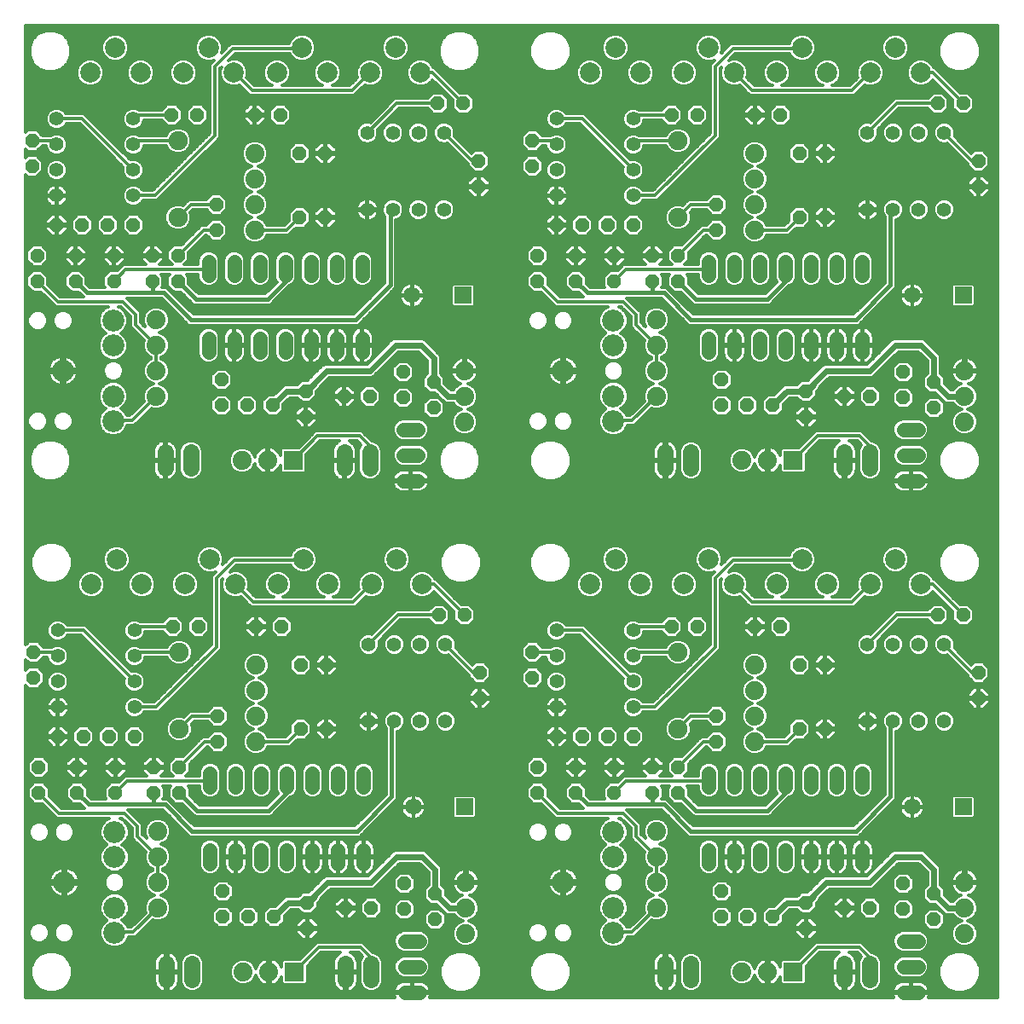
<source format=gbl>
G75*
G70*
%OFA0B0*%
%FSLAX24Y24*%
%IPPOS*%
%LPD*%
%AMOC8*
5,1,8,0,0,1.08239X$1,22.5*
%
%ADD10OC8,0.0560*%
%ADD11C,0.0560*%
%ADD12C,0.0560*%
%ADD13C,0.0634*%
%ADD14R,0.0740X0.0740*%
%ADD15C,0.0740*%
%ADD16C,0.0750*%
%ADD17C,0.0860*%
%ADD18C,0.0650*%
%ADD19R,0.0650X0.0650*%
%ADD20C,0.0787*%
%ADD21C,0.0120*%
%ADD22C,0.0240*%
%ADD23C,0.0160*%
D10*
X006833Y014333D03*
X006833Y015333D03*
X007583Y016533D03*
X008583Y016533D03*
X009583Y016533D03*
X010583Y016533D03*
X009833Y015333D03*
X009833Y014333D03*
X008333Y014333D03*
X008333Y015333D03*
X011333Y015333D03*
X011333Y014333D03*
X012333Y014333D03*
X012333Y015333D03*
X013833Y016333D03*
X013833Y017333D03*
X017083Y016833D03*
X018083Y016833D03*
X018083Y019333D03*
X017083Y019333D03*
X016333Y020833D03*
X015333Y020833D03*
X013083Y020833D03*
X012083Y020833D03*
X006633Y019833D03*
X006633Y018833D03*
X014033Y010483D03*
X014033Y009483D03*
X015033Y009483D03*
X016033Y009483D03*
X017333Y009033D03*
X017333Y010033D03*
X018833Y009833D03*
X019833Y009833D03*
X021133Y009783D03*
X021133Y010783D03*
X022333Y010383D03*
X022333Y009383D03*
X026333Y014333D03*
X026333Y015333D03*
X027083Y016533D03*
X028083Y016533D03*
X029083Y016533D03*
X030083Y016533D03*
X029333Y015333D03*
X029333Y014333D03*
X027833Y014333D03*
X027833Y015333D03*
X030833Y015333D03*
X030833Y014333D03*
X031833Y014333D03*
X031833Y015333D03*
X033333Y016333D03*
X033333Y017333D03*
X036583Y016833D03*
X037583Y016833D03*
X037583Y019333D03*
X036583Y019333D03*
X035833Y020833D03*
X034833Y020833D03*
X032583Y020833D03*
X031583Y020833D03*
X026133Y019833D03*
X026133Y018833D03*
X024083Y019033D03*
X024083Y018033D03*
X023483Y021283D03*
X022483Y021283D03*
X022283Y029383D03*
X022283Y030383D03*
X021083Y030783D03*
X021083Y029783D03*
X019783Y029833D03*
X018783Y029833D03*
X017283Y030033D03*
X017283Y029033D03*
X015983Y029483D03*
X014983Y029483D03*
X013983Y029483D03*
X013983Y030483D03*
X012283Y034333D03*
X011283Y034333D03*
X011283Y035333D03*
X012283Y035333D03*
X013783Y036333D03*
X013783Y037333D03*
X017033Y036833D03*
X018033Y036833D03*
X018033Y039333D03*
X017033Y039333D03*
X016283Y040833D03*
X015283Y040833D03*
X013033Y040833D03*
X012033Y040833D03*
X010533Y036533D03*
X009533Y036533D03*
X008533Y036533D03*
X007533Y036533D03*
X006783Y035333D03*
X006783Y034333D03*
X008283Y034333D03*
X008283Y035333D03*
X009783Y035333D03*
X009783Y034333D03*
X006583Y038833D03*
X006583Y039833D03*
X022433Y041283D03*
X023433Y041283D03*
X024033Y039033D03*
X024033Y038033D03*
X026133Y038833D03*
X026133Y039833D03*
X027083Y036533D03*
X028083Y036533D03*
X029083Y036533D03*
X030083Y036533D03*
X029333Y035333D03*
X029333Y034333D03*
X027833Y034333D03*
X027833Y035333D03*
X026333Y035333D03*
X026333Y034333D03*
X030833Y034333D03*
X030833Y035333D03*
X031833Y035333D03*
X031833Y034333D03*
X033333Y036333D03*
X033333Y037333D03*
X036583Y036833D03*
X037583Y036833D03*
X037583Y039333D03*
X036583Y039333D03*
X035833Y040833D03*
X034833Y040833D03*
X032583Y040833D03*
X031583Y040833D03*
X041983Y041283D03*
X042983Y041283D03*
X043583Y039033D03*
X043583Y038033D03*
X040633Y030783D03*
X040633Y029783D03*
X041833Y029383D03*
X041833Y030383D03*
X039333Y029833D03*
X038333Y029833D03*
X036833Y030033D03*
X036833Y029033D03*
X035533Y029483D03*
X034533Y029483D03*
X033533Y029483D03*
X033533Y030483D03*
X041983Y021283D03*
X042983Y021283D03*
X043583Y019033D03*
X043583Y018033D03*
X040633Y010783D03*
X040633Y009783D03*
X041833Y009383D03*
X041833Y010383D03*
X039333Y009833D03*
X038333Y009833D03*
X036833Y010033D03*
X036833Y009033D03*
X035533Y009483D03*
X034533Y009483D03*
X033533Y009483D03*
X033533Y010483D03*
D11*
X039233Y017133D03*
X040233Y017133D03*
X041233Y017133D03*
X042233Y017133D03*
X042233Y020133D03*
X041233Y020133D03*
X040233Y020133D03*
X039233Y020133D03*
X030083Y019683D03*
X030083Y018683D03*
X030083Y017683D03*
X027083Y017683D03*
X027083Y018683D03*
X027083Y019683D03*
X027083Y020683D03*
X030083Y020683D03*
X022733Y020133D03*
X021733Y020133D03*
X020733Y020133D03*
X019733Y020133D03*
X019733Y017133D03*
X020733Y017133D03*
X021733Y017133D03*
X022733Y017133D03*
X010583Y017683D03*
X010583Y018683D03*
X010583Y019683D03*
X010583Y020683D03*
X007583Y020683D03*
X007583Y019683D03*
X007583Y018683D03*
X007583Y017683D03*
X019683Y037133D03*
X020683Y037133D03*
X021683Y037133D03*
X022683Y037133D03*
X022683Y040133D03*
X021683Y040133D03*
X020683Y040133D03*
X019683Y040133D03*
X027083Y039683D03*
X027083Y038683D03*
X027083Y037683D03*
X027083Y040683D03*
X030083Y040683D03*
X030083Y039683D03*
X030083Y038683D03*
X030083Y037683D03*
X039233Y037133D03*
X040233Y037133D03*
X041233Y037133D03*
X042233Y037133D03*
X042233Y040133D03*
X041233Y040133D03*
X040233Y040133D03*
X039233Y040133D03*
X010533Y039683D03*
X010533Y038683D03*
X010533Y037683D03*
X007533Y037683D03*
X007533Y038683D03*
X007533Y039683D03*
X007533Y040683D03*
X010533Y040683D03*
D12*
X013483Y035113D02*
X013483Y034553D01*
X014483Y034553D02*
X014483Y035113D01*
X015483Y035113D02*
X015483Y034553D01*
X016483Y034553D02*
X016483Y035113D01*
X017483Y035113D02*
X017483Y034553D01*
X018483Y034553D02*
X018483Y035113D01*
X019483Y035113D02*
X019483Y034553D01*
X019483Y032113D02*
X019483Y031553D01*
X018483Y031553D02*
X018483Y032113D01*
X017483Y032113D02*
X017483Y031553D01*
X016483Y031553D02*
X016483Y032113D01*
X015483Y032113D02*
X015483Y031553D01*
X014483Y031553D02*
X014483Y032113D01*
X013483Y032113D02*
X013483Y031553D01*
X021103Y028533D02*
X021663Y028533D01*
X021663Y027533D02*
X021103Y027533D01*
X021103Y026533D02*
X021663Y026533D01*
X019533Y015113D02*
X019533Y014553D01*
X018533Y014553D02*
X018533Y015113D01*
X017533Y015113D02*
X017533Y014553D01*
X016533Y014553D02*
X016533Y015113D01*
X015533Y015113D02*
X015533Y014553D01*
X014533Y014553D02*
X014533Y015113D01*
X013533Y015113D02*
X013533Y014553D01*
X013533Y012113D02*
X013533Y011553D01*
X014533Y011553D02*
X014533Y012113D01*
X015533Y012113D02*
X015533Y011553D01*
X016533Y011553D02*
X016533Y012113D01*
X017533Y012113D02*
X017533Y011553D01*
X018533Y011553D02*
X018533Y012113D01*
X019533Y012113D02*
X019533Y011553D01*
X021153Y008533D02*
X021713Y008533D01*
X021713Y007533D02*
X021153Y007533D01*
X021153Y006533D02*
X021713Y006533D01*
X033033Y011553D02*
X033033Y012113D01*
X034033Y012113D02*
X034033Y011553D01*
X035033Y011553D02*
X035033Y012113D01*
X036033Y012113D02*
X036033Y011553D01*
X037033Y011553D02*
X037033Y012113D01*
X038033Y012113D02*
X038033Y011553D01*
X039033Y011553D02*
X039033Y012113D01*
X039033Y014553D02*
X039033Y015113D01*
X038033Y015113D02*
X038033Y014553D01*
X037033Y014553D02*
X037033Y015113D01*
X036033Y015113D02*
X036033Y014553D01*
X035033Y014553D02*
X035033Y015113D01*
X034033Y015113D02*
X034033Y014553D01*
X033033Y014553D02*
X033033Y015113D01*
X040653Y008533D02*
X041213Y008533D01*
X041213Y007533D02*
X040653Y007533D01*
X040653Y006533D02*
X041213Y006533D01*
X041213Y026533D02*
X040653Y026533D01*
X040653Y027533D02*
X041213Y027533D01*
X041213Y028533D02*
X040653Y028533D01*
X039033Y031553D02*
X039033Y032113D01*
X038033Y032113D02*
X038033Y031553D01*
X037033Y031553D02*
X037033Y032113D01*
X036033Y032113D02*
X036033Y031553D01*
X035033Y031553D02*
X035033Y032113D01*
X034033Y032113D02*
X034033Y031553D01*
X033033Y031553D02*
X033033Y032113D01*
X033033Y034553D02*
X033033Y035113D01*
X034033Y035113D02*
X034033Y034553D01*
X035033Y034553D02*
X035033Y035113D01*
X036033Y035113D02*
X036033Y034553D01*
X037033Y034553D02*
X037033Y035113D01*
X038033Y035113D02*
X038033Y034553D01*
X039033Y034553D02*
X039033Y035113D01*
D13*
X039333Y027650D02*
X039333Y027016D01*
X038333Y027016D02*
X038333Y027650D01*
X032333Y027650D02*
X032333Y027016D01*
X031333Y027016D02*
X031333Y027650D01*
X019783Y027650D02*
X019783Y027016D01*
X018783Y027016D02*
X018783Y027650D01*
X012783Y027650D02*
X012783Y027016D01*
X011783Y027016D02*
X011783Y027650D01*
X011833Y007650D02*
X011833Y007016D01*
X012833Y007016D02*
X012833Y007650D01*
X018833Y007650D02*
X018833Y007016D01*
X019833Y007016D02*
X019833Y007650D01*
X031333Y007650D02*
X031333Y007016D01*
X032333Y007016D02*
X032333Y007650D01*
X038333Y007650D02*
X038333Y007016D01*
X039333Y007016D02*
X039333Y007650D01*
D14*
X036333Y007333D03*
X016833Y007333D03*
X016783Y027333D03*
X036333Y027333D03*
D15*
X035333Y027333D03*
X034333Y027333D03*
X030983Y029833D03*
X030983Y030833D03*
X030983Y031833D03*
X030983Y032833D03*
X034833Y036333D03*
X034833Y037333D03*
X034833Y038333D03*
X034833Y039333D03*
X043033Y030833D03*
X043033Y029833D03*
X043033Y028833D03*
X034833Y019333D03*
X034833Y018333D03*
X034833Y017333D03*
X034833Y016333D03*
X030983Y012833D03*
X030983Y011833D03*
X030983Y010833D03*
X030983Y009833D03*
X034333Y007333D03*
X035333Y007333D03*
X043033Y008833D03*
X043033Y009833D03*
X043033Y010833D03*
X023533Y010833D03*
X023533Y009833D03*
X023533Y008833D03*
X015833Y007333D03*
X014833Y007333D03*
X011483Y009833D03*
X011483Y010833D03*
X011483Y011833D03*
X011483Y012833D03*
X015333Y016333D03*
X015333Y017333D03*
X015333Y018333D03*
X015333Y019333D03*
X015783Y027333D03*
X014783Y027333D03*
X011433Y029833D03*
X011433Y030833D03*
X011433Y031833D03*
X011433Y032833D03*
X015283Y036333D03*
X015283Y037333D03*
X015283Y038333D03*
X015283Y039333D03*
X023483Y030833D03*
X023483Y029833D03*
X023483Y028833D03*
D16*
X031833Y036833D03*
X031833Y039833D03*
X012283Y039833D03*
X012283Y036833D03*
X012333Y019833D03*
X012333Y016833D03*
X031833Y016833D03*
X031833Y019833D03*
D17*
X029302Y012802D03*
X029302Y011818D03*
X029302Y009849D03*
X029302Y008865D03*
X027333Y010833D03*
X009802Y009849D03*
X009802Y008865D03*
X007833Y010833D03*
X009802Y011818D03*
X009802Y012802D03*
X009752Y028865D03*
X009752Y029849D03*
X009752Y031818D03*
X009752Y032802D03*
X007783Y030833D03*
X027333Y030833D03*
X029302Y029849D03*
X029302Y028865D03*
X029302Y031818D03*
X029302Y032802D03*
D18*
X021433Y033783D03*
X040983Y033783D03*
X040983Y013783D03*
X021483Y013783D03*
D19*
X023483Y013783D03*
X042983Y013783D03*
X042983Y033783D03*
X023433Y033783D03*
D20*
X021768Y042483D03*
X020783Y043468D03*
X019799Y042483D03*
X018118Y042483D03*
X017133Y043468D03*
X016149Y042483D03*
X014468Y042483D03*
X013483Y043468D03*
X012499Y042483D03*
X010818Y042483D03*
X009833Y043468D03*
X008849Y042483D03*
X009883Y023468D03*
X008899Y022483D03*
X010868Y022483D03*
X012549Y022483D03*
X013533Y023468D03*
X014518Y022483D03*
X016199Y022483D03*
X017183Y023468D03*
X018168Y022483D03*
X019849Y022483D03*
X020833Y023468D03*
X021818Y022483D03*
X028399Y022483D03*
X029383Y023468D03*
X030368Y022483D03*
X032049Y022483D03*
X033033Y023468D03*
X034018Y022483D03*
X035699Y022483D03*
X036683Y023468D03*
X037668Y022483D03*
X039349Y022483D03*
X040333Y023468D03*
X041318Y022483D03*
X041318Y042483D03*
X040333Y043468D03*
X039349Y042483D03*
X037668Y042483D03*
X036683Y043468D03*
X035699Y042483D03*
X034018Y042483D03*
X033033Y043468D03*
X032049Y042483D03*
X030368Y042483D03*
X029383Y043468D03*
X028399Y042483D03*
D21*
X006333Y018539D02*
X006333Y006333D01*
X020761Y006333D01*
X020746Y006364D01*
X020724Y006430D01*
X020713Y006499D01*
X020713Y006513D01*
X021413Y006513D01*
X021413Y006553D01*
X020713Y006553D01*
X020713Y006568D01*
X020724Y006636D01*
X020746Y006702D01*
X020777Y006764D01*
X020818Y006820D01*
X020867Y006869D01*
X020923Y006910D01*
X020984Y006941D01*
X021050Y006962D01*
X021119Y006973D01*
X021413Y006973D01*
X021413Y006553D01*
X021453Y006553D01*
X021453Y006973D01*
X021748Y006973D01*
X021816Y006962D01*
X021882Y006941D01*
X021944Y006910D01*
X022000Y006869D01*
X022049Y006820D01*
X022090Y006764D01*
X022121Y006702D01*
X022142Y006636D01*
X022153Y006568D01*
X022153Y006553D01*
X021453Y006553D01*
X021453Y006513D01*
X022153Y006513D01*
X022153Y006499D01*
X022142Y006430D01*
X022121Y006364D01*
X022105Y006333D01*
X040261Y006333D01*
X040246Y006364D01*
X040224Y006430D01*
X040213Y006499D01*
X040213Y006513D01*
X040913Y006513D01*
X040913Y006553D01*
X040213Y006553D01*
X040213Y006568D01*
X040224Y006636D01*
X040246Y006702D01*
X040277Y006764D01*
X040318Y006820D01*
X040367Y006869D01*
X040423Y006910D01*
X040484Y006941D01*
X040550Y006962D01*
X040619Y006973D01*
X040913Y006973D01*
X040913Y006553D01*
X040953Y006553D01*
X040953Y006973D01*
X041248Y006973D01*
X041316Y006962D01*
X041382Y006941D01*
X041444Y006910D01*
X041500Y006869D01*
X041549Y006820D01*
X041590Y006764D01*
X041621Y006702D01*
X041642Y006636D01*
X041653Y006568D01*
X041653Y006553D01*
X040953Y006553D01*
X040953Y006513D01*
X041653Y006513D01*
X041653Y006499D01*
X041642Y006430D01*
X041621Y006364D01*
X041605Y006333D01*
X044333Y006333D01*
X044333Y044333D01*
X006333Y044333D01*
X006333Y040177D01*
X006409Y040253D01*
X006757Y040253D01*
X006977Y040033D01*
X007289Y040033D01*
X007295Y040039D01*
X007450Y040103D01*
X007617Y040103D01*
X007771Y040039D01*
X007889Y039921D01*
X007953Y039767D01*
X007953Y039600D01*
X007889Y039445D01*
X007771Y039327D01*
X007617Y039263D01*
X007450Y039263D01*
X007295Y039327D01*
X007177Y039445D01*
X007113Y039600D01*
X007113Y039633D01*
X006977Y039633D01*
X006757Y039413D01*
X006409Y039413D01*
X006333Y039489D01*
X006333Y039177D01*
X006409Y039253D01*
X006757Y039253D01*
X007003Y039007D01*
X007003Y038659D01*
X006757Y038413D01*
X006409Y038413D01*
X006333Y038489D01*
X006333Y020127D01*
X006459Y020253D01*
X006807Y020253D01*
X007027Y020033D01*
X007339Y020033D01*
X007345Y020039D01*
X007500Y020103D01*
X007667Y020103D01*
X007821Y020039D01*
X007939Y019921D01*
X008003Y019767D01*
X008003Y019600D01*
X007939Y019445D01*
X007821Y019327D01*
X007667Y019263D01*
X007500Y019263D01*
X007345Y019327D01*
X007227Y019445D01*
X007163Y019600D01*
X007163Y019633D01*
X007027Y019633D01*
X006807Y019413D01*
X006459Y019413D01*
X006333Y019539D01*
X006333Y019127D01*
X006459Y019253D01*
X006807Y019253D01*
X007053Y019007D01*
X007053Y018659D01*
X006807Y018413D01*
X006459Y018413D01*
X006333Y018539D01*
X006333Y018513D02*
X006360Y018513D01*
X006333Y018394D02*
X007278Y018394D01*
X007227Y018445D02*
X007345Y018327D01*
X007500Y018263D01*
X007667Y018263D01*
X007821Y018327D01*
X007939Y018445D01*
X008003Y018600D01*
X008003Y018767D01*
X007939Y018921D01*
X007821Y019039D01*
X007667Y019103D01*
X007500Y019103D01*
X007345Y019039D01*
X007227Y018921D01*
X007163Y018767D01*
X007163Y018600D01*
X007227Y018445D01*
X007199Y018513D02*
X006907Y018513D01*
X007025Y018631D02*
X007163Y018631D01*
X007163Y018750D02*
X007053Y018750D01*
X007053Y018868D02*
X007205Y018868D01*
X007293Y018987D02*
X007053Y018987D01*
X006955Y019105D02*
X009878Y019105D01*
X009760Y019224D02*
X006837Y019224D01*
X006855Y019461D02*
X007221Y019461D01*
X007172Y019579D02*
X006973Y019579D01*
X006633Y019833D02*
X007433Y019833D01*
X007583Y019683D01*
X008003Y019698D02*
X009286Y019698D01*
X009167Y019816D02*
X007983Y019816D01*
X007926Y019935D02*
X009049Y019935D01*
X008930Y020053D02*
X007788Y020053D01*
X007667Y020263D02*
X007500Y020263D01*
X007345Y020327D01*
X007227Y020445D01*
X007163Y020600D01*
X007163Y020767D01*
X007227Y020921D01*
X007345Y021039D01*
X007500Y021103D01*
X007667Y021103D01*
X007821Y021039D01*
X007939Y020921D01*
X007955Y020883D01*
X008666Y020883D01*
X008783Y020766D01*
X010462Y019088D01*
X010500Y019103D01*
X010667Y019103D01*
X010821Y019039D01*
X010939Y018921D01*
X011003Y018767D01*
X011003Y018600D01*
X010939Y018445D01*
X010821Y018327D01*
X010667Y018263D01*
X010500Y018263D01*
X010345Y018327D01*
X010227Y018445D01*
X010163Y018600D01*
X010163Y018767D01*
X010179Y018805D01*
X008500Y020483D01*
X007955Y020483D01*
X007939Y020445D01*
X007821Y020327D01*
X007667Y020263D01*
X007732Y020290D02*
X008693Y020290D01*
X008575Y020409D02*
X007903Y020409D01*
X007583Y020683D02*
X008583Y020683D01*
X010583Y018683D01*
X010278Y018394D02*
X007888Y018394D01*
X007967Y018513D02*
X010199Y018513D01*
X010163Y018631D02*
X008003Y018631D01*
X008003Y018750D02*
X010163Y018750D01*
X010115Y018868D02*
X007961Y018868D01*
X007874Y018987D02*
X009997Y018987D01*
X010326Y019224D02*
X012691Y019224D01*
X012810Y019342D02*
X012494Y019342D01*
X012436Y019318D02*
X012625Y019397D01*
X012770Y019542D01*
X012848Y019731D01*
X012848Y019936D01*
X012770Y020125D01*
X012625Y020270D01*
X012436Y020348D01*
X012231Y020348D01*
X012042Y020270D01*
X011897Y020125D01*
X011859Y020033D01*
X010827Y020033D01*
X010821Y020039D01*
X010667Y020103D01*
X010500Y020103D01*
X010345Y020039D01*
X010227Y019921D01*
X010163Y019767D01*
X010163Y019600D01*
X010227Y019445D01*
X010345Y019327D01*
X010500Y019263D01*
X010667Y019263D01*
X010821Y019327D01*
X010939Y019445D01*
X011003Y019600D01*
X011003Y019633D01*
X011859Y019633D01*
X011897Y019542D01*
X012042Y019397D01*
X012231Y019318D01*
X012436Y019318D01*
X012573Y019105D02*
X010444Y019105D01*
X010330Y019342D02*
X010207Y019342D01*
X010221Y019461D02*
X010089Y019461D01*
X010172Y019579D02*
X009970Y019579D01*
X009852Y019698D02*
X010163Y019698D01*
X010184Y019816D02*
X009733Y019816D01*
X009615Y019935D02*
X010241Y019935D01*
X010379Y020053D02*
X009496Y020053D01*
X009378Y020172D02*
X011944Y020172D01*
X011867Y020053D02*
X010788Y020053D01*
X010733Y019833D02*
X012333Y019833D01*
X011977Y019461D02*
X010946Y019461D01*
X010995Y019579D02*
X011881Y019579D01*
X012173Y019342D02*
X010836Y019342D01*
X010874Y018987D02*
X012454Y018987D01*
X012336Y018868D02*
X010961Y018868D01*
X011003Y018750D02*
X012217Y018750D01*
X012099Y018631D02*
X011003Y018631D01*
X010967Y018513D02*
X011980Y018513D01*
X011862Y018394D02*
X010888Y018394D01*
X010697Y018276D02*
X011743Y018276D01*
X011625Y018157D02*
X006333Y018157D01*
X006333Y018039D02*
X007324Y018039D01*
X007297Y018019D02*
X007248Y017970D01*
X007207Y017914D01*
X007176Y017852D01*
X007154Y017786D01*
X007143Y017718D01*
X007143Y017703D01*
X007563Y017703D01*
X007563Y017663D01*
X007603Y017663D01*
X007603Y017243D01*
X007618Y017243D01*
X007686Y017254D01*
X007752Y017276D01*
X007814Y017307D01*
X007870Y017348D01*
X007919Y017397D01*
X007960Y017453D01*
X007991Y017514D01*
X008012Y017580D01*
X008023Y017649D01*
X008023Y017663D01*
X007603Y017663D01*
X007603Y017703D01*
X008023Y017703D01*
X008023Y017718D01*
X008012Y017786D01*
X007991Y017852D01*
X007960Y017914D01*
X007919Y017970D01*
X007870Y018019D01*
X007814Y018060D01*
X007752Y018091D01*
X007686Y018112D01*
X007618Y018123D01*
X007603Y018123D01*
X007603Y017703D01*
X007563Y017703D01*
X007563Y018123D01*
X007549Y018123D01*
X007480Y018112D01*
X007414Y018091D01*
X007353Y018060D01*
X007297Y018019D01*
X007212Y017920D02*
X006333Y017920D01*
X006333Y017802D02*
X007159Y017802D01*
X007143Y017663D02*
X007143Y017649D01*
X007154Y017580D01*
X007176Y017514D01*
X007207Y017453D01*
X007248Y017397D01*
X007297Y017348D01*
X007353Y017307D01*
X007414Y017276D01*
X007480Y017254D01*
X007549Y017243D01*
X007563Y017243D01*
X007563Y017663D01*
X007143Y017663D01*
X007159Y017565D02*
X006333Y017565D01*
X006333Y017683D02*
X007563Y017683D01*
X007603Y017683D02*
X010163Y017683D01*
X010163Y017600D02*
X010227Y017445D01*
X010345Y017327D01*
X010500Y017263D01*
X010667Y017263D01*
X010821Y017327D01*
X010939Y017445D01*
X010955Y017483D01*
X011516Y017483D01*
X013866Y019833D01*
X013983Y019950D01*
X013983Y022650D01*
X014027Y022695D01*
X013984Y022589D01*
X013984Y022377D01*
X014065Y022181D01*
X014215Y022031D01*
X014411Y021950D01*
X014624Y021950D01*
X014737Y021997D01*
X015033Y021700D01*
X015150Y021583D01*
X019216Y021583D01*
X019629Y021997D01*
X019743Y021950D01*
X019955Y021950D01*
X020151Y022031D01*
X020302Y022181D01*
X020383Y022377D01*
X020383Y022589D01*
X020302Y022786D01*
X020151Y022936D01*
X019955Y023017D01*
X019743Y023017D01*
X019547Y022936D01*
X019397Y022786D01*
X019315Y022589D01*
X019315Y022377D01*
X019353Y022286D01*
X019050Y021983D01*
X018355Y021983D01*
X018470Y022031D01*
X018620Y022181D01*
X018701Y022377D01*
X018701Y022589D01*
X018620Y022786D01*
X018470Y022936D01*
X018274Y023017D01*
X018061Y023017D01*
X017865Y022936D01*
X017715Y022786D01*
X017634Y022589D01*
X017634Y022377D01*
X017715Y022181D01*
X017865Y022031D01*
X017980Y021983D01*
X016387Y021983D01*
X016501Y022031D01*
X016652Y022181D01*
X016733Y022377D01*
X016733Y022589D01*
X016652Y022786D01*
X016501Y022936D01*
X016305Y023017D01*
X016093Y023017D01*
X015897Y022936D01*
X015747Y022786D01*
X015665Y022589D01*
X015665Y022377D01*
X015747Y022181D01*
X015897Y022031D01*
X016012Y021983D01*
X015316Y021983D01*
X015014Y022286D01*
X015051Y022377D01*
X015051Y022589D01*
X014970Y022786D01*
X014820Y022936D01*
X014624Y023017D01*
X014411Y023017D01*
X014306Y022974D01*
X014566Y023233D01*
X016703Y023233D01*
X016731Y023165D01*
X016881Y023015D01*
X017077Y022934D01*
X017289Y022934D01*
X017486Y023015D01*
X017636Y023165D01*
X017717Y023361D01*
X017717Y023574D01*
X017636Y023770D01*
X017486Y023920D01*
X017289Y024001D01*
X017077Y024001D01*
X016881Y023920D01*
X016731Y023770D01*
X016674Y023633D01*
X014400Y023633D01*
X014283Y023516D01*
X014024Y023256D01*
X014067Y023361D01*
X014067Y023574D01*
X013986Y023770D01*
X013836Y023920D01*
X013639Y024001D01*
X013427Y024001D01*
X013231Y023920D01*
X013081Y023770D01*
X013000Y023574D01*
X013000Y023361D01*
X013081Y023165D01*
X013231Y023015D01*
X013427Y022934D01*
X013639Y022934D01*
X013745Y022977D01*
X013583Y022816D01*
X013583Y020116D01*
X011350Y017883D01*
X010955Y017883D01*
X010939Y017921D01*
X010821Y018039D01*
X010667Y018103D01*
X010500Y018103D01*
X010345Y018039D01*
X007843Y018039D01*
X007955Y017920D02*
X010227Y017920D01*
X010227Y017921D02*
X010163Y017767D01*
X010163Y017600D01*
X010178Y017565D02*
X008007Y017565D01*
X007955Y017446D02*
X010227Y017446D01*
X010345Y017328D02*
X007843Y017328D01*
X007603Y017328D02*
X007563Y017328D01*
X007563Y017446D02*
X007603Y017446D01*
X007603Y017565D02*
X007563Y017565D01*
X007563Y017802D02*
X007603Y017802D01*
X007603Y017920D02*
X007563Y017920D01*
X007563Y018039D02*
X007603Y018039D01*
X007697Y018276D02*
X010470Y018276D01*
X010345Y018039D02*
X010227Y017921D01*
X010178Y017802D02*
X008007Y017802D01*
X007470Y018276D02*
X006333Y018276D01*
X006333Y017446D02*
X007212Y017446D01*
X007324Y017328D02*
X006333Y017328D01*
X006333Y017209D02*
X011981Y017209D01*
X012042Y017270D02*
X011897Y017125D01*
X011818Y016936D01*
X011818Y016731D01*
X011897Y016542D01*
X012042Y016397D01*
X012231Y016318D01*
X012436Y016318D01*
X012625Y016397D01*
X012770Y016542D01*
X012848Y016731D01*
X012848Y016936D01*
X012810Y017027D01*
X012916Y017133D01*
X013439Y017133D01*
X013659Y016913D01*
X014007Y016913D01*
X014253Y017159D01*
X014253Y017507D01*
X014007Y017753D01*
X013659Y017753D01*
X013439Y017533D01*
X012750Y017533D01*
X012633Y017416D01*
X012527Y017310D01*
X012436Y017348D01*
X012231Y017348D01*
X012042Y017270D01*
X012181Y017328D02*
X010822Y017328D01*
X010940Y017446D02*
X012664Y017446D01*
X012545Y017328D02*
X012485Y017328D01*
X012833Y017333D02*
X012333Y016833D01*
X011866Y016617D02*
X011003Y016617D01*
X011003Y016707D02*
X010757Y016953D01*
X010409Y016953D01*
X010163Y016707D01*
X010163Y016359D01*
X010409Y016113D01*
X010757Y016113D01*
X011003Y016359D01*
X011003Y016707D01*
X010975Y016735D02*
X011818Y016735D01*
X011818Y016854D02*
X010857Y016854D01*
X011003Y016498D02*
X011940Y016498D01*
X012082Y016380D02*
X011003Y016380D01*
X010905Y016261D02*
X012979Y016261D01*
X013097Y016380D02*
X012584Y016380D01*
X012727Y016498D02*
X013216Y016498D01*
X013250Y016533D02*
X013133Y016416D01*
X012470Y015753D01*
X012159Y015753D01*
X011913Y015507D01*
X011913Y015159D01*
X012089Y014983D01*
X011606Y014983D01*
X011773Y015151D01*
X011773Y015313D01*
X011353Y015313D01*
X011353Y015353D01*
X011313Y015353D01*
X011313Y015313D01*
X010893Y015313D01*
X010893Y015151D01*
X011061Y014983D01*
X010200Y014983D01*
X009970Y014753D01*
X009659Y014753D01*
X009413Y014507D01*
X009413Y014159D01*
X009469Y014103D01*
X008874Y014103D01*
X008753Y014224D01*
X008753Y014507D01*
X008507Y014753D01*
X008159Y014753D01*
X007913Y014507D01*
X007913Y014159D01*
X008159Y013913D01*
X008442Y013913D01*
X008622Y013733D01*
X007716Y013733D01*
X007253Y014196D01*
X007253Y014507D01*
X007007Y014753D01*
X006659Y014753D01*
X006413Y014507D01*
X006413Y014159D01*
X006659Y013913D01*
X006970Y013913D01*
X007433Y013450D01*
X007550Y013333D01*
X009596Y013333D01*
X009479Y013285D01*
X009319Y013125D01*
X009232Y012915D01*
X009232Y012688D01*
X009319Y012479D01*
X009479Y012319D01*
X009500Y012310D01*
X009479Y012301D01*
X009319Y012140D01*
X009232Y011931D01*
X009232Y011704D01*
X009319Y011495D01*
X009479Y011334D01*
X009688Y011248D01*
X009915Y011248D01*
X010125Y011334D01*
X010285Y011495D01*
X010372Y011704D01*
X010372Y011931D01*
X010285Y012140D01*
X010125Y012301D01*
X010103Y012310D01*
X010125Y012319D01*
X010285Y012479D01*
X010372Y012688D01*
X010372Y012915D01*
X010285Y013125D01*
X010125Y013285D01*
X010008Y013333D01*
X010100Y013333D01*
X010483Y012950D01*
X010483Y012550D01*
X010600Y012433D01*
X011010Y012024D01*
X010973Y011935D01*
X010973Y011732D01*
X011051Y011544D01*
X011194Y011401D01*
X011283Y011364D01*
X011283Y011303D01*
X011194Y011266D01*
X011051Y011122D01*
X010973Y010935D01*
X010973Y010732D01*
X011051Y010544D01*
X011194Y010401D01*
X011358Y010333D01*
X011194Y010266D01*
X011051Y010122D01*
X010973Y009935D01*
X010973Y009732D01*
X011010Y009643D01*
X010450Y009083D01*
X010328Y009083D01*
X010285Y009188D01*
X010125Y009348D01*
X010103Y009357D01*
X010125Y009366D01*
X010285Y009526D01*
X010372Y009736D01*
X010372Y009962D01*
X010285Y010172D01*
X010125Y010332D01*
X009915Y010419D01*
X009688Y010419D01*
X009479Y010332D01*
X009319Y010172D01*
X009232Y009962D01*
X009232Y009736D01*
X009319Y009526D01*
X009479Y009366D01*
X009500Y009357D01*
X009479Y009348D01*
X009319Y009188D01*
X009232Y008978D01*
X009232Y008751D01*
X009319Y008542D01*
X009479Y008382D01*
X009688Y008295D01*
X009915Y008295D01*
X010125Y008382D01*
X010285Y008542D01*
X010344Y008683D01*
X010616Y008683D01*
X010733Y008800D01*
X011293Y009360D01*
X011382Y009323D01*
X011585Y009323D01*
X011772Y009401D01*
X011916Y009544D01*
X011993Y009732D01*
X011993Y009935D01*
X011916Y010122D01*
X011772Y010266D01*
X011609Y010333D01*
X011772Y010401D01*
X011916Y010544D01*
X011993Y010732D01*
X011993Y010935D01*
X011916Y011122D01*
X011772Y011266D01*
X011683Y011303D01*
X011683Y011364D01*
X011772Y011401D01*
X011916Y011544D01*
X011993Y011732D01*
X011993Y011935D01*
X011916Y012122D01*
X011772Y012266D01*
X011609Y012333D01*
X011772Y012401D01*
X011916Y012544D01*
X011993Y012732D01*
X011993Y012935D01*
X011916Y013122D01*
X011772Y013266D01*
X011585Y013343D01*
X011382Y013343D01*
X011194Y013266D01*
X011051Y013122D01*
X010973Y012935D01*
X010973Y012732D01*
X011048Y012551D01*
X010883Y012716D01*
X010883Y013116D01*
X010336Y013663D01*
X011692Y013663D01*
X012613Y012742D01*
X012742Y012613D01*
X019374Y012613D01*
X020724Y013963D01*
X020853Y014092D01*
X020853Y016728D01*
X020971Y016777D01*
X021089Y016895D01*
X021153Y017050D01*
X021153Y017217D01*
X021089Y017371D01*
X020971Y017489D01*
X020817Y017553D01*
X020650Y017553D01*
X020495Y017489D01*
X020377Y017371D01*
X020313Y017217D01*
X020313Y017050D01*
X020377Y016895D01*
X020413Y016859D01*
X020413Y014274D01*
X019192Y013053D01*
X012924Y013053D01*
X012003Y013974D01*
X012003Y013974D01*
X011874Y014103D01*
X011697Y014103D01*
X011753Y014159D01*
X011753Y014507D01*
X011677Y014583D01*
X011989Y014583D01*
X011913Y014507D01*
X011913Y014159D01*
X012159Y013913D01*
X012442Y013913D01*
X012813Y013542D01*
X012942Y013413D01*
X015924Y013413D01*
X016664Y014153D01*
X016771Y014197D01*
X016889Y014315D01*
X016953Y014470D01*
X016953Y015197D01*
X016889Y015351D01*
X016771Y015469D01*
X016617Y015533D01*
X016450Y015533D01*
X016295Y015469D01*
X016177Y015351D01*
X016113Y015197D01*
X016113Y014470D01*
X016177Y014315D01*
X016191Y014302D01*
X015742Y013853D01*
X013124Y013853D01*
X012753Y014224D01*
X012753Y014507D01*
X012677Y014583D01*
X013113Y014583D01*
X013113Y014470D01*
X013177Y014315D01*
X013295Y014197D01*
X013450Y014133D01*
X013617Y014133D01*
X013771Y014197D01*
X013889Y014315D01*
X013953Y014470D01*
X013953Y015197D01*
X013889Y015351D01*
X013771Y015469D01*
X013617Y015533D01*
X013450Y015533D01*
X013295Y015469D01*
X013177Y015351D01*
X013113Y015197D01*
X013113Y014983D01*
X012577Y014983D01*
X012753Y015159D01*
X012753Y015470D01*
X013416Y016133D01*
X013439Y016133D01*
X013659Y015913D01*
X014007Y015913D01*
X014253Y016159D01*
X014253Y016507D01*
X014007Y016753D01*
X013659Y016753D01*
X013439Y016533D01*
X013250Y016533D01*
X013333Y016333D02*
X013833Y016333D01*
X013548Y016024D02*
X013307Y016024D01*
X013189Y015906D02*
X015040Y015906D01*
X015044Y015901D02*
X015232Y015823D01*
X015435Y015823D01*
X015622Y015901D01*
X015766Y016044D01*
X015803Y016133D01*
X016666Y016133D01*
X016783Y016250D01*
X016946Y016413D01*
X017257Y016413D01*
X017503Y016659D01*
X017503Y017007D01*
X017257Y017253D01*
X016909Y017253D01*
X016663Y017007D01*
X016663Y016696D01*
X016500Y016533D01*
X015803Y016533D01*
X015766Y016622D01*
X015622Y016766D01*
X015459Y016833D01*
X015622Y016901D01*
X015766Y017044D01*
X015843Y017232D01*
X015843Y017435D01*
X015766Y017622D01*
X015622Y017766D01*
X015459Y017833D01*
X015622Y017901D01*
X015766Y018044D01*
X015843Y018232D01*
X015843Y018435D01*
X015766Y018622D01*
X015622Y018766D01*
X015459Y018833D01*
X015622Y018901D01*
X015766Y019044D01*
X015843Y019232D01*
X015843Y019435D01*
X015766Y019622D01*
X015622Y019766D01*
X015435Y019843D01*
X015232Y019843D01*
X015044Y019766D01*
X014901Y019622D01*
X014823Y019435D01*
X014823Y019232D01*
X014901Y019044D01*
X015044Y018901D01*
X015208Y018833D01*
X015044Y018766D01*
X014901Y018622D01*
X014823Y018435D01*
X014823Y018232D01*
X014901Y018044D01*
X015044Y017901D01*
X015208Y017833D01*
X015044Y017766D01*
X014901Y017622D01*
X014823Y017435D01*
X014823Y017232D01*
X014901Y017044D01*
X015044Y016901D01*
X015208Y016833D01*
X015044Y016766D01*
X014901Y016622D01*
X014823Y016435D01*
X014823Y016232D01*
X014901Y016044D01*
X015044Y015901D01*
X014921Y016024D02*
X014118Y016024D01*
X014237Y016143D02*
X014860Y016143D01*
X014823Y016261D02*
X014253Y016261D01*
X014253Y016380D02*
X014823Y016380D01*
X014850Y016498D02*
X014253Y016498D01*
X014144Y016617D02*
X014899Y016617D01*
X015014Y016735D02*
X014025Y016735D01*
X014066Y016972D02*
X014973Y016972D01*
X014882Y017091D02*
X014185Y017091D01*
X014253Y017209D02*
X014833Y017209D01*
X014823Y017328D02*
X014253Y017328D01*
X014253Y017446D02*
X014828Y017446D01*
X014877Y017565D02*
X014196Y017565D01*
X014077Y017683D02*
X014962Y017683D01*
X015132Y017802D02*
X011835Y017802D01*
X011953Y017920D02*
X015025Y017920D01*
X014907Y018039D02*
X012072Y018039D01*
X012190Y018157D02*
X014854Y018157D01*
X014823Y018276D02*
X012309Y018276D01*
X012427Y018394D02*
X014823Y018394D01*
X014856Y018513D02*
X012546Y018513D01*
X012664Y018631D02*
X014910Y018631D01*
X015029Y018750D02*
X012783Y018750D01*
X012901Y018868D02*
X015123Y018868D01*
X014959Y018987D02*
X013020Y018987D01*
X013138Y019105D02*
X014876Y019105D01*
X014827Y019224D02*
X013257Y019224D01*
X013375Y019342D02*
X014823Y019342D01*
X014834Y019461D02*
X013494Y019461D01*
X013612Y019579D02*
X014883Y019579D01*
X014977Y019698D02*
X013731Y019698D01*
X013849Y019816D02*
X015167Y019816D01*
X015500Y019816D02*
X019456Y019816D01*
X019495Y019777D02*
X019650Y019713D01*
X019817Y019713D01*
X019971Y019777D01*
X020089Y019895D01*
X020153Y020050D01*
X020153Y020217D01*
X020138Y020255D01*
X020966Y021083D01*
X022089Y021083D01*
X022309Y020863D01*
X022657Y020863D01*
X022903Y021109D01*
X022903Y021457D01*
X022657Y021703D01*
X022309Y021703D01*
X022089Y021483D01*
X020800Y021483D01*
X020683Y021366D01*
X019855Y020538D01*
X019817Y020553D01*
X019650Y020553D01*
X019495Y020489D01*
X019377Y020371D01*
X019313Y020217D01*
X019313Y020050D01*
X019377Y019895D01*
X019495Y019777D01*
X019361Y019935D02*
X013968Y019935D01*
X013983Y020053D02*
X019313Y020053D01*
X019313Y020172D02*
X013983Y020172D01*
X013983Y020290D02*
X019344Y020290D01*
X019415Y020409D02*
X015531Y020409D01*
X015516Y020393D02*
X015773Y020651D01*
X015773Y020813D01*
X015353Y020813D01*
X015353Y020393D01*
X015516Y020393D01*
X015353Y020409D02*
X015313Y020409D01*
X015313Y020393D02*
X015313Y020813D01*
X015353Y020813D01*
X015353Y020853D01*
X015773Y020853D01*
X015773Y021016D01*
X015516Y021273D01*
X015353Y021273D01*
X015353Y020853D01*
X015313Y020853D01*
X015313Y020813D01*
X014893Y020813D01*
X014893Y020651D01*
X015151Y020393D01*
X015313Y020393D01*
X015313Y020527D02*
X015353Y020527D01*
X015353Y020646D02*
X015313Y020646D01*
X015313Y020764D02*
X015353Y020764D01*
X015313Y020853D02*
X014893Y020853D01*
X014893Y021016D01*
X015151Y021273D01*
X015313Y021273D01*
X015313Y020853D01*
X015313Y020883D02*
X015353Y020883D01*
X015353Y021001D02*
X015313Y021001D01*
X015313Y021120D02*
X015353Y021120D01*
X015353Y021238D02*
X015313Y021238D01*
X015116Y021238D02*
X013983Y021238D01*
X013983Y021120D02*
X014998Y021120D01*
X014893Y021001D02*
X013983Y021001D01*
X013983Y020883D02*
X014893Y020883D01*
X014893Y020764D02*
X013983Y020764D01*
X013983Y020646D02*
X014899Y020646D01*
X015017Y020527D02*
X013983Y020527D01*
X013983Y020409D02*
X015136Y020409D01*
X015650Y020527D02*
X016045Y020527D01*
X016159Y020413D02*
X016507Y020413D01*
X016753Y020659D01*
X016753Y021007D01*
X016507Y021253D01*
X016159Y021253D01*
X015913Y021007D01*
X015913Y020659D01*
X016159Y020413D01*
X015927Y020646D02*
X015768Y020646D01*
X015773Y020764D02*
X015913Y020764D01*
X015913Y020883D02*
X015773Y020883D01*
X015773Y021001D02*
X015913Y021001D01*
X016026Y021120D02*
X015669Y021120D01*
X015551Y021238D02*
X016144Y021238D01*
X016522Y021238D02*
X020556Y021238D01*
X020674Y021357D02*
X013983Y021357D01*
X013983Y021475D02*
X020793Y021475D01*
X020883Y021283D02*
X022483Y021283D01*
X022171Y021001D02*
X020884Y021001D01*
X020766Y020883D02*
X022290Y020883D01*
X022677Y020883D02*
X023290Y020883D01*
X023309Y020863D02*
X023657Y020863D01*
X023903Y021109D01*
X023903Y021457D01*
X023657Y021703D01*
X023346Y021703D01*
X022483Y022566D01*
X022366Y022683D01*
X022312Y022683D01*
X022270Y022786D01*
X022120Y022936D01*
X021924Y023017D01*
X021711Y023017D01*
X021515Y022936D01*
X021365Y022786D01*
X021284Y022589D01*
X021284Y022377D01*
X021365Y022181D01*
X021515Y022031D01*
X021711Y021950D01*
X021924Y021950D01*
X022120Y022031D01*
X022270Y022181D01*
X022280Y022204D01*
X023063Y021420D01*
X023063Y021109D01*
X023309Y020863D01*
X023171Y021001D02*
X022795Y021001D01*
X022903Y021120D02*
X023063Y021120D01*
X023063Y021238D02*
X022903Y021238D01*
X022903Y021357D02*
X023063Y021357D01*
X023008Y021475D02*
X022885Y021475D01*
X022890Y021594D02*
X022767Y021594D01*
X022771Y021712D02*
X019345Y021712D01*
X019227Y021594D02*
X022200Y021594D01*
X022157Y022068D02*
X022416Y022068D01*
X022297Y022186D02*
X022272Y022186D01*
X022283Y022483D02*
X021818Y022483D01*
X022283Y022483D02*
X023483Y021283D01*
X023795Y021001D02*
X026807Y021001D01*
X026845Y021039D02*
X026727Y020921D01*
X026663Y020767D01*
X026663Y020600D01*
X026727Y020445D01*
X026845Y020327D01*
X027000Y020263D01*
X027167Y020263D01*
X027321Y020327D01*
X027439Y020445D01*
X027455Y020483D01*
X028000Y020483D01*
X029679Y018805D01*
X029663Y018767D01*
X029663Y018600D01*
X029727Y018445D01*
X029845Y018327D01*
X030000Y018263D01*
X030167Y018263D01*
X030321Y018327D01*
X030439Y018445D01*
X030503Y018600D01*
X030503Y018767D01*
X030439Y018921D01*
X030321Y019039D01*
X030167Y019103D01*
X030000Y019103D01*
X029962Y019088D01*
X028283Y020766D01*
X028166Y020883D01*
X027455Y020883D01*
X027439Y020921D01*
X027321Y021039D01*
X027167Y021103D01*
X027000Y021103D01*
X026845Y021039D01*
X026711Y020883D02*
X023677Y020883D01*
X023903Y021120D02*
X031276Y021120D01*
X031189Y021033D02*
X030327Y021033D01*
X030321Y021039D01*
X030167Y021103D01*
X030000Y021103D01*
X029845Y021039D01*
X029727Y020921D01*
X029663Y020767D01*
X029663Y020600D01*
X029727Y020445D01*
X029845Y020327D01*
X030000Y020263D01*
X030167Y020263D01*
X030321Y020327D01*
X030439Y020445D01*
X030503Y020600D01*
X030503Y020633D01*
X031189Y020633D01*
X031409Y020413D01*
X031757Y020413D01*
X032003Y020659D01*
X032003Y021007D01*
X031757Y021253D01*
X031409Y021253D01*
X031189Y021033D01*
X031394Y021238D02*
X023903Y021238D01*
X023903Y021357D02*
X033083Y021357D01*
X033083Y021475D02*
X023885Y021475D01*
X023767Y021594D02*
X033083Y021594D01*
X033083Y021712D02*
X023337Y021712D01*
X023219Y021831D02*
X033083Y021831D01*
X033083Y021949D02*
X023100Y021949D01*
X022982Y022068D02*
X028060Y022068D01*
X028097Y022031D02*
X028293Y021950D01*
X028505Y021950D01*
X028701Y022031D01*
X028852Y022181D01*
X028933Y022377D01*
X028933Y022589D01*
X028852Y022786D01*
X028701Y022936D01*
X028505Y023017D01*
X028293Y023017D01*
X028097Y022936D01*
X027947Y022786D01*
X027865Y022589D01*
X027865Y022377D01*
X027947Y022181D01*
X028097Y022031D01*
X027944Y022186D02*
X022863Y022186D01*
X022745Y022305D02*
X027895Y022305D01*
X027865Y022423D02*
X022626Y022423D01*
X022508Y022542D02*
X023127Y022542D01*
X023172Y022523D02*
X023494Y022523D01*
X023792Y022647D01*
X024020Y022875D01*
X024143Y023172D01*
X024143Y023494D01*
X024020Y023792D01*
X023792Y024020D01*
X023494Y024143D01*
X023172Y024143D01*
X022875Y024020D01*
X022647Y023792D01*
X022523Y023494D01*
X022523Y023172D01*
X022647Y022875D01*
X022875Y022647D01*
X023172Y022523D01*
X022861Y022660D02*
X022389Y022660D01*
X022273Y022779D02*
X022742Y022779D01*
X022637Y022897D02*
X022158Y022897D01*
X021927Y023016D02*
X022588Y023016D01*
X022539Y023134D02*
X021255Y023134D01*
X021286Y023165D02*
X021136Y023015D01*
X020939Y022934D01*
X020727Y022934D01*
X020531Y023015D01*
X020381Y023165D01*
X020300Y023361D01*
X020300Y023574D01*
X020381Y023770D01*
X020531Y023920D01*
X020727Y024001D01*
X020939Y024001D01*
X021136Y023920D01*
X021286Y023770D01*
X021367Y023574D01*
X021367Y023361D01*
X021286Y023165D01*
X021322Y023253D02*
X022523Y023253D01*
X022523Y023371D02*
X021367Y023371D01*
X021367Y023490D02*
X022523Y023490D01*
X022571Y023608D02*
X021353Y023608D01*
X021304Y023727D02*
X022620Y023727D01*
X022700Y023845D02*
X021210Y023845D01*
X021030Y023964D02*
X022818Y023964D01*
X023025Y024082D02*
X007642Y024082D01*
X007494Y024143D02*
X007792Y024020D01*
X008020Y023792D01*
X008143Y023494D01*
X008143Y023172D01*
X008020Y022875D01*
X007792Y022647D01*
X007494Y022523D01*
X007172Y022523D01*
X006875Y022647D01*
X006647Y022875D01*
X006523Y023172D01*
X006523Y023494D01*
X006647Y023792D01*
X006875Y024020D01*
X007172Y024143D01*
X007494Y024143D01*
X007848Y023964D02*
X009687Y023964D01*
X009777Y024001D02*
X009581Y023920D01*
X009431Y023770D01*
X009350Y023574D01*
X009350Y023361D01*
X009431Y023165D01*
X009581Y023015D01*
X009777Y022934D01*
X009989Y022934D01*
X010186Y023015D01*
X010336Y023165D01*
X010417Y023361D01*
X010417Y023574D01*
X010336Y023770D01*
X010186Y023920D01*
X009989Y024001D01*
X009777Y024001D01*
X010080Y023964D02*
X013337Y023964D01*
X013156Y023845D02*
X010260Y023845D01*
X010354Y023727D02*
X013063Y023727D01*
X013014Y023608D02*
X010403Y023608D01*
X010417Y023490D02*
X013000Y023490D01*
X013000Y023371D02*
X010417Y023371D01*
X010372Y023253D02*
X013045Y023253D01*
X013112Y023134D02*
X010305Y023134D01*
X010186Y023016D02*
X010759Y023016D01*
X010761Y023017D02*
X010565Y022936D01*
X010415Y022786D01*
X010334Y022589D01*
X010334Y022377D01*
X010415Y022181D01*
X010565Y022031D01*
X010761Y021950D01*
X010974Y021950D01*
X011170Y022031D01*
X011320Y022181D01*
X011401Y022377D01*
X011401Y022589D01*
X011320Y022786D01*
X011170Y022936D01*
X010974Y023017D01*
X010761Y023017D01*
X010977Y023016D02*
X012440Y023016D01*
X012443Y023017D02*
X012247Y022936D01*
X012097Y022786D01*
X012015Y022589D01*
X012015Y022377D01*
X012097Y022181D01*
X012247Y022031D01*
X012443Y021950D01*
X012655Y021950D01*
X012851Y022031D01*
X013002Y022181D01*
X013083Y022377D01*
X013083Y022589D01*
X013002Y022786D01*
X012851Y022936D01*
X012655Y023017D01*
X012443Y023017D01*
X012658Y023016D02*
X013230Y023016D01*
X013004Y022779D02*
X013583Y022779D01*
X013583Y022660D02*
X013053Y022660D01*
X013083Y022542D02*
X013583Y022542D01*
X013583Y022423D02*
X013083Y022423D01*
X013053Y022305D02*
X013583Y022305D01*
X013583Y022186D02*
X013004Y022186D01*
X012888Y022068D02*
X013583Y022068D01*
X013583Y021949D02*
X006333Y021949D01*
X006333Y021831D02*
X013583Y021831D01*
X013583Y021712D02*
X006333Y021712D01*
X006333Y021594D02*
X013583Y021594D01*
X013583Y021475D02*
X006333Y021475D01*
X006333Y021357D02*
X013583Y021357D01*
X013583Y021238D02*
X013272Y021238D01*
X013257Y021253D02*
X012909Y021253D01*
X012663Y021007D01*
X012663Y020659D01*
X012909Y020413D01*
X013257Y020413D01*
X013503Y020659D01*
X013503Y021007D01*
X013257Y021253D01*
X013391Y021120D02*
X013583Y021120D01*
X013583Y021001D02*
X013503Y021001D01*
X013503Y020883D02*
X013583Y020883D01*
X013583Y020764D02*
X013503Y020764D01*
X013490Y020646D02*
X013583Y020646D01*
X013583Y020527D02*
X013371Y020527D01*
X013583Y020409D02*
X010903Y020409D01*
X010939Y020445D02*
X011003Y020600D01*
X011003Y020633D01*
X011689Y020633D01*
X011909Y020413D01*
X012257Y020413D01*
X012503Y020659D01*
X012503Y021007D01*
X012257Y021253D01*
X011909Y021253D01*
X011689Y021033D01*
X010827Y021033D01*
X010821Y021039D01*
X010667Y021103D01*
X010500Y021103D01*
X010345Y021039D01*
X010227Y020921D01*
X010163Y020767D01*
X010163Y020600D01*
X010227Y020445D01*
X010345Y020327D01*
X010500Y020263D01*
X010667Y020263D01*
X010821Y020327D01*
X010939Y020445D01*
X010973Y020527D02*
X011795Y020527D01*
X012091Y020290D02*
X010732Y020290D01*
X010435Y020290D02*
X009259Y020290D01*
X009141Y020409D02*
X010264Y020409D01*
X010193Y020527D02*
X009022Y020527D01*
X008904Y020646D02*
X010163Y020646D01*
X010163Y020764D02*
X008785Y020764D01*
X008667Y020883D02*
X010211Y020883D01*
X010307Y021001D02*
X007859Y021001D01*
X007307Y021001D02*
X006333Y021001D01*
X006333Y020883D02*
X007211Y020883D01*
X007163Y020764D02*
X006333Y020764D01*
X006333Y020646D02*
X007163Y020646D01*
X007193Y020527D02*
X006333Y020527D01*
X006333Y020409D02*
X007264Y020409D01*
X007435Y020290D02*
X006333Y020290D01*
X006333Y020172D02*
X006378Y020172D01*
X006889Y020172D02*
X008812Y020172D01*
X009404Y019579D02*
X007995Y019579D01*
X007946Y019461D02*
X009523Y019461D01*
X009641Y019342D02*
X007836Y019342D01*
X007330Y019342D02*
X006333Y019342D01*
X006333Y019224D02*
X006430Y019224D01*
X006412Y019461D02*
X006333Y019461D01*
X007007Y020053D02*
X007379Y020053D01*
X006333Y021120D02*
X011776Y021120D01*
X011894Y021238D02*
X006333Y021238D01*
X006333Y022068D02*
X008560Y022068D01*
X008597Y022031D02*
X008793Y021950D01*
X009005Y021950D01*
X009201Y022031D01*
X009352Y022181D01*
X009433Y022377D01*
X009433Y022589D01*
X009352Y022786D01*
X009201Y022936D01*
X009005Y023017D01*
X008793Y023017D01*
X008597Y022936D01*
X008447Y022786D01*
X008365Y022589D01*
X008365Y022377D01*
X008447Y022181D01*
X008597Y022031D01*
X008444Y022186D02*
X006333Y022186D01*
X006333Y022305D02*
X008395Y022305D01*
X008365Y022423D02*
X006333Y022423D01*
X006333Y022542D02*
X007127Y022542D01*
X006861Y022660D02*
X006333Y022660D01*
X006333Y022779D02*
X006742Y022779D01*
X006637Y022897D02*
X006333Y022897D01*
X006333Y023016D02*
X006588Y023016D01*
X006539Y023134D02*
X006333Y023134D01*
X006333Y023253D02*
X006523Y023253D01*
X006523Y023371D02*
X006333Y023371D01*
X006333Y023490D02*
X006523Y023490D01*
X006571Y023608D02*
X006333Y023608D01*
X006333Y023727D02*
X006620Y023727D01*
X006700Y023845D02*
X006333Y023845D01*
X006333Y023964D02*
X006818Y023964D01*
X007025Y024082D02*
X006333Y024082D01*
X006333Y024201D02*
X044333Y024201D01*
X044333Y024319D02*
X006333Y024319D01*
X006333Y024438D02*
X044333Y024438D01*
X044333Y024556D02*
X006333Y024556D01*
X006333Y024675D02*
X044333Y024675D01*
X044333Y024793D02*
X006333Y024793D01*
X006333Y024912D02*
X044333Y024912D01*
X044333Y025030D02*
X006333Y025030D01*
X006333Y025149D02*
X044333Y025149D01*
X044333Y025267D02*
X006333Y025267D01*
X006333Y025386D02*
X044333Y025386D01*
X044333Y025504D02*
X006333Y025504D01*
X006333Y025623D02*
X044333Y025623D01*
X044333Y025741D02*
X006333Y025741D01*
X006333Y025860D02*
X044333Y025860D01*
X044333Y025978D02*
X006333Y025978D01*
X006333Y026097D02*
X021046Y026097D01*
X021069Y026093D02*
X021363Y026093D01*
X021363Y026513D01*
X021403Y026513D01*
X021403Y026093D01*
X021698Y026093D01*
X021766Y026104D01*
X021832Y026126D01*
X021894Y026157D01*
X021950Y026198D01*
X021999Y026247D01*
X022040Y026303D01*
X022071Y026364D01*
X022092Y026430D01*
X022103Y026499D01*
X022103Y026513D01*
X021403Y026513D01*
X021403Y026553D01*
X021363Y026553D01*
X021363Y026513D01*
X020663Y026513D01*
X020663Y026499D01*
X020674Y026430D01*
X020696Y026364D01*
X020727Y026303D01*
X020768Y026247D01*
X020817Y026198D01*
X020873Y026157D01*
X020934Y026126D01*
X021000Y026104D01*
X021069Y026093D01*
X021363Y026097D02*
X021403Y026097D01*
X021403Y026215D02*
X021363Y026215D01*
X021363Y026334D02*
X021403Y026334D01*
X021403Y026452D02*
X021363Y026452D01*
X021363Y026553D02*
X020663Y026553D01*
X020663Y026568D01*
X020674Y026636D01*
X020696Y026702D01*
X020727Y026764D01*
X020768Y026820D01*
X020817Y026869D01*
X020873Y026910D01*
X020934Y026941D01*
X021000Y026962D01*
X021069Y026973D01*
X021363Y026973D01*
X021363Y026553D01*
X021363Y026571D02*
X021403Y026571D01*
X021403Y026553D02*
X021403Y026973D01*
X021698Y026973D01*
X021766Y026962D01*
X021832Y026941D01*
X021894Y026910D01*
X021950Y026869D01*
X021999Y026820D01*
X022040Y026764D01*
X022071Y026702D01*
X022092Y026636D01*
X022103Y026568D01*
X022103Y026553D01*
X021403Y026553D01*
X021403Y026689D02*
X021363Y026689D01*
X021363Y026808D02*
X021403Y026808D01*
X021403Y026926D02*
X021363Y026926D01*
X021020Y027113D02*
X021747Y027113D01*
X021901Y027177D01*
X022019Y027295D01*
X022083Y027450D01*
X022083Y027617D01*
X022019Y027771D01*
X021901Y027889D01*
X021747Y027953D01*
X021020Y027953D01*
X020865Y027889D01*
X020747Y027771D01*
X020683Y027617D01*
X020683Y027450D01*
X020747Y027295D01*
X020865Y027177D01*
X021020Y027113D01*
X020899Y027163D02*
X020240Y027163D01*
X020240Y027045D02*
X022526Y027045D01*
X022477Y027163D02*
X021868Y027163D01*
X022006Y027282D02*
X022473Y027282D01*
X022473Y027172D02*
X022597Y026875D01*
X022825Y026647D01*
X023122Y026523D01*
X023444Y026523D01*
X023742Y026647D01*
X023970Y026875D01*
X024093Y027172D01*
X024093Y027494D01*
X023970Y027792D01*
X023742Y028020D01*
X023444Y028143D01*
X023122Y028143D01*
X022825Y028020D01*
X022597Y027792D01*
X022473Y027494D01*
X022473Y027172D01*
X022473Y027400D02*
X022063Y027400D01*
X022083Y027519D02*
X022483Y027519D01*
X022533Y027637D02*
X022075Y027637D01*
X022026Y027756D02*
X022582Y027756D01*
X022679Y027874D02*
X021916Y027874D01*
X021747Y028113D02*
X021901Y028177D01*
X022019Y028295D01*
X022083Y028450D01*
X022083Y028617D01*
X022019Y028771D01*
X021901Y028889D01*
X021747Y028953D01*
X021020Y028953D01*
X020865Y028889D01*
X020747Y028771D01*
X020683Y028617D01*
X020683Y028450D01*
X020747Y028295D01*
X020865Y028177D01*
X021020Y028113D01*
X021747Y028113D01*
X021954Y028230D02*
X036947Y028230D01*
X037066Y028348D02*
X029545Y028348D01*
X029625Y028382D02*
X029785Y028542D01*
X029844Y028683D01*
X030116Y028683D01*
X030233Y028800D01*
X030793Y029360D01*
X030882Y029323D01*
X031085Y029323D01*
X031272Y029401D01*
X031416Y029544D01*
X031493Y029732D01*
X031493Y029935D01*
X031416Y030122D01*
X031272Y030266D01*
X031109Y030333D01*
X031272Y030401D01*
X031416Y030544D01*
X031493Y030732D01*
X031493Y030935D01*
X031416Y031122D01*
X031272Y031266D01*
X031183Y031303D01*
X031183Y031364D01*
X031272Y031401D01*
X031416Y031544D01*
X031493Y031732D01*
X031493Y031935D01*
X031416Y032122D01*
X031272Y032266D01*
X031109Y032333D01*
X031272Y032401D01*
X031416Y032544D01*
X031493Y032732D01*
X031493Y032935D01*
X031416Y033122D01*
X031272Y033266D01*
X031085Y033343D01*
X030882Y033343D01*
X030694Y033266D01*
X030551Y033122D01*
X030473Y032935D01*
X030473Y032732D01*
X030548Y032551D01*
X030383Y032716D01*
X030383Y033116D01*
X029836Y033663D01*
X031192Y033663D01*
X032113Y032742D01*
X032242Y032613D01*
X038874Y032613D01*
X040224Y033963D01*
X040353Y034092D01*
X040353Y036728D01*
X040471Y036777D01*
X040589Y036895D01*
X040653Y037050D01*
X040653Y037217D01*
X040589Y037371D01*
X040471Y037489D01*
X040317Y037553D01*
X040150Y037553D01*
X039995Y037489D01*
X039877Y037371D01*
X039813Y037217D01*
X039813Y037050D01*
X039877Y036895D01*
X039913Y036859D01*
X039913Y034274D01*
X038692Y033053D01*
X032424Y033053D01*
X031503Y033974D01*
X031503Y033974D01*
X031374Y034103D01*
X031197Y034103D01*
X031253Y034159D01*
X031253Y034507D01*
X031177Y034583D01*
X031489Y034583D01*
X031413Y034507D01*
X031413Y034159D01*
X031659Y033913D01*
X031942Y033913D01*
X032313Y033542D01*
X032442Y033413D01*
X035424Y033413D01*
X036164Y034153D01*
X036271Y034197D01*
X036389Y034315D01*
X036453Y034470D01*
X036453Y035197D01*
X036389Y035351D01*
X036271Y035469D01*
X036117Y035533D01*
X035950Y035533D01*
X035795Y035469D01*
X035677Y035351D01*
X035613Y035197D01*
X035613Y034470D01*
X035677Y034315D01*
X035691Y034302D01*
X035242Y033853D01*
X032624Y033853D01*
X032253Y034224D01*
X032253Y034507D01*
X032177Y034583D01*
X032613Y034583D01*
X032613Y034470D01*
X032677Y034315D01*
X032795Y034197D01*
X032950Y034133D01*
X033117Y034133D01*
X033271Y034197D01*
X033389Y034315D01*
X033453Y034470D01*
X033453Y035197D01*
X033389Y035351D01*
X033271Y035469D01*
X033117Y035533D01*
X032950Y035533D01*
X032795Y035469D01*
X032677Y035351D01*
X032613Y035197D01*
X032613Y034983D01*
X032077Y034983D01*
X032253Y035159D01*
X032253Y035470D01*
X032916Y036133D01*
X032939Y036133D01*
X033159Y035913D01*
X033507Y035913D01*
X033753Y036159D01*
X033753Y036507D01*
X033507Y036753D01*
X033159Y036753D01*
X032939Y036533D01*
X032750Y036533D01*
X032633Y036416D01*
X031970Y035753D01*
X031659Y035753D01*
X031413Y035507D01*
X031413Y035159D01*
X031589Y034983D01*
X031106Y034983D01*
X031273Y035151D01*
X031273Y035313D01*
X030853Y035313D01*
X030853Y035353D01*
X030813Y035353D01*
X030813Y035313D01*
X030393Y035313D01*
X030393Y035151D01*
X030561Y034983D01*
X029700Y034983D01*
X029470Y034753D01*
X029159Y034753D01*
X028913Y034507D01*
X028913Y034159D01*
X028969Y034103D01*
X028374Y034103D01*
X028253Y034224D01*
X028253Y034507D01*
X028007Y034753D01*
X027659Y034753D01*
X027413Y034507D01*
X027413Y034159D01*
X027659Y033913D01*
X027942Y033913D01*
X028122Y033733D01*
X027216Y033733D01*
X026753Y034196D01*
X026753Y034507D01*
X026507Y034753D01*
X026159Y034753D01*
X025913Y034507D01*
X025913Y034159D01*
X026159Y033913D01*
X026470Y033913D01*
X026933Y033450D01*
X027050Y033333D01*
X029096Y033333D01*
X028979Y033285D01*
X028819Y033125D01*
X028732Y032915D01*
X028732Y032688D01*
X028819Y032479D01*
X028979Y032319D01*
X029000Y032310D01*
X028979Y032301D01*
X028819Y032140D01*
X019923Y032140D01*
X019923Y032148D02*
X019912Y032216D01*
X019891Y032282D01*
X019860Y032344D01*
X019819Y032400D01*
X019770Y032449D01*
X019714Y032490D01*
X019652Y032521D01*
X019586Y032542D01*
X019518Y032553D01*
X019503Y032553D01*
X019503Y031853D01*
X019923Y031853D01*
X019923Y032148D01*
X019899Y032259D02*
X028937Y032259D01*
X028920Y032377D02*
X019835Y032377D01*
X019702Y032496D02*
X026095Y032496D01*
X026125Y032466D02*
X026270Y032406D01*
X026428Y032406D01*
X026574Y032466D01*
X026685Y032577D01*
X026745Y032723D01*
X026745Y032881D01*
X026685Y033026D01*
X026574Y033138D01*
X026428Y033198D01*
X026270Y033198D01*
X026125Y033138D01*
X026013Y033026D01*
X025953Y032881D01*
X025953Y032723D01*
X026013Y032577D01*
X026125Y032466D01*
X025998Y032614D02*
X019326Y032614D01*
X019324Y032613D02*
X020674Y033963D01*
X020803Y034092D01*
X020803Y036728D01*
X020921Y036777D01*
X021039Y036895D01*
X021103Y037050D01*
X021103Y037217D01*
X021039Y037371D01*
X020921Y037489D01*
X020767Y037553D01*
X020600Y037553D01*
X020445Y037489D01*
X020327Y037371D01*
X020263Y037217D01*
X020263Y037050D01*
X020327Y036895D01*
X020363Y036859D01*
X020363Y034274D01*
X019142Y033053D01*
X012874Y033053D01*
X011953Y033974D01*
X011953Y033974D01*
X011824Y034103D01*
X011647Y034103D01*
X011703Y034159D01*
X011703Y034507D01*
X011627Y034583D01*
X011939Y034583D01*
X011863Y034507D01*
X011863Y034159D01*
X012109Y033913D01*
X012392Y033913D01*
X012763Y033542D01*
X012892Y033413D01*
X015874Y033413D01*
X016614Y034153D01*
X016721Y034197D01*
X016839Y034315D01*
X016903Y034470D01*
X016903Y035197D01*
X016839Y035351D01*
X016721Y035469D01*
X016567Y035533D01*
X016400Y035533D01*
X016245Y035469D01*
X016127Y035351D01*
X016063Y035197D01*
X016063Y034470D01*
X016127Y034315D01*
X016141Y034302D01*
X015692Y033853D01*
X013074Y033853D01*
X012703Y034224D01*
X012703Y034507D01*
X012627Y034583D01*
X013063Y034583D01*
X013063Y034470D01*
X013127Y034315D01*
X013245Y034197D01*
X013400Y034133D01*
X013567Y034133D01*
X013721Y034197D01*
X013839Y034315D01*
X013903Y034470D01*
X013903Y035197D01*
X013839Y035351D01*
X013721Y035469D01*
X013567Y035533D01*
X013400Y035533D01*
X013245Y035469D01*
X013127Y035351D01*
X013063Y035197D01*
X013063Y034983D01*
X012527Y034983D01*
X012703Y035159D01*
X012703Y035470D01*
X013366Y036133D01*
X013389Y036133D01*
X013609Y035913D01*
X013957Y035913D01*
X014203Y036159D01*
X014203Y036507D01*
X013957Y036753D01*
X013609Y036753D01*
X013389Y036533D01*
X013200Y036533D01*
X013083Y036416D01*
X012420Y035753D01*
X012109Y035753D01*
X011863Y035507D01*
X011863Y035159D01*
X012039Y034983D01*
X011556Y034983D01*
X011723Y035151D01*
X011723Y035313D01*
X011303Y035313D01*
X011303Y035353D01*
X011263Y035353D01*
X011263Y035313D01*
X010843Y035313D01*
X010843Y035151D01*
X011011Y034983D01*
X010150Y034983D01*
X009920Y034753D01*
X009609Y034753D01*
X009363Y034507D01*
X009363Y034159D01*
X009419Y034103D01*
X008824Y034103D01*
X008703Y034224D01*
X008703Y034507D01*
X008457Y034753D01*
X008109Y034753D01*
X007863Y034507D01*
X007863Y034159D01*
X008109Y033913D01*
X008392Y033913D01*
X008572Y033733D01*
X007666Y033733D01*
X007203Y034196D01*
X007203Y034507D01*
X006957Y034753D01*
X006609Y034753D01*
X006363Y034507D01*
X006363Y034159D01*
X006609Y033913D01*
X006920Y033913D01*
X007383Y033450D01*
X007500Y033333D01*
X009546Y033333D01*
X009429Y033285D01*
X009269Y033125D01*
X009182Y032915D01*
X009182Y032688D01*
X009269Y032479D01*
X009429Y032319D01*
X009450Y032310D01*
X009429Y032301D01*
X009269Y032140D01*
X006333Y032140D01*
X006333Y032022D02*
X009219Y032022D01*
X009182Y031931D02*
X009182Y031704D01*
X009269Y031495D01*
X009429Y031334D01*
X009638Y031248D01*
X009865Y031248D01*
X010075Y031334D01*
X010235Y031495D01*
X010322Y031704D01*
X010322Y031931D01*
X010235Y032140D01*
X010843Y032140D01*
X010960Y032024D02*
X010923Y031935D01*
X010923Y031732D01*
X011001Y031544D01*
X011144Y031401D01*
X011233Y031364D01*
X011233Y031303D01*
X011144Y031266D01*
X011001Y031122D01*
X010923Y030935D01*
X010923Y030732D01*
X011001Y030544D01*
X011144Y030401D01*
X011308Y030333D01*
X011144Y030266D01*
X011001Y030122D01*
X010923Y029935D01*
X010923Y029732D01*
X010960Y029643D01*
X010400Y029083D01*
X010278Y029083D01*
X010235Y029188D01*
X010075Y029348D01*
X010053Y029357D01*
X010075Y029366D01*
X010235Y029526D01*
X010322Y029736D01*
X010322Y029962D01*
X010235Y030172D01*
X010075Y030332D01*
X009865Y030419D01*
X009638Y030419D01*
X009429Y030332D01*
X009269Y030172D01*
X009182Y029962D01*
X009182Y029736D01*
X009269Y029526D01*
X009429Y029366D01*
X009450Y029357D01*
X009429Y029348D01*
X009269Y029188D01*
X009182Y028978D01*
X009182Y028751D01*
X009269Y028542D01*
X009429Y028382D01*
X009638Y028295D01*
X009865Y028295D01*
X010075Y028382D01*
X010235Y028542D01*
X010294Y028683D01*
X010566Y028683D01*
X010683Y028800D01*
X011243Y029360D01*
X011332Y029323D01*
X011535Y029323D01*
X011722Y029401D01*
X011866Y029544D01*
X011943Y029732D01*
X011943Y029935D01*
X011866Y030122D01*
X011722Y030266D01*
X011559Y030333D01*
X011722Y030401D01*
X011866Y030544D01*
X011943Y030732D01*
X011943Y030935D01*
X011866Y031122D01*
X011722Y031266D01*
X011633Y031303D01*
X011633Y031364D01*
X011722Y031401D01*
X011866Y031544D01*
X011943Y031732D01*
X011943Y031935D01*
X011866Y032122D01*
X011722Y032266D01*
X011559Y032333D01*
X011722Y032401D01*
X011866Y032544D01*
X011943Y032732D01*
X011943Y032935D01*
X011866Y033122D01*
X011722Y033266D01*
X011535Y033343D01*
X011332Y033343D01*
X011144Y033266D01*
X011001Y033122D01*
X010923Y032935D01*
X010923Y032732D01*
X010998Y032551D01*
X010833Y032716D01*
X010833Y033116D01*
X010286Y033663D01*
X011642Y033663D01*
X012563Y032742D01*
X012692Y032613D01*
X019324Y032613D01*
X019380Y032542D02*
X019314Y032521D01*
X019253Y032490D01*
X019197Y032449D01*
X019148Y032400D01*
X019107Y032344D01*
X019076Y032282D01*
X019054Y032216D01*
X019043Y032148D01*
X019043Y031853D01*
X019463Y031853D01*
X019463Y031813D01*
X019503Y031813D01*
X019503Y031113D01*
X019518Y031113D01*
X019586Y031124D01*
X019652Y031146D01*
X019714Y031177D01*
X019770Y031218D01*
X019819Y031267D01*
X019860Y031323D01*
X019891Y031384D01*
X019912Y031450D01*
X019923Y031519D01*
X019923Y031813D01*
X019503Y031813D01*
X019503Y031853D01*
X019463Y031853D01*
X019463Y032553D01*
X019449Y032553D01*
X019380Y032542D01*
X019463Y032496D02*
X019503Y032496D01*
X019503Y032377D02*
X019463Y032377D01*
X019463Y032259D02*
X019503Y032259D01*
X019503Y032140D02*
X019463Y032140D01*
X019463Y032022D02*
X019503Y032022D01*
X019503Y031903D02*
X019463Y031903D01*
X019463Y031813D02*
X019043Y031813D01*
X019043Y031519D01*
X019054Y031450D01*
X019076Y031384D01*
X019107Y031323D01*
X019148Y031267D01*
X019197Y031218D01*
X019253Y031177D01*
X019314Y031146D01*
X019380Y031124D01*
X019449Y031113D01*
X019463Y031113D01*
X019463Y031813D01*
X019463Y031785D02*
X019503Y031785D01*
X019503Y031666D02*
X019463Y031666D01*
X019463Y031548D02*
X019503Y031548D01*
X019503Y031429D02*
X019463Y031429D01*
X019463Y031311D02*
X019503Y031311D01*
X019503Y031192D02*
X019463Y031192D01*
X019232Y031192D02*
X018735Y031192D01*
X018714Y031177D02*
X018770Y031218D01*
X018819Y031267D01*
X018860Y031323D01*
X018891Y031384D01*
X018912Y031450D01*
X018923Y031519D01*
X018923Y031813D01*
X018503Y031813D01*
X018503Y031113D01*
X018518Y031113D01*
X018586Y031124D01*
X018652Y031146D01*
X018714Y031177D01*
X018851Y031311D02*
X019116Y031311D01*
X019061Y031429D02*
X018906Y031429D01*
X018923Y031548D02*
X019043Y031548D01*
X019043Y031666D02*
X018923Y031666D01*
X018923Y031785D02*
X019043Y031785D01*
X019043Y031903D02*
X018923Y031903D01*
X018923Y031853D02*
X018923Y032148D01*
X018912Y032216D01*
X018891Y032282D01*
X018860Y032344D01*
X018819Y032400D01*
X018770Y032449D01*
X018714Y032490D01*
X018652Y032521D01*
X018586Y032542D01*
X018518Y032553D01*
X018503Y032553D01*
X018503Y031853D01*
X018923Y031853D01*
X018923Y032022D02*
X019043Y032022D01*
X019043Y032140D02*
X018923Y032140D01*
X018899Y032259D02*
X019068Y032259D01*
X019131Y032377D02*
X018835Y032377D01*
X018702Y032496D02*
X019265Y032496D01*
X019444Y032733D02*
X025953Y032733D01*
X025953Y032851D02*
X019563Y032851D01*
X019681Y032970D02*
X025990Y032970D01*
X026075Y033088D02*
X019800Y033088D01*
X019918Y033207D02*
X028901Y033207D01*
X028804Y033088D02*
X027607Y033088D01*
X027558Y033138D02*
X027412Y033198D01*
X027255Y033198D01*
X027109Y033138D01*
X026997Y033026D01*
X026937Y032881D01*
X026937Y032723D01*
X026997Y032577D01*
X027109Y032466D01*
X027255Y032406D01*
X027412Y032406D01*
X027558Y032466D01*
X027669Y032577D01*
X027730Y032723D01*
X027730Y032881D01*
X027669Y033026D01*
X027558Y033138D01*
X027693Y032970D02*
X028754Y032970D01*
X028732Y032851D02*
X027730Y032851D01*
X027730Y032733D02*
X028732Y032733D01*
X028763Y032614D02*
X027685Y032614D01*
X027588Y032496D02*
X028812Y032496D01*
X028819Y032140D02*
X028732Y031931D01*
X028732Y031704D01*
X028819Y031495D01*
X028979Y031334D01*
X029188Y031248D01*
X029415Y031248D01*
X029625Y031334D01*
X029785Y031495D01*
X029872Y031704D01*
X029872Y031931D01*
X029785Y032140D01*
X030393Y032140D01*
X030510Y032024D02*
X030100Y032433D01*
X029983Y032550D01*
X029983Y032950D01*
X029600Y033333D01*
X029508Y033333D01*
X029625Y033285D01*
X029785Y033125D01*
X029872Y032915D01*
X029872Y032688D01*
X029785Y032479D01*
X029625Y032319D01*
X029603Y032310D01*
X029625Y032301D01*
X029785Y032140D01*
X029834Y032022D02*
X030509Y032022D01*
X030510Y032024D02*
X030473Y031935D01*
X030473Y031732D01*
X030551Y031544D01*
X030694Y031401D01*
X030783Y031364D01*
X030783Y031303D01*
X030694Y031266D01*
X030551Y031122D01*
X030473Y030935D01*
X030473Y030732D01*
X030551Y030544D01*
X030694Y030401D01*
X030858Y030333D01*
X030694Y030266D01*
X030551Y030122D01*
X030473Y029935D01*
X030473Y029732D01*
X030510Y029643D01*
X029950Y029083D01*
X029828Y029083D01*
X029785Y029188D01*
X029625Y029348D01*
X029603Y029357D01*
X029625Y029366D01*
X029785Y029526D01*
X029872Y029736D01*
X029872Y029962D01*
X029785Y030172D01*
X029625Y030332D01*
X029415Y030419D01*
X029188Y030419D01*
X028979Y030332D01*
X028819Y030172D01*
X028732Y029962D01*
X028732Y029736D01*
X028819Y029526D01*
X028979Y029366D01*
X029000Y029357D01*
X028979Y029348D01*
X028819Y029188D01*
X028732Y028978D01*
X028732Y028751D01*
X028819Y028542D01*
X028979Y028382D01*
X029188Y028295D01*
X029415Y028295D01*
X029625Y028382D01*
X029710Y028467D02*
X037184Y028467D01*
X037200Y028483D02*
X037083Y028366D01*
X036560Y027843D01*
X035905Y027843D01*
X035823Y027761D01*
X035823Y027539D01*
X035787Y027611D01*
X035738Y027679D01*
X035679Y027738D01*
X035611Y027787D01*
X035537Y027825D01*
X035457Y027850D01*
X035375Y027863D01*
X035372Y027863D01*
X035372Y027372D01*
X035295Y027372D01*
X035295Y027863D01*
X035292Y027863D01*
X035209Y027850D01*
X035130Y027825D01*
X035056Y027787D01*
X034988Y027738D01*
X034929Y027679D01*
X034880Y027611D01*
X034842Y027537D01*
X034824Y027481D01*
X034766Y027622D01*
X034622Y027766D01*
X034435Y027843D01*
X034232Y027843D01*
X034044Y027766D01*
X033901Y027622D01*
X033823Y027435D01*
X033823Y027232D01*
X033901Y027044D01*
X034044Y026901D01*
X034232Y026823D01*
X034435Y026823D01*
X034622Y026901D01*
X034766Y027044D01*
X034824Y027185D01*
X034842Y027130D01*
X034880Y027056D01*
X034929Y026988D01*
X034988Y026929D01*
X035056Y026880D01*
X035130Y026842D01*
X035209Y026816D01*
X035292Y026803D01*
X035295Y026803D01*
X035295Y027295D01*
X035372Y027295D01*
X035372Y026803D01*
X035375Y026803D01*
X035457Y026816D01*
X035537Y026842D01*
X035611Y026880D01*
X035679Y026929D01*
X035738Y026988D01*
X035787Y027056D01*
X035823Y027128D01*
X035823Y026905D01*
X035905Y026823D01*
X036761Y026823D01*
X036843Y026905D01*
X036843Y027560D01*
X037366Y028083D01*
X038133Y028083D01*
X038083Y028058D01*
X038023Y028014D01*
X037970Y027961D01*
X037925Y027900D01*
X037891Y027833D01*
X037868Y027762D01*
X037856Y027688D01*
X037856Y027372D01*
X038295Y027372D01*
X038295Y027295D01*
X038372Y027295D01*
X038372Y027372D01*
X038810Y027372D01*
X038810Y027688D01*
X038798Y027762D01*
X038775Y027833D01*
X038741Y027900D01*
X038697Y027961D01*
X038644Y028014D01*
X038583Y028058D01*
X038534Y028083D01*
X038850Y028083D01*
X038985Y027948D01*
X038946Y027909D01*
X038876Y027741D01*
X038876Y026926D01*
X038802Y026926D01*
X038798Y026905D02*
X038810Y026979D01*
X038810Y027295D01*
X038372Y027295D01*
X038372Y026540D01*
X038445Y026551D01*
X038516Y026575D01*
X038583Y026609D01*
X038644Y026653D01*
X038697Y026706D01*
X038741Y026767D01*
X038775Y026833D01*
X038798Y026905D01*
X038876Y026926D02*
X038946Y026758D01*
X039075Y026629D01*
X039242Y026560D01*
X039424Y026560D01*
X039592Y026629D01*
X039721Y026758D01*
X039790Y026926D01*
X040456Y026926D01*
X040484Y026941D02*
X040423Y026910D01*
X040367Y026869D01*
X040318Y026820D01*
X040277Y026764D01*
X040246Y026702D01*
X040224Y026636D01*
X040213Y026568D01*
X040213Y026553D01*
X040913Y026553D01*
X040913Y026513D01*
X040953Y026513D01*
X040953Y026093D01*
X041248Y026093D01*
X041316Y026104D01*
X041382Y026126D01*
X041444Y026157D01*
X041500Y026198D01*
X041549Y026247D01*
X041590Y026303D01*
X041621Y026364D01*
X041642Y026430D01*
X041653Y026499D01*
X041653Y026513D01*
X040953Y026513D01*
X040953Y026553D01*
X040913Y026553D01*
X040913Y026973D01*
X040619Y026973D01*
X040550Y026962D01*
X040484Y026941D01*
X040570Y027113D02*
X040415Y027177D01*
X040297Y027295D01*
X040233Y027450D01*
X040233Y027617D01*
X040297Y027771D01*
X040415Y027889D01*
X040570Y027953D01*
X041297Y027953D01*
X041451Y027889D01*
X041569Y027771D01*
X041633Y027617D01*
X041633Y027450D01*
X041569Y027295D01*
X041451Y027177D01*
X041297Y027113D01*
X040570Y027113D01*
X040449Y027163D02*
X039790Y027163D01*
X039790Y027045D02*
X042076Y027045D01*
X042027Y027163D02*
X041418Y027163D01*
X041556Y027282D02*
X042023Y027282D01*
X042023Y027172D02*
X042147Y026875D01*
X042375Y026647D01*
X042672Y026523D01*
X042994Y026523D01*
X043292Y026647D01*
X043520Y026875D01*
X043643Y027172D01*
X043643Y027494D01*
X043520Y027792D01*
X043292Y028020D01*
X042994Y028143D01*
X042672Y028143D01*
X042375Y028020D01*
X042147Y027792D01*
X042023Y027494D01*
X042023Y027172D01*
X042023Y027400D02*
X041613Y027400D01*
X041633Y027519D02*
X042033Y027519D01*
X042083Y027637D02*
X041625Y027637D01*
X041576Y027756D02*
X042132Y027756D01*
X042229Y027874D02*
X041466Y027874D01*
X041297Y028113D02*
X040570Y028113D01*
X040415Y028177D01*
X040297Y028295D01*
X040233Y028450D01*
X040233Y028617D01*
X040297Y028771D01*
X040415Y028889D01*
X040570Y028953D01*
X041297Y028953D01*
X041451Y028889D01*
X041569Y028771D01*
X041633Y028617D01*
X041633Y028450D01*
X041569Y028295D01*
X041451Y028177D01*
X041297Y028113D01*
X041504Y028230D02*
X044333Y028230D01*
X044333Y028348D02*
X043195Y028348D01*
X043135Y028323D02*
X043322Y028401D01*
X043466Y028544D01*
X043543Y028732D01*
X043543Y028935D01*
X043466Y029122D01*
X043322Y029266D01*
X043159Y029333D01*
X043322Y029401D01*
X043466Y029544D01*
X043543Y029732D01*
X043543Y029935D01*
X043466Y030122D01*
X043322Y030266D01*
X043181Y030324D01*
X043237Y030342D01*
X043311Y030380D01*
X043379Y030429D01*
X043438Y030488D01*
X043487Y030556D01*
X043525Y030630D01*
X043550Y030709D01*
X043563Y030792D01*
X043563Y030793D01*
X043073Y030793D01*
X043073Y030873D01*
X042993Y030873D01*
X042993Y030793D01*
X042503Y030793D01*
X042503Y030792D01*
X042516Y030709D01*
X042542Y030630D01*
X042580Y030556D01*
X042629Y030488D01*
X042688Y030429D01*
X042756Y030380D01*
X042830Y030342D01*
X042885Y030324D01*
X042744Y030266D01*
X042601Y030122D01*
X042589Y030093D01*
X042491Y030093D01*
X042253Y030331D01*
X042253Y030557D01*
X042093Y030717D01*
X042093Y031385D01*
X042054Y031481D01*
X041554Y031981D01*
X041481Y032054D01*
X041385Y032093D01*
X040282Y032093D01*
X040186Y032054D01*
X039226Y031093D01*
X037582Y031093D01*
X037486Y031054D01*
X036886Y030453D01*
X036659Y030453D01*
X036499Y030293D01*
X036032Y030293D01*
X035936Y030254D01*
X035863Y030181D01*
X035586Y029903D01*
X035359Y029903D01*
X035113Y029657D01*
X035113Y029309D01*
X035359Y029063D01*
X035707Y029063D01*
X035953Y029309D01*
X035953Y029536D01*
X036191Y029773D01*
X036499Y029773D01*
X036659Y029613D01*
X037007Y029613D01*
X037253Y029859D01*
X037253Y030036D01*
X037354Y030136D01*
X037389Y030221D01*
X037741Y030573D01*
X039385Y030573D01*
X039481Y030613D01*
X039554Y030686D01*
X040441Y031573D01*
X041226Y031573D01*
X041573Y031226D01*
X041573Y030717D01*
X041413Y030557D01*
X041413Y030209D01*
X041659Y029963D01*
X041886Y029963D01*
X042236Y029613D01*
X042332Y029573D01*
X042589Y029573D01*
X042601Y029544D01*
X042744Y029401D01*
X042908Y029333D01*
X042744Y029266D01*
X042601Y029122D01*
X042523Y028935D01*
X042523Y028732D01*
X042601Y028544D01*
X042744Y028401D01*
X042932Y028323D01*
X043135Y028323D01*
X043072Y028111D02*
X044333Y028111D01*
X044333Y027993D02*
X043319Y027993D01*
X043438Y027874D02*
X044333Y027874D01*
X044333Y027756D02*
X043535Y027756D01*
X043584Y027637D02*
X044333Y027637D01*
X044333Y027519D02*
X043633Y027519D01*
X043643Y027400D02*
X044333Y027400D01*
X044333Y027282D02*
X043643Y027282D01*
X043640Y027163D02*
X044333Y027163D01*
X044333Y027045D02*
X043591Y027045D01*
X043542Y026926D02*
X044333Y026926D01*
X044333Y026808D02*
X043453Y026808D01*
X043335Y026689D02*
X044333Y026689D01*
X044333Y026571D02*
X043109Y026571D01*
X042557Y026571D02*
X041653Y026571D01*
X041653Y026568D02*
X041642Y026636D01*
X041621Y026702D01*
X041590Y026764D01*
X041549Y026820D01*
X041500Y026869D01*
X041444Y026910D01*
X041382Y026941D01*
X041316Y026962D01*
X041248Y026973D01*
X040953Y026973D01*
X040953Y026553D01*
X041653Y026553D01*
X041653Y026568D01*
X041646Y026452D02*
X044333Y026452D01*
X044333Y026334D02*
X041606Y026334D01*
X041518Y026215D02*
X044333Y026215D01*
X044333Y026097D02*
X041270Y026097D01*
X040953Y026097D02*
X040913Y026097D01*
X040913Y026093D02*
X040913Y026513D01*
X040213Y026513D01*
X040213Y026499D01*
X040224Y026430D01*
X040246Y026364D01*
X040277Y026303D01*
X040318Y026247D01*
X040367Y026198D01*
X040423Y026157D01*
X040484Y026126D01*
X040550Y026104D01*
X040619Y026093D01*
X040913Y026093D01*
X040913Y026215D02*
X040953Y026215D01*
X040953Y026334D02*
X040913Y026334D01*
X040913Y026452D02*
X040953Y026452D01*
X040953Y026571D02*
X040913Y026571D01*
X040913Y026689D02*
X040953Y026689D01*
X040953Y026808D02*
X040913Y026808D01*
X040913Y026926D02*
X040953Y026926D01*
X041411Y026926D02*
X042125Y026926D01*
X042213Y026808D02*
X041558Y026808D01*
X041625Y026689D02*
X042332Y026689D01*
X042347Y027993D02*
X039637Y027993D01*
X039592Y028037D02*
X039424Y028107D01*
X039392Y028107D01*
X039016Y028483D01*
X037200Y028483D01*
X037016Y028593D02*
X037273Y028851D01*
X037273Y029013D01*
X036853Y029013D01*
X036853Y028593D01*
X037016Y028593D01*
X037126Y028704D02*
X040269Y028704D01*
X040233Y028585D02*
X029803Y028585D01*
X030137Y028704D02*
X036541Y028704D01*
X036651Y028593D02*
X036393Y028851D01*
X036393Y029013D01*
X036813Y029013D01*
X036813Y029053D01*
X036393Y029053D01*
X036393Y029216D01*
X036651Y029473D01*
X036813Y029473D01*
X036813Y029053D01*
X036853Y029053D01*
X036853Y029473D01*
X037016Y029473D01*
X037273Y029216D01*
X037273Y029053D01*
X036853Y029053D01*
X036853Y029013D01*
X036813Y029013D01*
X036813Y028593D01*
X036651Y028593D01*
X036813Y028704D02*
X036853Y028704D01*
X036853Y028822D02*
X036813Y028822D01*
X036813Y028941D02*
X036853Y028941D01*
X036853Y029059D02*
X036813Y029059D01*
X036813Y029178D02*
X036853Y029178D01*
X036853Y029296D02*
X036813Y029296D01*
X036813Y029415D02*
X036853Y029415D01*
X037074Y029415D02*
X038130Y029415D01*
X038151Y029393D02*
X038313Y029393D01*
X038313Y029813D01*
X038353Y029813D01*
X038353Y029393D01*
X038516Y029393D01*
X038773Y029651D01*
X038773Y029813D01*
X038353Y029813D01*
X038353Y029853D01*
X038773Y029853D01*
X038773Y030016D01*
X038516Y030273D01*
X038353Y030273D01*
X038353Y029853D01*
X038313Y029853D01*
X038313Y029813D01*
X037893Y029813D01*
X037893Y029651D01*
X038151Y029393D01*
X038313Y029415D02*
X038353Y029415D01*
X038353Y029533D02*
X038313Y029533D01*
X038313Y029652D02*
X038353Y029652D01*
X038353Y029770D02*
X038313Y029770D01*
X038313Y029853D02*
X037893Y029853D01*
X037893Y030016D01*
X038151Y030273D01*
X038313Y030273D01*
X038313Y029853D01*
X038313Y029889D02*
X038353Y029889D01*
X038353Y030007D02*
X038313Y030007D01*
X038313Y030126D02*
X038353Y030126D01*
X038353Y030244D02*
X038313Y030244D01*
X038122Y030244D02*
X037412Y030244D01*
X037344Y030126D02*
X038004Y030126D01*
X037893Y030007D02*
X037253Y030007D01*
X037253Y029889D02*
X037893Y029889D01*
X037893Y029770D02*
X037164Y029770D01*
X037046Y029652D02*
X037893Y029652D01*
X038011Y029533D02*
X035953Y029533D01*
X035953Y029415D02*
X036593Y029415D01*
X036474Y029296D02*
X035940Y029296D01*
X035822Y029178D02*
X036393Y029178D01*
X036393Y029059D02*
X030492Y029059D01*
X030374Y028941D02*
X036393Y028941D01*
X036422Y028822D02*
X030255Y028822D01*
X030033Y028883D02*
X029333Y028883D01*
X029302Y028865D01*
X028894Y028467D02*
X023838Y028467D01*
X023772Y028401D02*
X023916Y028544D01*
X023993Y028732D01*
X023993Y028935D01*
X023916Y029122D01*
X023772Y029266D01*
X023609Y029333D01*
X023772Y029401D01*
X023916Y029544D01*
X023993Y029732D01*
X023993Y029935D01*
X023916Y030122D01*
X023772Y030266D01*
X023631Y030324D01*
X023687Y030342D01*
X023761Y030380D01*
X023829Y030429D01*
X023888Y030488D01*
X023937Y030556D01*
X023975Y030630D01*
X024000Y030709D01*
X024013Y030792D01*
X024013Y030793D01*
X023523Y030793D01*
X023523Y030873D01*
X023443Y030873D01*
X023443Y030793D01*
X022953Y030793D01*
X022953Y030792D01*
X022966Y030709D01*
X022992Y030630D01*
X023030Y030556D01*
X023079Y030488D01*
X023138Y030429D01*
X023206Y030380D01*
X023280Y030342D01*
X023335Y030324D01*
X023194Y030266D01*
X023051Y030122D01*
X023039Y030093D01*
X022941Y030093D01*
X022703Y030331D01*
X022703Y030557D01*
X022543Y030717D01*
X022543Y031385D01*
X022504Y031481D01*
X022004Y031981D01*
X021931Y032054D01*
X021835Y032093D01*
X020732Y032093D01*
X020636Y032054D01*
X019676Y031093D01*
X018032Y031093D01*
X017936Y031054D01*
X017336Y030453D01*
X017109Y030453D01*
X016949Y030293D01*
X016482Y030293D01*
X016386Y030254D01*
X016313Y030181D01*
X016036Y029903D01*
X015809Y029903D01*
X015563Y029657D01*
X015563Y029309D01*
X015809Y029063D01*
X016157Y029063D01*
X016403Y029309D01*
X016403Y029536D01*
X016641Y029773D01*
X016949Y029773D01*
X017109Y029613D01*
X017457Y029613D01*
X017703Y029859D01*
X017703Y030036D01*
X017804Y030136D01*
X017839Y030221D01*
X018191Y030573D01*
X019835Y030573D01*
X019931Y030613D01*
X020004Y030686D01*
X020891Y031573D01*
X021676Y031573D01*
X022023Y031226D01*
X022023Y030717D01*
X021863Y030557D01*
X021863Y030209D01*
X022109Y029963D01*
X022336Y029963D01*
X022686Y029613D01*
X022782Y029573D01*
X023039Y029573D01*
X023051Y029544D01*
X023194Y029401D01*
X023358Y029333D01*
X023194Y029266D01*
X023051Y029122D01*
X022973Y028935D01*
X022973Y028732D01*
X023051Y028544D01*
X023194Y028401D01*
X023382Y028323D01*
X023585Y028323D01*
X023772Y028401D01*
X023645Y028348D02*
X029059Y028348D01*
X028801Y028585D02*
X027614Y028585D01*
X027669Y028640D02*
X027730Y028786D01*
X027730Y028944D01*
X027669Y029089D01*
X027558Y029201D01*
X027412Y029261D01*
X027255Y029261D01*
X027109Y029201D01*
X026997Y029089D01*
X026937Y028944D01*
X026937Y028786D01*
X026997Y028640D01*
X027109Y028529D01*
X027255Y028469D01*
X027412Y028469D01*
X027558Y028529D01*
X027669Y028640D01*
X027696Y028704D02*
X028752Y028704D01*
X028732Y028822D02*
X027730Y028822D01*
X027730Y028941D02*
X028732Y028941D01*
X028765Y029059D02*
X027682Y029059D01*
X027581Y029178D02*
X028815Y029178D01*
X028927Y029296D02*
X023698Y029296D01*
X023786Y029415D02*
X028930Y029415D01*
X028816Y029533D02*
X023905Y029533D01*
X023960Y029652D02*
X028767Y029652D01*
X028732Y029770D02*
X023993Y029770D01*
X023993Y029889D02*
X028732Y029889D01*
X028750Y030007D02*
X023963Y030007D01*
X023912Y030126D02*
X028800Y030126D01*
X028891Y030244D02*
X023794Y030244D01*
X023727Y030363D02*
X026977Y030363D01*
X026949Y030383D02*
X027024Y030329D01*
X027107Y030287D01*
X027195Y030258D01*
X027273Y030245D01*
X027273Y030773D01*
X027393Y030773D01*
X027393Y030245D01*
X027471Y030258D01*
X027560Y030287D01*
X027643Y030329D01*
X027718Y030383D01*
X027783Y030449D01*
X027838Y030524D01*
X027880Y030607D01*
X027909Y030695D01*
X027921Y030773D01*
X027393Y030773D01*
X027393Y030893D01*
X027921Y030893D01*
X027909Y030971D01*
X027880Y031060D01*
X027838Y031143D01*
X027783Y031218D01*
X027718Y031283D01*
X027643Y031338D01*
X027560Y031380D01*
X027471Y031409D01*
X027393Y031421D01*
X027393Y030893D01*
X027273Y030893D01*
X027273Y030773D01*
X026745Y030773D01*
X026758Y030695D01*
X026787Y030607D01*
X026829Y030524D01*
X026883Y030449D01*
X026949Y030383D01*
X026860Y030481D02*
X023881Y030481D01*
X023959Y030600D02*
X026790Y030600D01*
X026754Y030718D02*
X024002Y030718D01*
X024013Y030873D02*
X024013Y030875D01*
X024000Y030957D01*
X023975Y031037D01*
X023937Y031111D01*
X023888Y031179D01*
X023829Y031238D01*
X023761Y031287D01*
X023687Y031325D01*
X023607Y031350D01*
X023525Y031363D01*
X023523Y031363D01*
X023523Y030873D01*
X024013Y030873D01*
X024001Y030955D02*
X026755Y030955D01*
X026758Y030971D02*
X026745Y030893D01*
X027273Y030893D01*
X027273Y031421D01*
X027195Y031409D01*
X027107Y031380D01*
X027024Y031338D01*
X026949Y031283D01*
X026883Y031218D01*
X026829Y031143D01*
X026787Y031060D01*
X026758Y030971D01*
X026794Y031074D02*
X023956Y031074D01*
X023874Y031192D02*
X026865Y031192D01*
X026987Y031311D02*
X023714Y031311D01*
X023523Y031311D02*
X023443Y031311D01*
X023443Y031363D02*
X023442Y031363D01*
X023359Y031350D01*
X023280Y031325D01*
X023206Y031287D01*
X023138Y031238D01*
X023079Y031179D01*
X023030Y031111D01*
X022992Y031037D01*
X022966Y030957D01*
X022953Y030875D01*
X022953Y030873D01*
X023443Y030873D01*
X023443Y031363D01*
X023443Y031192D02*
X023523Y031192D01*
X023523Y031074D02*
X023443Y031074D01*
X023443Y030955D02*
X023523Y030955D01*
X023523Y030837D02*
X027273Y030837D01*
X027273Y030955D02*
X027393Y030955D01*
X027393Y030837D02*
X028906Y030837D01*
X028906Y030912D02*
X028906Y030755D01*
X028966Y030609D01*
X029077Y030497D01*
X029223Y030437D01*
X029381Y030437D01*
X029526Y030497D01*
X029638Y030609D01*
X029698Y030755D01*
X029698Y030912D01*
X029638Y031058D01*
X029526Y031169D01*
X029381Y031230D01*
X029223Y031230D01*
X029077Y031169D01*
X028966Y031058D01*
X028906Y030912D01*
X028924Y030955D02*
X027911Y030955D01*
X027873Y031074D02*
X028982Y031074D01*
X029133Y031192D02*
X027802Y031192D01*
X027680Y031311D02*
X029036Y031311D01*
X028884Y031429D02*
X022525Y031429D01*
X022543Y031311D02*
X023253Y031311D01*
X023093Y031192D02*
X022543Y031192D01*
X022543Y031074D02*
X023011Y031074D01*
X022966Y030955D02*
X022543Y030955D01*
X022543Y030837D02*
X023443Y030837D01*
X022965Y030718D02*
X022543Y030718D01*
X022661Y030600D02*
X023007Y030600D01*
X023086Y030481D02*
X022703Y030481D01*
X022703Y030363D02*
X023239Y030363D01*
X023173Y030244D02*
X022790Y030244D01*
X022908Y030126D02*
X023055Y030126D01*
X023062Y029533D02*
X022703Y029533D01*
X022703Y029557D02*
X022457Y029803D01*
X022109Y029803D01*
X021863Y029557D01*
X021863Y029209D01*
X022109Y028963D01*
X022457Y028963D01*
X022703Y029209D01*
X022703Y029557D01*
X022647Y029652D02*
X022609Y029652D01*
X022529Y029770D02*
X022490Y029770D01*
X022410Y029889D02*
X021503Y029889D01*
X021503Y029957D02*
X021257Y030203D01*
X020909Y030203D01*
X020663Y029957D01*
X020663Y029609D01*
X020909Y029363D01*
X021257Y029363D01*
X021503Y029609D01*
X021503Y029957D01*
X021453Y030007D02*
X022065Y030007D01*
X021947Y030126D02*
X021335Y030126D01*
X021257Y030363D02*
X021503Y030609D01*
X021503Y030957D01*
X021257Y031203D01*
X020909Y031203D01*
X020663Y030957D01*
X020663Y030609D01*
X020909Y030363D01*
X021257Y030363D01*
X021375Y030481D02*
X021863Y030481D01*
X021863Y030363D02*
X017981Y030363D01*
X018099Y030481D02*
X020791Y030481D01*
X020673Y030600D02*
X019899Y030600D01*
X020036Y030718D02*
X020663Y030718D01*
X020663Y030837D02*
X020155Y030837D01*
X020273Y030955D02*
X020663Y030955D01*
X020780Y031074D02*
X020392Y031074D01*
X020510Y031192D02*
X020898Y031192D01*
X020747Y031429D02*
X021820Y031429D01*
X021938Y031311D02*
X020629Y031311D01*
X020866Y031548D02*
X021701Y031548D01*
X022023Y031192D02*
X021268Y031192D01*
X021387Y031074D02*
X022023Y031074D01*
X022023Y030955D02*
X021503Y030955D01*
X021503Y030837D02*
X022023Y030837D01*
X022023Y030718D02*
X021503Y030718D01*
X021494Y030600D02*
X021906Y030600D01*
X021863Y030244D02*
X019966Y030244D01*
X019957Y030253D02*
X019609Y030253D01*
X019363Y030007D01*
X019363Y029659D01*
X019609Y029413D01*
X019957Y029413D01*
X020203Y029659D01*
X020203Y030007D01*
X019957Y030253D01*
X020085Y030126D02*
X020832Y030126D01*
X020713Y030007D02*
X020203Y030007D01*
X020203Y029889D02*
X020663Y029889D01*
X020663Y029770D02*
X020203Y029770D01*
X020196Y029652D02*
X020663Y029652D01*
X020739Y029533D02*
X020077Y029533D01*
X019959Y029415D02*
X020858Y029415D01*
X021309Y029415D02*
X021863Y029415D01*
X021863Y029533D02*
X021427Y029533D01*
X021503Y029652D02*
X021958Y029652D01*
X022076Y029770D02*
X021503Y029770D01*
X021863Y029296D02*
X017643Y029296D01*
X017723Y029216D02*
X017466Y029473D01*
X017303Y029473D01*
X017303Y029053D01*
X017263Y029053D01*
X017263Y029013D01*
X016843Y029013D01*
X016843Y028851D01*
X017101Y028593D01*
X017263Y028593D01*
X017263Y029013D01*
X017303Y029013D01*
X017303Y028593D01*
X017466Y028593D01*
X017723Y028851D01*
X017723Y029013D01*
X017303Y029013D01*
X017303Y029053D01*
X017723Y029053D01*
X017723Y029216D01*
X017723Y029178D02*
X021895Y029178D01*
X022013Y029059D02*
X017723Y029059D01*
X017723Y028941D02*
X020990Y028941D01*
X020798Y028822D02*
X017695Y028822D01*
X017576Y028704D02*
X020719Y028704D01*
X020683Y028585D02*
X010253Y028585D01*
X010160Y028467D02*
X017634Y028467D01*
X017650Y028483D02*
X017533Y028366D01*
X017010Y027843D01*
X016355Y027843D01*
X016273Y027761D01*
X016273Y027539D01*
X016237Y027611D01*
X016188Y027679D01*
X016129Y027738D01*
X016061Y027787D01*
X015987Y027825D01*
X015907Y027850D01*
X015825Y027863D01*
X015822Y027863D01*
X015822Y027372D01*
X015745Y027372D01*
X015745Y027863D01*
X015742Y027863D01*
X015659Y027850D01*
X015580Y027825D01*
X015506Y027787D01*
X015438Y027738D01*
X015379Y027679D01*
X015330Y027611D01*
X015292Y027537D01*
X015274Y027481D01*
X015216Y027622D01*
X015072Y027766D01*
X014885Y027843D01*
X014682Y027843D01*
X014494Y027766D01*
X014351Y027622D01*
X014273Y027435D01*
X014273Y027232D01*
X014351Y027044D01*
X014494Y026901D01*
X014682Y026823D01*
X014885Y026823D01*
X015072Y026901D01*
X015216Y027044D01*
X015274Y027185D01*
X015292Y027130D01*
X015330Y027056D01*
X015379Y026988D01*
X015438Y026929D01*
X015506Y026880D01*
X015580Y026842D01*
X015659Y026816D01*
X015742Y026803D01*
X015745Y026803D01*
X015745Y027295D01*
X015822Y027295D01*
X015822Y026803D01*
X015825Y026803D01*
X015907Y026816D01*
X015987Y026842D01*
X016061Y026880D01*
X016129Y026929D01*
X016188Y026988D01*
X016237Y027056D01*
X016273Y027128D01*
X016273Y026905D01*
X016355Y026823D01*
X017211Y026823D01*
X017293Y026905D01*
X017293Y027560D01*
X017816Y028083D01*
X018583Y028083D01*
X018533Y028058D01*
X018473Y028014D01*
X018420Y027961D01*
X018375Y027900D01*
X018341Y027833D01*
X018318Y027762D01*
X018306Y027688D01*
X018306Y027372D01*
X018745Y027372D01*
X018745Y027295D01*
X018822Y027295D01*
X018822Y027372D01*
X019260Y027372D01*
X019260Y027688D01*
X019248Y027762D01*
X019225Y027833D01*
X019191Y027900D01*
X019147Y027961D01*
X019094Y028014D01*
X019033Y028058D01*
X018984Y028083D01*
X019300Y028083D01*
X019435Y027948D01*
X019396Y027909D01*
X019326Y027741D01*
X019326Y026926D01*
X019252Y026926D01*
X019248Y026905D02*
X019260Y026979D01*
X019260Y027295D01*
X018822Y027295D01*
X018822Y026540D01*
X018895Y026551D01*
X018966Y026575D01*
X019033Y026609D01*
X019094Y026653D01*
X019147Y026706D01*
X019191Y026767D01*
X019225Y026833D01*
X019248Y026905D01*
X019326Y026926D02*
X019396Y026758D01*
X019525Y026629D01*
X019692Y026560D01*
X019874Y026560D01*
X020042Y026629D01*
X020171Y026758D01*
X020240Y026926D01*
X020906Y026926D01*
X020759Y026808D02*
X020191Y026808D01*
X020240Y026926D02*
X020240Y027741D01*
X020171Y027909D01*
X020042Y028037D01*
X019874Y028107D01*
X019842Y028107D01*
X019466Y028483D01*
X017650Y028483D01*
X017516Y028348D02*
X009995Y028348D01*
X009509Y028348D02*
X006333Y028348D01*
X006333Y028230D02*
X017397Y028230D01*
X017279Y028111D02*
X011907Y028111D01*
X011895Y028115D02*
X011966Y028092D01*
X012033Y028058D01*
X012094Y028014D01*
X012147Y027961D01*
X012191Y027900D01*
X012225Y027833D01*
X012248Y027762D01*
X012260Y027688D01*
X012260Y027372D01*
X011822Y027372D01*
X011822Y027295D01*
X012260Y027295D01*
X012260Y026979D01*
X012248Y026905D01*
X012225Y026833D01*
X012191Y026767D01*
X012147Y026706D01*
X012094Y026653D01*
X012033Y026609D01*
X011966Y026575D01*
X011895Y026551D01*
X011822Y026540D01*
X011822Y027295D01*
X011745Y027295D01*
X011745Y026540D01*
X011672Y026551D01*
X011600Y026575D01*
X011533Y026609D01*
X011473Y026653D01*
X011420Y026706D01*
X011375Y026767D01*
X011341Y026833D01*
X011318Y026905D01*
X011306Y026979D01*
X011306Y027295D01*
X011745Y027295D01*
X011745Y027372D01*
X011745Y028127D01*
X011672Y028115D01*
X011600Y028092D01*
X011533Y028058D01*
X011473Y028014D01*
X011420Y027961D01*
X011375Y027900D01*
X011341Y027833D01*
X011318Y027762D01*
X011306Y027688D01*
X011306Y027372D01*
X011745Y027372D01*
X011822Y027372D01*
X011822Y028127D01*
X011895Y028115D01*
X011822Y028111D02*
X011745Y028111D01*
X011660Y028111D02*
X007522Y028111D01*
X007444Y028143D02*
X007122Y028143D01*
X006825Y028020D01*
X006597Y027792D01*
X006473Y027494D01*
X006473Y027172D01*
X006597Y026875D01*
X006825Y026647D01*
X007122Y026523D01*
X007444Y026523D01*
X007742Y026647D01*
X007970Y026875D01*
X008093Y027172D01*
X008093Y027494D01*
X007970Y027792D01*
X007742Y028020D01*
X007444Y028143D01*
X007769Y027993D02*
X011452Y027993D01*
X011362Y027874D02*
X007888Y027874D01*
X007985Y027756D02*
X011317Y027756D01*
X011306Y027637D02*
X008034Y027637D01*
X008083Y027519D02*
X011306Y027519D01*
X011306Y027400D02*
X008093Y027400D01*
X008093Y027282D02*
X011306Y027282D01*
X011306Y027163D02*
X008090Y027163D01*
X008041Y027045D02*
X011306Y027045D01*
X011315Y026926D02*
X007992Y026926D01*
X007903Y026808D02*
X011354Y026808D01*
X011436Y026689D02*
X007785Y026689D01*
X007559Y026571D02*
X011612Y026571D01*
X011745Y026571D02*
X011822Y026571D01*
X011822Y026689D02*
X011745Y026689D01*
X011745Y026808D02*
X011822Y026808D01*
X011822Y026926D02*
X011745Y026926D01*
X011745Y027045D02*
X011822Y027045D01*
X011822Y027163D02*
X011745Y027163D01*
X011745Y027282D02*
X011822Y027282D01*
X011822Y027400D02*
X011745Y027400D01*
X011745Y027519D02*
X011822Y027519D01*
X011822Y027637D02*
X011745Y027637D01*
X011745Y027756D02*
X011822Y027756D01*
X011822Y027874D02*
X011745Y027874D01*
X011745Y027993D02*
X011822Y027993D01*
X012115Y027993D02*
X012480Y027993D01*
X012525Y028037D02*
X012396Y027909D01*
X012326Y027741D01*
X012326Y026926D01*
X012252Y026926D01*
X012326Y026926D02*
X012396Y026758D01*
X012525Y026629D01*
X012692Y026560D01*
X012874Y026560D01*
X013042Y026629D01*
X013171Y026758D01*
X013240Y026926D01*
X014469Y026926D01*
X014351Y027045D02*
X013240Y027045D01*
X013240Y027163D02*
X014302Y027163D01*
X014273Y027282D02*
X013240Y027282D01*
X013240Y027400D02*
X014273Y027400D01*
X014308Y027519D02*
X013240Y027519D01*
X013240Y027637D02*
X014366Y027637D01*
X014485Y027756D02*
X013234Y027756D01*
X013240Y027741D02*
X013171Y027909D01*
X013042Y028037D01*
X012874Y028107D01*
X012692Y028107D01*
X012525Y028037D01*
X012382Y027874D02*
X012204Y027874D01*
X012249Y027756D02*
X012333Y027756D01*
X012326Y027637D02*
X012260Y027637D01*
X012260Y027519D02*
X012326Y027519D01*
X012326Y027400D02*
X012260Y027400D01*
X012260Y027282D02*
X012326Y027282D01*
X012326Y027163D02*
X012260Y027163D01*
X012260Y027045D02*
X012326Y027045D01*
X012375Y026808D02*
X012212Y026808D01*
X012131Y026689D02*
X012464Y026689D01*
X012665Y026571D02*
X011955Y026571D01*
X012901Y026571D02*
X018612Y026571D01*
X018600Y026575D02*
X018672Y026551D01*
X018745Y026540D01*
X018745Y027295D01*
X018306Y027295D01*
X018306Y026979D01*
X018318Y026905D01*
X018341Y026833D01*
X018375Y026767D01*
X018420Y026706D01*
X018473Y026653D01*
X018533Y026609D01*
X018600Y026575D01*
X018745Y026571D02*
X018822Y026571D01*
X018822Y026689D02*
X018745Y026689D01*
X018745Y026808D02*
X018822Y026808D01*
X018822Y026926D02*
X018745Y026926D01*
X018745Y027045D02*
X018822Y027045D01*
X018822Y027163D02*
X018745Y027163D01*
X018745Y027282D02*
X018822Y027282D01*
X019260Y027282D02*
X019326Y027282D01*
X019326Y027400D02*
X019260Y027400D01*
X019260Y027519D02*
X019326Y027519D01*
X019326Y027637D02*
X019260Y027637D01*
X019249Y027756D02*
X019333Y027756D01*
X019382Y027874D02*
X019204Y027874D01*
X019115Y027993D02*
X019391Y027993D01*
X019383Y028283D02*
X019783Y027883D01*
X019783Y027333D01*
X020240Y027282D02*
X020761Y027282D01*
X020704Y027400D02*
X020240Y027400D01*
X020240Y027519D02*
X020683Y027519D01*
X020692Y027637D02*
X020240Y027637D01*
X020234Y027756D02*
X020741Y027756D01*
X020850Y027874D02*
X020185Y027874D01*
X020087Y027993D02*
X022797Y027993D01*
X023045Y028111D02*
X019838Y028111D01*
X019720Y028230D02*
X020813Y028230D01*
X020725Y028348D02*
X019601Y028348D01*
X019483Y028467D02*
X020683Y028467D01*
X021777Y028941D02*
X022976Y028941D01*
X022973Y028822D02*
X021968Y028822D01*
X022047Y028704D02*
X022985Y028704D01*
X023034Y028585D02*
X022083Y028585D01*
X022083Y028467D02*
X023129Y028467D01*
X023321Y028348D02*
X022041Y028348D01*
X022553Y029059D02*
X023025Y029059D01*
X023107Y029178D02*
X022672Y029178D01*
X022703Y029296D02*
X023269Y029296D01*
X023181Y029415D02*
X022703Y029415D01*
X023522Y028111D02*
X026595Y028111D01*
X026672Y028143D02*
X026375Y028020D01*
X026147Y027792D01*
X026023Y027494D01*
X026023Y027172D01*
X026147Y026875D01*
X026375Y026647D01*
X026672Y026523D01*
X026994Y026523D01*
X027292Y026647D01*
X027520Y026875D01*
X027643Y027172D01*
X027643Y027494D01*
X027520Y027792D01*
X027292Y028020D01*
X026994Y028143D01*
X026672Y028143D01*
X026347Y027993D02*
X023769Y027993D01*
X023888Y027874D02*
X026229Y027874D01*
X026132Y027756D02*
X023985Y027756D01*
X024034Y027637D02*
X026083Y027637D01*
X026033Y027519D02*
X024083Y027519D01*
X024093Y027400D02*
X026023Y027400D01*
X026023Y027282D02*
X024093Y027282D01*
X024090Y027163D02*
X026027Y027163D01*
X026076Y027045D02*
X024041Y027045D01*
X023992Y026926D02*
X026125Y026926D01*
X026213Y026808D02*
X023903Y026808D01*
X023785Y026689D02*
X026332Y026689D01*
X026557Y026571D02*
X023559Y026571D01*
X023007Y026571D02*
X022103Y026571D01*
X022096Y026452D02*
X040221Y026452D01*
X040214Y026571D02*
X039451Y026571D01*
X039652Y026689D02*
X040241Y026689D01*
X040309Y026808D02*
X039741Y026808D01*
X039790Y026926D02*
X039790Y027741D01*
X039721Y027909D01*
X039592Y028037D01*
X039735Y027874D02*
X040400Y027874D01*
X040291Y027756D02*
X039784Y027756D01*
X039790Y027637D02*
X040242Y027637D01*
X040233Y027519D02*
X039790Y027519D01*
X039790Y027400D02*
X040254Y027400D01*
X040311Y027282D02*
X039790Y027282D01*
X039333Y027333D02*
X039333Y027883D01*
X038933Y028283D01*
X037283Y028283D01*
X036333Y027333D01*
X036843Y027282D02*
X037856Y027282D01*
X037856Y027295D02*
X037856Y026979D01*
X037868Y026905D01*
X037891Y026833D01*
X037925Y026767D01*
X037970Y026706D01*
X038023Y026653D01*
X038083Y026609D01*
X038150Y026575D01*
X038222Y026551D01*
X038295Y026540D01*
X038295Y027295D01*
X037856Y027295D01*
X037856Y027400D02*
X036843Y027400D01*
X036843Y027519D02*
X037856Y027519D01*
X037856Y027637D02*
X036920Y027637D01*
X037039Y027756D02*
X037867Y027756D01*
X037912Y027874D02*
X037157Y027874D01*
X037276Y027993D02*
X038002Y027993D01*
X037245Y028822D02*
X040348Y028822D01*
X040540Y028941D02*
X037273Y028941D01*
X037273Y029059D02*
X041563Y029059D01*
X041659Y028963D02*
X042007Y028963D01*
X042253Y029209D01*
X042253Y029557D01*
X042007Y029803D01*
X041659Y029803D01*
X041413Y029557D01*
X041413Y029209D01*
X041659Y028963D01*
X041518Y028822D02*
X042523Y028822D01*
X042535Y028704D02*
X041597Y028704D01*
X041633Y028585D02*
X042584Y028585D01*
X042679Y028467D02*
X041633Y028467D01*
X041591Y028348D02*
X042871Y028348D01*
X042595Y028111D02*
X039388Y028111D01*
X039270Y028230D02*
X040363Y028230D01*
X040275Y028348D02*
X039151Y028348D01*
X039033Y028467D02*
X040233Y028467D01*
X040459Y029363D02*
X040807Y029363D01*
X041053Y029609D01*
X041053Y029957D01*
X040807Y030203D01*
X040459Y030203D01*
X040213Y029957D01*
X040213Y029609D01*
X040459Y029363D01*
X040408Y029415D02*
X039509Y029415D01*
X039507Y029413D02*
X039753Y029659D01*
X039753Y030007D01*
X039507Y030253D01*
X039159Y030253D01*
X038913Y030007D01*
X038913Y029659D01*
X039159Y029413D01*
X039507Y029413D01*
X039627Y029533D02*
X040289Y029533D01*
X040213Y029652D02*
X039746Y029652D01*
X039753Y029770D02*
X040213Y029770D01*
X040213Y029889D02*
X039753Y029889D01*
X039753Y030007D02*
X040263Y030007D01*
X040382Y030126D02*
X039635Y030126D01*
X039516Y030244D02*
X041413Y030244D01*
X041413Y030363D02*
X037531Y030363D01*
X037649Y030481D02*
X040341Y030481D01*
X040459Y030363D02*
X040807Y030363D01*
X041053Y030609D01*
X041053Y030957D01*
X040807Y031203D01*
X040459Y031203D01*
X040213Y030957D01*
X040213Y030609D01*
X040459Y030363D01*
X040223Y030600D02*
X039449Y030600D01*
X039586Y030718D02*
X040213Y030718D01*
X040213Y030837D02*
X039705Y030837D01*
X039823Y030955D02*
X040213Y030955D01*
X040330Y031074D02*
X039942Y031074D01*
X040060Y031192D02*
X040448Y031192D01*
X040297Y031429D02*
X041370Y031429D01*
X041488Y031311D02*
X040179Y031311D01*
X040416Y031548D02*
X041251Y031548D01*
X041573Y031192D02*
X040818Y031192D01*
X040937Y031074D02*
X041573Y031074D01*
X041573Y030955D02*
X041053Y030955D01*
X041053Y030837D02*
X041573Y030837D01*
X041573Y030718D02*
X041053Y030718D01*
X041044Y030600D02*
X041456Y030600D01*
X041413Y030481D02*
X040925Y030481D01*
X040885Y030126D02*
X041497Y030126D01*
X041615Y030007D02*
X041003Y030007D01*
X041053Y029889D02*
X041960Y029889D01*
X042040Y029770D02*
X042079Y029770D01*
X042159Y029652D02*
X042197Y029652D01*
X042253Y029533D02*
X042612Y029533D01*
X042731Y029415D02*
X042253Y029415D01*
X042253Y029296D02*
X042819Y029296D01*
X042657Y029178D02*
X042222Y029178D01*
X042103Y029059D02*
X042575Y029059D01*
X042526Y028941D02*
X041327Y028941D01*
X041445Y029178D02*
X037273Y029178D01*
X037193Y029296D02*
X041413Y029296D01*
X041413Y029415D02*
X040859Y029415D01*
X040977Y029533D02*
X041413Y029533D01*
X041508Y029652D02*
X041053Y029652D01*
X041053Y029770D02*
X041626Y029770D01*
X042340Y030244D02*
X042723Y030244D01*
X042789Y030363D02*
X042253Y030363D01*
X042253Y030481D02*
X042636Y030481D01*
X042557Y030600D02*
X042211Y030600D01*
X042093Y030718D02*
X042515Y030718D01*
X042503Y030873D02*
X042993Y030873D01*
X042993Y031363D01*
X042992Y031363D01*
X042909Y031350D01*
X042830Y031325D01*
X042756Y031287D01*
X042688Y031238D01*
X042629Y031179D01*
X042580Y031111D01*
X042542Y031037D01*
X042516Y030957D01*
X042503Y030875D01*
X042503Y030873D01*
X042516Y030955D02*
X042093Y030955D01*
X042093Y030837D02*
X042993Y030837D01*
X043073Y030837D02*
X044333Y030837D01*
X044333Y030955D02*
X043551Y030955D01*
X043550Y030957D02*
X043525Y031037D01*
X043487Y031111D01*
X043438Y031179D01*
X043379Y031238D01*
X043311Y031287D01*
X043237Y031325D01*
X043157Y031350D01*
X043075Y031363D01*
X043073Y031363D01*
X043073Y030873D01*
X043563Y030873D01*
X043563Y030875D01*
X043550Y030957D01*
X043506Y031074D02*
X044333Y031074D01*
X044333Y031192D02*
X043424Y031192D01*
X043264Y031311D02*
X044333Y031311D01*
X044333Y031429D02*
X042075Y031429D01*
X042093Y031311D02*
X042803Y031311D01*
X042993Y031311D02*
X043073Y031311D01*
X043073Y031192D02*
X042993Y031192D01*
X042993Y031074D02*
X043073Y031074D01*
X043073Y030955D02*
X042993Y030955D01*
X042643Y031192D02*
X042093Y031192D01*
X042093Y031074D02*
X042561Y031074D01*
X041986Y031548D02*
X044333Y031548D01*
X044333Y031666D02*
X041868Y031666D01*
X041749Y031785D02*
X044333Y031785D01*
X044333Y031903D02*
X041631Y031903D01*
X041512Y032022D02*
X044333Y032022D01*
X044333Y032140D02*
X039473Y032140D01*
X039473Y032148D02*
X039462Y032216D01*
X039441Y032282D01*
X039410Y032344D01*
X039369Y032400D01*
X039320Y032449D01*
X039264Y032490D01*
X039202Y032521D01*
X039136Y032542D01*
X039068Y032553D01*
X039053Y032553D01*
X039053Y031853D01*
X039473Y031853D01*
X039473Y032148D01*
X039449Y032259D02*
X044333Y032259D01*
X044333Y032377D02*
X039385Y032377D01*
X039252Y032496D02*
X044333Y032496D01*
X044333Y032614D02*
X038876Y032614D01*
X038930Y032542D02*
X038864Y032521D01*
X038803Y032490D01*
X038747Y032449D01*
X038698Y032400D01*
X038657Y032344D01*
X038626Y032282D01*
X038604Y032216D01*
X038593Y032148D01*
X038593Y031853D01*
X039013Y031853D01*
X039013Y031813D01*
X039053Y031813D01*
X039053Y031113D01*
X039068Y031113D01*
X039136Y031124D01*
X039202Y031146D01*
X039264Y031177D01*
X039320Y031218D01*
X039369Y031267D01*
X039410Y031323D01*
X039441Y031384D01*
X039462Y031450D01*
X039473Y031519D01*
X039473Y031813D01*
X039053Y031813D01*
X039053Y031853D01*
X039013Y031853D01*
X039013Y032553D01*
X038999Y032553D01*
X038930Y032542D01*
X039013Y032496D02*
X039053Y032496D01*
X039053Y032377D02*
X039013Y032377D01*
X039013Y032259D02*
X039053Y032259D01*
X039053Y032140D02*
X039013Y032140D01*
X039013Y032022D02*
X039053Y032022D01*
X039053Y031903D02*
X039013Y031903D01*
X039013Y031813D02*
X038593Y031813D01*
X038593Y031519D01*
X038604Y031450D01*
X038626Y031384D01*
X038657Y031323D01*
X038698Y031267D01*
X038747Y031218D01*
X038803Y031177D01*
X038864Y031146D01*
X038930Y031124D01*
X038999Y031113D01*
X039013Y031113D01*
X039013Y031813D01*
X039013Y031785D02*
X039053Y031785D01*
X039053Y031666D02*
X039013Y031666D01*
X039013Y031548D02*
X039053Y031548D01*
X039053Y031429D02*
X039013Y031429D01*
X039013Y031311D02*
X039053Y031311D01*
X039053Y031192D02*
X039013Y031192D01*
X038782Y031192D02*
X038285Y031192D01*
X038264Y031177D02*
X038320Y031218D01*
X038369Y031267D01*
X038410Y031323D01*
X038441Y031384D01*
X038462Y031450D01*
X038473Y031519D01*
X038473Y031813D01*
X038053Y031813D01*
X038053Y031113D01*
X038068Y031113D01*
X038136Y031124D01*
X038202Y031146D01*
X038264Y031177D01*
X038401Y031311D02*
X038666Y031311D01*
X038611Y031429D02*
X038456Y031429D01*
X038473Y031548D02*
X038593Y031548D01*
X038593Y031666D02*
X038473Y031666D01*
X038473Y031785D02*
X038593Y031785D01*
X038593Y031903D02*
X038473Y031903D01*
X038473Y031853D02*
X038473Y032148D01*
X038462Y032216D01*
X038441Y032282D01*
X038410Y032344D01*
X038369Y032400D01*
X038320Y032449D01*
X038264Y032490D01*
X038202Y032521D01*
X038136Y032542D01*
X038068Y032553D01*
X038053Y032553D01*
X038053Y031853D01*
X038473Y031853D01*
X038473Y032022D02*
X038593Y032022D01*
X038593Y032140D02*
X038473Y032140D01*
X038449Y032259D02*
X038618Y032259D01*
X038681Y032377D02*
X038385Y032377D01*
X038252Y032496D02*
X038815Y032496D01*
X038994Y032733D02*
X044333Y032733D01*
X044333Y032851D02*
X039113Y032851D01*
X039231Y032970D02*
X044333Y032970D01*
X044333Y033088D02*
X039350Y033088D01*
X039468Y033207D02*
X044333Y033207D01*
X044333Y033325D02*
X043373Y033325D01*
X043366Y033318D02*
X043448Y033400D01*
X043448Y034166D01*
X043366Y034248D01*
X042600Y034248D01*
X042518Y034166D01*
X042518Y033400D01*
X042600Y033318D01*
X043366Y033318D01*
X043448Y033444D02*
X044333Y033444D01*
X044333Y033562D02*
X043448Y033562D01*
X043448Y033681D02*
X044333Y033681D01*
X044333Y033799D02*
X043448Y033799D01*
X043448Y033918D02*
X044333Y033918D01*
X044333Y034036D02*
X043448Y034036D01*
X043448Y034155D02*
X044333Y034155D01*
X044333Y034273D02*
X040353Y034273D01*
X040353Y034155D02*
X040670Y034155D01*
X040667Y034153D02*
X040613Y034099D01*
X040569Y034038D01*
X040534Y033970D01*
X040510Y033897D01*
X040498Y033822D01*
X040498Y033792D01*
X040974Y033792D01*
X040974Y033774D01*
X040992Y033774D01*
X040992Y033298D01*
X041022Y033298D01*
X041097Y033310D01*
X041170Y033334D01*
X041238Y033369D01*
X041299Y033413D01*
X041353Y033467D01*
X041398Y033529D01*
X041433Y033597D01*
X041456Y033670D01*
X041468Y033745D01*
X041468Y033774D01*
X040992Y033774D01*
X040992Y033792D01*
X041468Y033792D01*
X041468Y033822D01*
X041456Y033897D01*
X041433Y033970D01*
X041398Y034038D01*
X041353Y034099D01*
X041299Y034153D01*
X041238Y034198D01*
X041170Y034233D01*
X041097Y034256D01*
X041022Y034268D01*
X040992Y034268D01*
X040992Y033792D01*
X040974Y033792D01*
X040974Y034268D01*
X040945Y034268D01*
X040870Y034256D01*
X040797Y034233D01*
X040729Y034198D01*
X040667Y034153D01*
X040568Y034036D02*
X040298Y034036D01*
X040179Y033918D02*
X040517Y033918D01*
X040498Y033799D02*
X040061Y033799D01*
X039942Y033681D02*
X040509Y033681D01*
X040510Y033670D02*
X040534Y033597D01*
X040569Y033529D01*
X040613Y033467D01*
X040667Y033413D01*
X040729Y033369D01*
X040797Y033334D01*
X040870Y033310D01*
X040945Y033298D01*
X040974Y033298D01*
X040974Y033774D01*
X040498Y033774D01*
X040498Y033745D01*
X040510Y033670D01*
X040552Y033562D02*
X039824Y033562D01*
X039705Y033444D02*
X040637Y033444D01*
X040823Y033325D02*
X039587Y033325D01*
X039320Y033681D02*
X035692Y033681D01*
X035811Y033799D02*
X039438Y033799D01*
X039557Y033918D02*
X035929Y033918D01*
X036048Y034036D02*
X039675Y034036D01*
X039794Y034155D02*
X039169Y034155D01*
X039117Y034133D02*
X039271Y034197D01*
X039389Y034315D01*
X039453Y034470D01*
X039453Y035197D01*
X039389Y035351D01*
X039271Y035469D01*
X039117Y035533D01*
X038950Y035533D01*
X038795Y035469D01*
X038677Y035351D01*
X038613Y035197D01*
X038613Y034470D01*
X038677Y034315D01*
X038795Y034197D01*
X038950Y034133D01*
X039117Y034133D01*
X038898Y034155D02*
X038169Y034155D01*
X038117Y034133D02*
X038271Y034197D01*
X038389Y034315D01*
X038453Y034470D01*
X038453Y035197D01*
X038389Y035351D01*
X038271Y035469D01*
X038117Y035533D01*
X037950Y035533D01*
X037795Y035469D01*
X037677Y035351D01*
X037613Y035197D01*
X037613Y034470D01*
X037677Y034315D01*
X037795Y034197D01*
X037950Y034133D01*
X038117Y034133D01*
X037898Y034155D02*
X037169Y034155D01*
X037117Y034133D02*
X037271Y034197D01*
X037389Y034315D01*
X037453Y034470D01*
X037453Y035197D01*
X037389Y035351D01*
X037271Y035469D01*
X037117Y035533D01*
X036950Y035533D01*
X036795Y035469D01*
X036677Y035351D01*
X036613Y035197D01*
X036613Y034470D01*
X036677Y034315D01*
X036795Y034197D01*
X036950Y034133D01*
X037117Y034133D01*
X036898Y034155D02*
X036169Y034155D01*
X036347Y034273D02*
X036719Y034273D01*
X036646Y034392D02*
X036421Y034392D01*
X036453Y034510D02*
X036613Y034510D01*
X036613Y034629D02*
X036453Y034629D01*
X036453Y034747D02*
X036613Y034747D01*
X036613Y034866D02*
X036453Y034866D01*
X036453Y034984D02*
X036613Y034984D01*
X036613Y035103D02*
X036453Y035103D01*
X036443Y035221D02*
X036623Y035221D01*
X036673Y035340D02*
X036394Y035340D01*
X036282Y035458D02*
X036784Y035458D01*
X037282Y035458D02*
X037784Y035458D01*
X037673Y035340D02*
X037394Y035340D01*
X037443Y035221D02*
X037623Y035221D01*
X037613Y035103D02*
X037453Y035103D01*
X037453Y034984D02*
X037613Y034984D01*
X037613Y034866D02*
X037453Y034866D01*
X037453Y034747D02*
X037613Y034747D01*
X037613Y034629D02*
X037453Y034629D01*
X037453Y034510D02*
X037613Y034510D01*
X037646Y034392D02*
X037421Y034392D01*
X037347Y034273D02*
X037719Y034273D01*
X038347Y034273D02*
X038719Y034273D01*
X038646Y034392D02*
X038421Y034392D01*
X038453Y034510D02*
X038613Y034510D01*
X038613Y034629D02*
X038453Y034629D01*
X038453Y034747D02*
X038613Y034747D01*
X038613Y034866D02*
X038453Y034866D01*
X038453Y034984D02*
X038613Y034984D01*
X038613Y035103D02*
X038453Y035103D01*
X038443Y035221D02*
X038623Y035221D01*
X038673Y035340D02*
X038394Y035340D01*
X038282Y035458D02*
X038784Y035458D01*
X039282Y035458D02*
X039913Y035458D01*
X039913Y035340D02*
X039394Y035340D01*
X039443Y035221D02*
X039913Y035221D01*
X039913Y035103D02*
X039453Y035103D01*
X039453Y034984D02*
X039913Y034984D01*
X039913Y034866D02*
X039453Y034866D01*
X039453Y034747D02*
X039913Y034747D01*
X039913Y034629D02*
X039453Y034629D01*
X039453Y034510D02*
X039913Y034510D01*
X039913Y034392D02*
X039421Y034392D01*
X039347Y034273D02*
X039912Y034273D01*
X040353Y034392D02*
X044333Y034392D01*
X044333Y034510D02*
X040353Y034510D01*
X040353Y034629D02*
X044333Y034629D01*
X044333Y034747D02*
X040353Y034747D01*
X040353Y034866D02*
X044333Y034866D01*
X044333Y034984D02*
X040353Y034984D01*
X040353Y035103D02*
X044333Y035103D01*
X044333Y035221D02*
X040353Y035221D01*
X040353Y035340D02*
X044333Y035340D01*
X044333Y035458D02*
X040353Y035458D01*
X040353Y035577D02*
X044333Y035577D01*
X044333Y035695D02*
X040353Y035695D01*
X040353Y035814D02*
X044333Y035814D01*
X044333Y035932D02*
X040353Y035932D01*
X040353Y036051D02*
X044333Y036051D01*
X044333Y036169D02*
X040353Y036169D01*
X040353Y036288D02*
X044333Y036288D01*
X044333Y036406D02*
X040353Y036406D01*
X040353Y036525D02*
X044333Y036525D01*
X044333Y036643D02*
X040353Y036643D01*
X040434Y036762D02*
X041033Y036762D01*
X040995Y036777D02*
X041150Y036713D01*
X041317Y036713D01*
X041471Y036777D01*
X041589Y036895D01*
X041653Y037050D01*
X041653Y037217D01*
X041589Y037371D01*
X041471Y037489D01*
X041317Y037553D01*
X041150Y037553D01*
X040995Y037489D01*
X040877Y037371D01*
X040813Y037217D01*
X040813Y037050D01*
X040877Y036895D01*
X040995Y036777D01*
X040892Y036880D02*
X040574Y036880D01*
X040632Y036999D02*
X040834Y036999D01*
X040813Y037117D02*
X040653Y037117D01*
X040645Y037236D02*
X040821Y037236D01*
X040870Y037354D02*
X040596Y037354D01*
X040488Y037473D02*
X040979Y037473D01*
X041488Y037473D02*
X041979Y037473D01*
X041995Y037489D02*
X041877Y037371D01*
X041813Y037217D01*
X041813Y037050D01*
X041877Y036895D01*
X041995Y036777D01*
X042150Y036713D01*
X042317Y036713D01*
X042471Y036777D01*
X042589Y036895D01*
X042653Y037050D01*
X042653Y037217D01*
X042589Y037371D01*
X042471Y037489D01*
X042317Y037553D01*
X042150Y037553D01*
X041995Y037489D01*
X041870Y037354D02*
X041596Y037354D01*
X041645Y037236D02*
X041821Y037236D01*
X041813Y037117D02*
X041653Y037117D01*
X041632Y036999D02*
X041834Y036999D01*
X041892Y036880D02*
X041574Y036880D01*
X041434Y036762D02*
X042033Y036762D01*
X042434Y036762D02*
X044333Y036762D01*
X044333Y036880D02*
X042574Y036880D01*
X042632Y036999D02*
X044333Y036999D01*
X044333Y037117D02*
X042653Y037117D01*
X042645Y037236D02*
X044333Y037236D01*
X044333Y037354D02*
X042596Y037354D01*
X042488Y037473D02*
X044333Y037473D01*
X044333Y037591D02*
X035278Y037591D01*
X035266Y037622D02*
X035122Y037766D01*
X034959Y037833D01*
X035122Y037901D01*
X035266Y038044D01*
X035343Y038232D01*
X035343Y038435D01*
X035266Y038622D01*
X035122Y038766D01*
X034959Y038833D01*
X035122Y038901D01*
X035266Y039044D01*
X035343Y039232D01*
X035343Y039435D01*
X035266Y039622D01*
X035122Y039766D01*
X034935Y039843D01*
X034732Y039843D01*
X034544Y039766D01*
X034401Y039622D01*
X034323Y039435D01*
X034323Y039232D01*
X034401Y039044D01*
X034544Y038901D01*
X034708Y038833D01*
X034544Y038766D01*
X034401Y038622D01*
X034323Y038435D01*
X034323Y038232D01*
X034401Y038044D01*
X034544Y037901D01*
X034708Y037833D01*
X034544Y037766D01*
X034401Y037622D01*
X034323Y037435D01*
X034323Y037232D01*
X034401Y037044D01*
X034544Y036901D01*
X034708Y036833D01*
X034544Y036766D01*
X034401Y036622D01*
X034323Y036435D01*
X034323Y036232D01*
X034401Y036044D01*
X034544Y035901D01*
X034732Y035823D01*
X034935Y035823D01*
X035122Y035901D01*
X035266Y036044D01*
X035303Y036133D01*
X036166Y036133D01*
X036283Y036250D01*
X036446Y036413D01*
X036757Y036413D01*
X037003Y036659D01*
X037003Y037007D01*
X036757Y037253D01*
X036409Y037253D01*
X036163Y037007D01*
X036163Y036696D01*
X036000Y036533D01*
X035303Y036533D01*
X035266Y036622D01*
X035122Y036766D01*
X034959Y036833D01*
X035122Y036901D01*
X035266Y037044D01*
X035343Y037232D01*
X035343Y037435D01*
X035266Y037622D01*
X035178Y037710D02*
X043285Y037710D01*
X043401Y037593D02*
X043143Y037851D01*
X043143Y038013D01*
X043563Y038013D01*
X043563Y038053D01*
X043143Y038053D01*
X043143Y038216D01*
X043401Y038473D01*
X043563Y038473D01*
X043563Y038053D01*
X043603Y038053D01*
X043603Y038473D01*
X043766Y038473D01*
X044023Y038216D01*
X044023Y038053D01*
X043603Y038053D01*
X043603Y038013D01*
X043603Y037593D01*
X043766Y037593D01*
X044023Y037851D01*
X044023Y038013D01*
X043603Y038013D01*
X043563Y038013D01*
X043563Y037593D01*
X043401Y037593D01*
X043563Y037710D02*
X043603Y037710D01*
X043603Y037828D02*
X043563Y037828D01*
X043563Y037947D02*
X043603Y037947D01*
X043603Y038065D02*
X043563Y038065D01*
X043563Y038184D02*
X043603Y038184D01*
X043603Y038302D02*
X043563Y038302D01*
X043563Y038421D02*
X043603Y038421D01*
X043818Y038421D02*
X044333Y038421D01*
X044333Y038539D02*
X035300Y038539D01*
X035343Y038421D02*
X043349Y038421D01*
X043230Y038302D02*
X035343Y038302D01*
X035323Y038184D02*
X043143Y038184D01*
X043143Y038065D02*
X035274Y038065D01*
X035168Y037947D02*
X043143Y037947D01*
X043166Y037828D02*
X034971Y037828D01*
X034696Y037828D02*
X031361Y037828D01*
X031243Y037710D02*
X033116Y037710D01*
X033159Y037753D02*
X032939Y037533D01*
X032250Y037533D01*
X032133Y037416D01*
X032027Y037310D01*
X031936Y037348D01*
X031731Y037348D01*
X031542Y037270D01*
X031397Y037125D01*
X031318Y036936D01*
X031318Y036731D01*
X031397Y036542D01*
X031542Y036397D01*
X031731Y036318D01*
X031936Y036318D01*
X032125Y036397D01*
X032270Y036542D01*
X032348Y036731D01*
X032348Y036936D01*
X032310Y037027D01*
X032416Y037133D01*
X032939Y037133D01*
X033159Y036913D01*
X033507Y036913D01*
X033753Y037159D01*
X033753Y037507D01*
X033507Y037753D01*
X033159Y037753D01*
X032997Y037591D02*
X031124Y037591D01*
X031016Y037483D02*
X033366Y039833D01*
X033483Y039950D01*
X033483Y042650D01*
X033527Y042695D01*
X033484Y042589D01*
X033484Y042377D01*
X033565Y042181D01*
X033715Y042031D01*
X033911Y041950D01*
X034124Y041950D01*
X034237Y041997D01*
X034533Y041700D01*
X034650Y041583D01*
X038716Y041583D01*
X039129Y041997D01*
X039243Y041950D01*
X039455Y041950D01*
X039651Y042031D01*
X039802Y042181D01*
X039883Y042377D01*
X039883Y042589D01*
X039802Y042786D01*
X039651Y042936D01*
X039455Y043017D01*
X039243Y043017D01*
X039047Y042936D01*
X038897Y042786D01*
X038815Y042589D01*
X038815Y042377D01*
X038853Y042286D01*
X038550Y041983D01*
X037855Y041983D01*
X037970Y042031D01*
X038120Y042181D01*
X038201Y042377D01*
X038201Y042589D01*
X038120Y042786D01*
X037970Y042936D01*
X037774Y043017D01*
X037561Y043017D01*
X037365Y042936D01*
X037215Y042786D01*
X037134Y042589D01*
X037134Y042377D01*
X037215Y042181D01*
X037365Y042031D01*
X037480Y041983D01*
X035887Y041983D01*
X036001Y042031D01*
X036152Y042181D01*
X036233Y042377D01*
X036233Y042589D01*
X036152Y042786D01*
X036001Y042936D01*
X035805Y043017D01*
X035593Y043017D01*
X035397Y042936D01*
X035247Y042786D01*
X035165Y042589D01*
X035165Y042377D01*
X035247Y042181D01*
X035397Y042031D01*
X035512Y041983D01*
X034816Y041983D01*
X034514Y042286D01*
X034551Y042377D01*
X034551Y042589D01*
X034470Y042786D01*
X034320Y042936D01*
X034124Y043017D01*
X033911Y043017D01*
X033806Y042974D01*
X034066Y043233D01*
X036203Y043233D01*
X036231Y043165D01*
X036381Y043015D01*
X036577Y042934D01*
X036789Y042934D01*
X036986Y043015D01*
X037136Y043165D01*
X037217Y043361D01*
X037217Y043574D01*
X037136Y043770D01*
X036986Y043920D01*
X036789Y044001D01*
X036577Y044001D01*
X036381Y043920D01*
X036231Y043770D01*
X036174Y043633D01*
X033900Y043633D01*
X033783Y043516D01*
X033524Y043256D01*
X033567Y043361D01*
X033567Y043574D01*
X033486Y043770D01*
X033336Y043920D01*
X033139Y044001D01*
X032927Y044001D01*
X032731Y043920D01*
X032581Y043770D01*
X032500Y043574D01*
X032500Y043361D01*
X032581Y043165D01*
X032731Y043015D01*
X032927Y042934D01*
X033139Y042934D01*
X033245Y042977D01*
X033083Y042816D01*
X033083Y040116D01*
X030850Y037883D01*
X030455Y037883D01*
X030439Y037921D01*
X030321Y038039D01*
X030167Y038103D01*
X030000Y038103D01*
X029845Y038039D01*
X029727Y037921D01*
X029663Y037767D01*
X029663Y037600D01*
X029727Y037445D01*
X029845Y037327D01*
X030000Y037263D01*
X030167Y037263D01*
X030321Y037327D01*
X030439Y037445D01*
X030455Y037483D01*
X031016Y037483D01*
X030933Y037683D02*
X033283Y040033D01*
X033283Y042733D01*
X033983Y043433D01*
X036683Y043433D01*
X036683Y043468D01*
X037183Y043279D02*
X039834Y043279D01*
X039800Y043361D02*
X039881Y043165D01*
X040031Y043015D01*
X040227Y042934D01*
X040439Y042934D01*
X040636Y043015D01*
X040786Y043165D01*
X040867Y043361D01*
X040867Y043574D01*
X040786Y043770D01*
X040636Y043920D01*
X040439Y044001D01*
X040227Y044001D01*
X040031Y043920D01*
X039881Y043770D01*
X039800Y043574D01*
X039800Y043361D01*
X039800Y043398D02*
X037217Y043398D01*
X037217Y043516D02*
X039800Y043516D01*
X039825Y043635D02*
X037192Y043635D01*
X037143Y043753D02*
X039874Y043753D01*
X039983Y043872D02*
X037034Y043872D01*
X036816Y043990D02*
X040201Y043990D01*
X040466Y043990D02*
X042345Y043990D01*
X042375Y044020D02*
X042147Y043792D01*
X042023Y043494D01*
X042023Y043172D01*
X042147Y042875D01*
X042375Y042647D01*
X042672Y042523D01*
X042994Y042523D01*
X043292Y042647D01*
X043520Y042875D01*
X043643Y043172D01*
X043643Y043494D01*
X043520Y043792D01*
X043292Y044020D01*
X042994Y044143D01*
X042672Y044143D01*
X042375Y044020D01*
X042226Y043872D02*
X040684Y043872D01*
X040793Y043753D02*
X042131Y043753D01*
X042082Y043635D02*
X040842Y043635D01*
X040867Y043516D02*
X042032Y043516D01*
X042023Y043398D02*
X040867Y043398D01*
X040833Y043279D02*
X042023Y043279D01*
X042028Y043161D02*
X040781Y043161D01*
X040663Y043042D02*
X042077Y043042D01*
X042126Y042924D02*
X041632Y042924D01*
X041620Y042936D02*
X041424Y043017D01*
X041211Y043017D01*
X041015Y042936D01*
X040865Y042786D01*
X040784Y042589D01*
X040784Y042377D01*
X040865Y042181D01*
X041015Y042031D01*
X041211Y041950D01*
X041424Y041950D01*
X041620Y042031D01*
X041770Y042181D01*
X041780Y042204D01*
X042563Y041420D01*
X042563Y041109D01*
X042809Y040863D01*
X043157Y040863D01*
X043403Y041109D01*
X043403Y041457D01*
X043157Y041703D01*
X042846Y041703D01*
X041983Y042566D01*
X041866Y042683D01*
X041812Y042683D01*
X041770Y042786D01*
X041620Y042936D01*
X041750Y042805D02*
X042216Y042805D01*
X042334Y042687D02*
X041811Y042687D01*
X041783Y042483D02*
X041318Y042483D01*
X041783Y042483D02*
X042983Y041283D01*
X042563Y041265D02*
X042403Y041265D01*
X042403Y041383D02*
X042563Y041383D01*
X042482Y041502D02*
X042359Y041502D01*
X042403Y041457D02*
X042157Y041703D01*
X041809Y041703D01*
X041589Y041483D01*
X040300Y041483D01*
X040183Y041366D01*
X039355Y040538D01*
X039317Y040553D01*
X039150Y040553D01*
X038995Y040489D01*
X038877Y040371D01*
X038813Y040217D01*
X038813Y040050D01*
X038877Y039895D01*
X038995Y039777D01*
X039150Y039713D01*
X039317Y039713D01*
X039471Y039777D01*
X039589Y039895D01*
X039653Y040050D01*
X039653Y040217D01*
X039638Y040255D01*
X040466Y041083D01*
X041589Y041083D01*
X041809Y040863D01*
X042157Y040863D01*
X042403Y041109D01*
X042403Y041457D01*
X042363Y041620D02*
X042240Y041620D01*
X042245Y041739D02*
X038872Y041739D01*
X038990Y041857D02*
X042126Y041857D01*
X042008Y041976D02*
X041487Y041976D01*
X041683Y042094D02*
X041889Y042094D01*
X042218Y042331D02*
X044333Y042331D01*
X044333Y042213D02*
X042337Y042213D01*
X042455Y042094D02*
X044333Y042094D01*
X044333Y041976D02*
X042574Y041976D01*
X042692Y041857D02*
X044333Y041857D01*
X044333Y041739D02*
X042811Y041739D01*
X043240Y041620D02*
X044333Y041620D01*
X044333Y041502D02*
X043359Y041502D01*
X043403Y041383D02*
X044333Y041383D01*
X044333Y041265D02*
X043403Y041265D01*
X043403Y041146D02*
X044333Y041146D01*
X044333Y041028D02*
X043322Y041028D01*
X043203Y040909D02*
X044333Y040909D01*
X044333Y040791D02*
X040174Y040791D01*
X040292Y040909D02*
X041763Y040909D01*
X041645Y041028D02*
X040411Y041028D01*
X040383Y041283D02*
X041983Y041283D01*
X041726Y041620D02*
X038753Y041620D01*
X038633Y041783D02*
X039333Y042483D01*
X039349Y042483D01*
X038856Y042687D02*
X038161Y042687D01*
X038201Y042568D02*
X038815Y042568D01*
X038815Y042450D02*
X038201Y042450D01*
X038182Y042331D02*
X038834Y042331D01*
X038780Y042213D02*
X038133Y042213D01*
X038033Y042094D02*
X038662Y042094D01*
X038633Y041783D02*
X034733Y041783D01*
X034033Y042483D01*
X034018Y042483D01*
X034511Y042687D02*
X035206Y042687D01*
X035165Y042568D02*
X034551Y042568D01*
X034551Y042450D02*
X035165Y042450D01*
X035184Y042331D02*
X034532Y042331D01*
X034587Y042213D02*
X035233Y042213D01*
X035333Y042094D02*
X034705Y042094D01*
X034376Y041857D02*
X033483Y041857D01*
X033483Y041739D02*
X034495Y041739D01*
X034613Y041620D02*
X033483Y041620D01*
X033483Y041502D02*
X041608Y041502D01*
X041148Y041976D02*
X039519Y041976D01*
X039715Y042094D02*
X040952Y042094D01*
X040852Y042213D02*
X039815Y042213D01*
X039864Y042331D02*
X040803Y042331D01*
X040784Y042450D02*
X039883Y042450D01*
X039883Y042568D02*
X040784Y042568D01*
X040824Y042687D02*
X039842Y042687D01*
X039782Y042805D02*
X040885Y042805D01*
X041003Y042924D02*
X039663Y042924D01*
X039885Y043161D02*
X037131Y043161D01*
X037013Y043042D02*
X040004Y043042D01*
X039035Y042924D02*
X037982Y042924D01*
X038100Y042805D02*
X038916Y042805D01*
X039109Y041976D02*
X039179Y041976D01*
X039964Y041146D02*
X036114Y041146D01*
X036007Y041253D02*
X035659Y041253D01*
X035413Y041007D01*
X035413Y040659D01*
X035659Y040413D01*
X036007Y040413D01*
X036253Y040659D01*
X036253Y041007D01*
X036007Y041253D01*
X036233Y041028D02*
X039845Y041028D01*
X039727Y040909D02*
X036253Y040909D01*
X036253Y040791D02*
X039608Y040791D01*
X039490Y040672D02*
X036253Y040672D01*
X036148Y040554D02*
X039371Y040554D01*
X039700Y040317D02*
X039855Y040317D01*
X039877Y040371D02*
X039813Y040217D01*
X039813Y040050D01*
X039877Y039895D01*
X039995Y039777D01*
X040150Y039713D01*
X040317Y039713D01*
X040471Y039777D01*
X040589Y039895D01*
X040653Y040050D01*
X040653Y040217D01*
X040589Y040371D01*
X040471Y040489D01*
X040317Y040553D01*
X040150Y040553D01*
X039995Y040489D01*
X039877Y040371D01*
X039818Y040435D02*
X039941Y040435D01*
X039937Y040554D02*
X044333Y040554D01*
X044333Y040672D02*
X040055Y040672D01*
X040525Y040435D02*
X040941Y040435D01*
X040995Y040489D02*
X040877Y040371D01*
X040813Y040217D01*
X040813Y040050D01*
X040877Y039895D01*
X040995Y039777D01*
X041150Y039713D01*
X041317Y039713D01*
X041471Y039777D01*
X041589Y039895D01*
X041653Y040050D01*
X041653Y040217D01*
X041589Y040371D01*
X041471Y040489D01*
X041317Y040553D01*
X041150Y040553D01*
X040995Y040489D01*
X040855Y040317D02*
X040612Y040317D01*
X040653Y040198D02*
X040813Y040198D01*
X040813Y040080D02*
X040653Y040080D01*
X040617Y039961D02*
X040850Y039961D01*
X040930Y039843D02*
X040537Y039843D01*
X040344Y039724D02*
X041123Y039724D01*
X041344Y039724D02*
X042123Y039724D01*
X042150Y039713D02*
X042317Y039713D01*
X042355Y039729D01*
X043133Y038950D01*
X043163Y038920D01*
X043163Y038859D01*
X043409Y038613D01*
X043757Y038613D01*
X044003Y038859D01*
X044003Y039207D01*
X043757Y039453D01*
X043409Y039453D01*
X043303Y039347D01*
X042638Y040012D01*
X042653Y040050D01*
X042653Y040217D01*
X042589Y040371D01*
X042471Y040489D01*
X042317Y040553D01*
X042150Y040553D01*
X041995Y040489D01*
X041877Y040371D01*
X041813Y040217D01*
X041813Y040050D01*
X041877Y039895D01*
X041995Y039777D01*
X042150Y039713D01*
X042344Y039724D02*
X042359Y039724D01*
X042478Y039606D02*
X037933Y039606D01*
X038023Y039516D02*
X037766Y039773D01*
X037603Y039773D01*
X037603Y039353D01*
X038023Y039353D01*
X038023Y039516D01*
X038023Y039487D02*
X042596Y039487D01*
X042715Y039369D02*
X038023Y039369D01*
X038023Y039313D02*
X037603Y039313D01*
X037603Y038893D01*
X037766Y038893D01*
X038023Y039151D01*
X038023Y039313D01*
X038023Y039250D02*
X042833Y039250D01*
X042952Y039132D02*
X038004Y039132D01*
X037886Y039013D02*
X043070Y039013D01*
X043163Y038895D02*
X037767Y038895D01*
X037603Y038895D02*
X037563Y038895D01*
X037563Y038893D02*
X037563Y039313D01*
X037603Y039313D01*
X037603Y039353D01*
X037563Y039353D01*
X037563Y039313D01*
X037143Y039313D01*
X037143Y039151D01*
X037401Y038893D01*
X037563Y038893D01*
X037563Y039013D02*
X037603Y039013D01*
X037603Y039132D02*
X037563Y039132D01*
X037563Y039250D02*
X037603Y039250D01*
X037563Y039353D02*
X037143Y039353D01*
X037143Y039516D01*
X037401Y039773D01*
X037563Y039773D01*
X037563Y039353D01*
X037563Y039369D02*
X037603Y039369D01*
X037603Y039487D02*
X037563Y039487D01*
X037563Y039606D02*
X037603Y039606D01*
X037603Y039724D02*
X037563Y039724D01*
X037352Y039724D02*
X036786Y039724D01*
X036757Y039753D02*
X036409Y039753D01*
X036163Y039507D01*
X036163Y039159D01*
X036409Y038913D01*
X036757Y038913D01*
X037003Y039159D01*
X037003Y039507D01*
X036757Y039753D01*
X036905Y039606D02*
X037234Y039606D01*
X037143Y039487D02*
X037003Y039487D01*
X037003Y039369D02*
X037143Y039369D01*
X037143Y039250D02*
X037003Y039250D01*
X036976Y039132D02*
X037163Y039132D01*
X037281Y039013D02*
X036857Y039013D01*
X036309Y039013D02*
X035235Y039013D01*
X035302Y039132D02*
X036191Y039132D01*
X036163Y039250D02*
X035343Y039250D01*
X035343Y039369D02*
X036163Y039369D01*
X036163Y039487D02*
X035322Y039487D01*
X035272Y039606D02*
X036262Y039606D01*
X036380Y039724D02*
X035164Y039724D01*
X034936Y039843D02*
X038930Y039843D01*
X038850Y039961D02*
X033483Y039961D01*
X033483Y040080D02*
X038813Y040080D01*
X038813Y040198D02*
X033483Y040198D01*
X033483Y040317D02*
X038855Y040317D01*
X038941Y040435D02*
X036029Y040435D01*
X035637Y040435D02*
X035058Y040435D01*
X035016Y040393D02*
X035273Y040651D01*
X035273Y040813D01*
X034853Y040813D01*
X034853Y040393D01*
X035016Y040393D01*
X034853Y040435D02*
X034813Y040435D01*
X034813Y040393D02*
X034813Y040813D01*
X034853Y040813D01*
X034853Y040853D01*
X035273Y040853D01*
X035273Y041016D01*
X035016Y041273D01*
X034853Y041273D01*
X034853Y040853D01*
X034813Y040853D01*
X034813Y040813D01*
X034393Y040813D01*
X034393Y040651D01*
X034651Y040393D01*
X034813Y040393D01*
X034813Y040554D02*
X034853Y040554D01*
X034853Y040672D02*
X034813Y040672D01*
X034813Y040791D02*
X034853Y040791D01*
X034813Y040853D02*
X034393Y040853D01*
X034393Y041016D01*
X034651Y041273D01*
X034813Y041273D01*
X034813Y040853D01*
X034813Y040909D02*
X034853Y040909D01*
X034853Y041028D02*
X034813Y041028D01*
X034813Y041146D02*
X034853Y041146D01*
X034853Y041265D02*
X034813Y041265D01*
X034643Y041265D02*
X033483Y041265D01*
X033483Y041383D02*
X040201Y041383D01*
X040082Y041265D02*
X035024Y041265D01*
X035143Y041146D02*
X035552Y041146D01*
X035434Y041028D02*
X035261Y041028D01*
X035273Y040909D02*
X035413Y040909D01*
X035413Y040791D02*
X035273Y040791D01*
X035273Y040672D02*
X035413Y040672D01*
X035519Y040554D02*
X035176Y040554D01*
X034609Y040435D02*
X033483Y040435D01*
X033483Y040554D02*
X034491Y040554D01*
X034393Y040672D02*
X033483Y040672D01*
X033483Y040791D02*
X034393Y040791D01*
X034393Y040909D02*
X033483Y040909D01*
X033483Y041028D02*
X034406Y041028D01*
X034524Y041146D02*
X033483Y041146D01*
X033083Y041146D02*
X032864Y041146D01*
X032757Y041253D02*
X032409Y041253D01*
X032163Y041007D01*
X032163Y040659D01*
X032409Y040413D01*
X032757Y040413D01*
X033003Y040659D01*
X033003Y041007D01*
X032757Y041253D01*
X032983Y041028D02*
X033083Y041028D01*
X033083Y040909D02*
X033003Y040909D01*
X033003Y040791D02*
X033083Y040791D01*
X033083Y040672D02*
X033003Y040672D01*
X033083Y040554D02*
X032898Y040554D01*
X032779Y040435D02*
X033083Y040435D01*
X033083Y040317D02*
X032012Y040317D01*
X031936Y040348D02*
X031731Y040348D01*
X031542Y040270D01*
X031397Y040125D01*
X031359Y040033D01*
X030327Y040033D01*
X030321Y040039D01*
X030167Y040103D01*
X030000Y040103D01*
X029845Y040039D01*
X029727Y039921D01*
X029663Y039767D01*
X029663Y039600D01*
X029727Y039445D01*
X029845Y039327D01*
X030000Y039263D01*
X030167Y039263D01*
X030321Y039327D01*
X030439Y039445D01*
X030503Y039600D01*
X030503Y039633D01*
X031359Y039633D01*
X031397Y039542D01*
X031542Y039397D01*
X031731Y039318D01*
X031936Y039318D01*
X032125Y039397D01*
X032270Y039542D01*
X032348Y039731D01*
X032348Y039936D01*
X032270Y040125D01*
X032125Y040270D01*
X031936Y040348D01*
X031779Y040435D02*
X032387Y040435D01*
X032269Y040554D02*
X031898Y040554D01*
X032003Y040659D02*
X031757Y040413D01*
X031409Y040413D01*
X031189Y040633D01*
X030503Y040633D01*
X030503Y040600D01*
X030439Y040445D01*
X030321Y040327D01*
X030167Y040263D01*
X030000Y040263D01*
X029845Y040327D01*
X029727Y040445D01*
X029663Y040600D01*
X029663Y040767D01*
X029727Y040921D01*
X029845Y041039D01*
X030000Y041103D01*
X030167Y041103D01*
X030321Y041039D01*
X030327Y041033D01*
X031189Y041033D01*
X031409Y041253D01*
X031757Y041253D01*
X032003Y041007D01*
X032003Y040659D01*
X032003Y040672D02*
X032163Y040672D01*
X032163Y040791D02*
X032003Y040791D01*
X032003Y040909D02*
X032163Y040909D01*
X032184Y041028D02*
X031983Y041028D01*
X031864Y041146D02*
X032302Y041146D01*
X031583Y040833D02*
X030233Y040833D01*
X030083Y040683D01*
X029663Y040672D02*
X028377Y040672D01*
X028283Y040766D02*
X028166Y040883D01*
X027455Y040883D01*
X027439Y040921D01*
X027321Y041039D01*
X027167Y041103D01*
X027000Y041103D01*
X026845Y041039D01*
X026727Y040921D01*
X026663Y040767D01*
X026663Y040600D01*
X026727Y040445D01*
X026845Y040327D01*
X027000Y040263D01*
X027167Y040263D01*
X027321Y040327D01*
X027439Y040445D01*
X027455Y040483D01*
X028000Y040483D01*
X029679Y038805D01*
X029663Y038767D01*
X029663Y038600D01*
X029727Y038445D01*
X029845Y038327D01*
X030000Y038263D01*
X030167Y038263D01*
X030321Y038327D01*
X030439Y038445D01*
X030503Y038600D01*
X030503Y038767D01*
X030439Y038921D01*
X030321Y039039D01*
X030167Y039103D01*
X030000Y039103D01*
X029962Y039088D01*
X028283Y040766D01*
X028259Y040791D02*
X029673Y040791D01*
X029722Y040909D02*
X027444Y040909D01*
X027333Y041028D02*
X029834Y041028D01*
X029682Y040554D02*
X028496Y040554D01*
X028614Y040435D02*
X029737Y040435D01*
X029870Y040317D02*
X028733Y040317D01*
X028851Y040198D02*
X031470Y040198D01*
X031378Y040080D02*
X030223Y040080D01*
X030233Y039833D02*
X031833Y039833D01*
X031451Y039487D02*
X030457Y039487D01*
X030503Y039606D02*
X031370Y039606D01*
X031609Y039369D02*
X030363Y039369D01*
X030347Y039013D02*
X031981Y039013D01*
X032099Y039132D02*
X029918Y039132D01*
X029799Y039250D02*
X032218Y039250D01*
X032336Y039369D02*
X032058Y039369D01*
X032216Y039487D02*
X032455Y039487D01*
X032573Y039606D02*
X032297Y039606D01*
X032346Y039724D02*
X032692Y039724D01*
X032810Y039843D02*
X032348Y039843D01*
X032338Y039961D02*
X032929Y039961D01*
X033047Y040080D02*
X032289Y040080D01*
X032197Y040198D02*
X033083Y040198D01*
X033376Y039843D02*
X034731Y039843D01*
X034503Y039724D02*
X033257Y039724D01*
X033139Y039606D02*
X034394Y039606D01*
X034345Y039487D02*
X033020Y039487D01*
X032902Y039369D02*
X034323Y039369D01*
X034323Y039250D02*
X032783Y039250D01*
X032665Y039132D02*
X034365Y039132D01*
X034432Y039013D02*
X032546Y039013D01*
X032428Y038895D02*
X034559Y038895D01*
X034570Y038776D02*
X032309Y038776D01*
X032191Y038658D02*
X034437Y038658D01*
X034367Y038539D02*
X032072Y038539D01*
X031954Y038421D02*
X034323Y038421D01*
X034323Y038302D02*
X031835Y038302D01*
X031717Y038184D02*
X034343Y038184D01*
X034392Y038065D02*
X031598Y038065D01*
X031480Y037947D02*
X034499Y037947D01*
X034489Y037710D02*
X033551Y037710D01*
X033669Y037591D02*
X034388Y037591D01*
X034339Y037473D02*
X033753Y037473D01*
X033753Y037354D02*
X034323Y037354D01*
X034323Y037236D02*
X033753Y037236D01*
X033711Y037117D02*
X034371Y037117D01*
X034447Y036999D02*
X033593Y036999D01*
X033617Y036643D02*
X034422Y036643D01*
X034361Y036525D02*
X033736Y036525D01*
X033753Y036406D02*
X034323Y036406D01*
X034323Y036288D02*
X033753Y036288D01*
X033753Y036169D02*
X034349Y036169D01*
X034398Y036051D02*
X033645Y036051D01*
X033526Y035932D02*
X034513Y035932D01*
X034833Y036333D02*
X036083Y036333D01*
X036583Y036833D01*
X036869Y036525D02*
X037270Y036525D01*
X037388Y036406D02*
X036439Y036406D01*
X036321Y036288D02*
X039913Y036288D01*
X039913Y036406D02*
X037779Y036406D01*
X037766Y036393D02*
X038023Y036651D01*
X038023Y036813D01*
X037603Y036813D01*
X037603Y036393D01*
X037766Y036393D01*
X037603Y036406D02*
X037563Y036406D01*
X037563Y036393D02*
X037563Y036813D01*
X037603Y036813D01*
X037603Y036853D01*
X038023Y036853D01*
X038023Y037016D01*
X037766Y037273D01*
X037603Y037273D01*
X037603Y036853D01*
X037563Y036853D01*
X037563Y036813D01*
X037143Y036813D01*
X037143Y036651D01*
X037401Y036393D01*
X037563Y036393D01*
X037563Y036525D02*
X037603Y036525D01*
X037603Y036643D02*
X037563Y036643D01*
X037563Y036762D02*
X037603Y036762D01*
X037563Y036853D02*
X037143Y036853D01*
X037143Y037016D01*
X037401Y037273D01*
X037563Y037273D01*
X037563Y036853D01*
X037563Y036880D02*
X037603Y036880D01*
X037603Y036999D02*
X037563Y036999D01*
X037563Y037117D02*
X037603Y037117D01*
X037603Y037236D02*
X037563Y037236D01*
X037364Y037236D02*
X036775Y037236D01*
X036893Y037117D02*
X037245Y037117D01*
X037143Y036999D02*
X037003Y036999D01*
X037003Y036880D02*
X037143Y036880D01*
X037143Y036762D02*
X037003Y036762D01*
X036987Y036643D02*
X037151Y036643D01*
X037897Y036525D02*
X039913Y036525D01*
X039913Y036643D02*
X038016Y036643D01*
X038023Y036762D02*
X038996Y036762D01*
X039003Y036757D02*
X039064Y036726D01*
X039130Y036704D01*
X039199Y036693D01*
X039213Y036693D01*
X039213Y037113D01*
X038793Y037113D01*
X038793Y037099D01*
X038804Y037030D01*
X038826Y036964D01*
X038857Y036903D01*
X038898Y036847D01*
X038947Y036798D01*
X039003Y036757D01*
X038873Y036880D02*
X038023Y036880D01*
X038023Y036999D02*
X038814Y036999D01*
X038793Y037153D02*
X039213Y037153D01*
X039213Y037113D01*
X039253Y037113D01*
X039253Y036693D01*
X039268Y036693D01*
X039336Y036704D01*
X039402Y036726D01*
X039464Y036757D01*
X039520Y036798D01*
X039569Y036847D01*
X039610Y036903D01*
X039641Y036964D01*
X039662Y037030D01*
X039673Y037099D01*
X039673Y037113D01*
X039253Y037113D01*
X039253Y037153D01*
X039213Y037153D01*
X039213Y037573D01*
X039199Y037573D01*
X039130Y037562D01*
X039064Y037541D01*
X039003Y037510D01*
X038947Y037469D01*
X038898Y037420D01*
X038857Y037364D01*
X038826Y037302D01*
X038804Y037236D01*
X037803Y037236D01*
X037922Y037117D02*
X039213Y037117D01*
X039253Y037117D02*
X039813Y037117D01*
X039821Y037236D02*
X039663Y037236D01*
X039662Y037236D02*
X039641Y037302D01*
X039610Y037364D01*
X039569Y037420D01*
X039520Y037469D01*
X039464Y037510D01*
X039402Y037541D01*
X039336Y037562D01*
X039268Y037573D01*
X039253Y037573D01*
X039253Y037153D01*
X039673Y037153D01*
X039673Y037168D01*
X039662Y037236D01*
X039615Y037354D02*
X039870Y037354D01*
X039979Y037473D02*
X039515Y037473D01*
X039253Y037473D02*
X039213Y037473D01*
X039213Y037354D02*
X039253Y037354D01*
X039253Y037236D02*
X039213Y037236D01*
X039213Y036999D02*
X039253Y036999D01*
X039253Y036880D02*
X039213Y036880D01*
X039213Y036762D02*
X039253Y036762D01*
X039471Y036762D02*
X039913Y036762D01*
X039892Y036880D02*
X039593Y036880D01*
X039652Y036999D02*
X039834Y036999D01*
X039913Y036169D02*
X036202Y036169D01*
X036111Y036643D02*
X035245Y036643D01*
X035126Y036762D02*
X036163Y036762D01*
X036163Y036880D02*
X035073Y036880D01*
X035220Y036999D02*
X036163Y036999D01*
X036273Y037117D02*
X035296Y037117D01*
X035343Y037236D02*
X036392Y037236D01*
X035343Y037354D02*
X038852Y037354D01*
X038804Y037236D02*
X038793Y037168D01*
X038793Y037153D01*
X038952Y037473D02*
X035328Y037473D01*
X034594Y036880D02*
X032348Y036880D01*
X032348Y036762D02*
X034541Y036762D01*
X035268Y036051D02*
X039913Y036051D01*
X039913Y035932D02*
X035154Y035932D01*
X035117Y035533D02*
X034950Y035533D01*
X034795Y035469D01*
X034677Y035351D01*
X034613Y035197D01*
X034613Y034470D01*
X034677Y034315D01*
X034795Y034197D01*
X034950Y034133D01*
X035117Y034133D01*
X035271Y034197D01*
X035389Y034315D01*
X035453Y034470D01*
X035453Y035197D01*
X035389Y035351D01*
X035271Y035469D01*
X035117Y035533D01*
X035282Y035458D02*
X035784Y035458D01*
X035673Y035340D02*
X035394Y035340D01*
X035443Y035221D02*
X035623Y035221D01*
X035613Y035103D02*
X035453Y035103D01*
X035453Y034984D02*
X035613Y034984D01*
X035613Y034866D02*
X035453Y034866D01*
X035453Y034747D02*
X035613Y034747D01*
X035613Y034629D02*
X035453Y034629D01*
X035453Y034510D02*
X035613Y034510D01*
X035646Y034392D02*
X035421Y034392D01*
X035347Y034273D02*
X035662Y034273D01*
X035544Y034155D02*
X035169Y034155D01*
X034898Y034155D02*
X034169Y034155D01*
X034117Y034133D02*
X034271Y034197D01*
X034389Y034315D01*
X034453Y034470D01*
X034453Y035197D01*
X034389Y035351D01*
X034271Y035469D01*
X034117Y035533D01*
X033950Y035533D01*
X033795Y035469D01*
X033677Y035351D01*
X033613Y035197D01*
X033613Y034470D01*
X033677Y034315D01*
X033795Y034197D01*
X033950Y034133D01*
X034117Y034133D01*
X033898Y034155D02*
X033169Y034155D01*
X033347Y034273D02*
X033719Y034273D01*
X033646Y034392D02*
X033421Y034392D01*
X033453Y034510D02*
X033613Y034510D01*
X033613Y034629D02*
X033453Y034629D01*
X033453Y034747D02*
X033613Y034747D01*
X033613Y034866D02*
X033453Y034866D01*
X033453Y034984D02*
X033613Y034984D01*
X033613Y035103D02*
X033453Y035103D01*
X033443Y035221D02*
X033623Y035221D01*
X033673Y035340D02*
X033394Y035340D01*
X033282Y035458D02*
X033784Y035458D01*
X034282Y035458D02*
X034784Y035458D01*
X034673Y035340D02*
X034394Y035340D01*
X034443Y035221D02*
X034623Y035221D01*
X034613Y035103D02*
X034453Y035103D01*
X034453Y034984D02*
X034613Y034984D01*
X034613Y034866D02*
X034453Y034866D01*
X034453Y034747D02*
X034613Y034747D01*
X034613Y034629D02*
X034453Y034629D01*
X034453Y034510D02*
X034613Y034510D01*
X034646Y034392D02*
X034421Y034392D01*
X034347Y034273D02*
X034719Y034273D01*
X035307Y033918D02*
X032560Y033918D01*
X032441Y034036D02*
X035425Y034036D01*
X035574Y033562D02*
X039201Y033562D01*
X039083Y033444D02*
X035455Y033444D01*
X035117Y032533D02*
X034950Y032533D01*
X034795Y032469D01*
X034677Y032351D01*
X034613Y032197D01*
X034613Y031470D01*
X034677Y031315D01*
X034795Y031197D01*
X034950Y031133D01*
X035117Y031133D01*
X035271Y031197D01*
X035389Y031315D01*
X035453Y031470D01*
X035453Y032197D01*
X035389Y032351D01*
X035271Y032469D01*
X035117Y032533D01*
X035207Y032496D02*
X035859Y032496D01*
X035795Y032469D02*
X035677Y032351D01*
X035613Y032197D01*
X035613Y031470D01*
X035677Y031315D01*
X035795Y031197D01*
X035950Y031133D01*
X036117Y031133D01*
X036271Y031197D01*
X036389Y031315D01*
X036453Y031470D01*
X036453Y032197D01*
X036389Y032351D01*
X036271Y032469D01*
X036117Y032533D01*
X035950Y032533D01*
X035795Y032469D01*
X035703Y032377D02*
X035363Y032377D01*
X035428Y032259D02*
X035639Y032259D01*
X035613Y032140D02*
X035453Y032140D01*
X035453Y032022D02*
X035613Y032022D01*
X035613Y031903D02*
X035453Y031903D01*
X035453Y031785D02*
X035613Y031785D01*
X035613Y031666D02*
X035453Y031666D01*
X035453Y031548D02*
X035613Y031548D01*
X035630Y031429D02*
X035437Y031429D01*
X035385Y031311D02*
X035682Y031311D01*
X035807Y031192D02*
X035259Y031192D01*
X034807Y031192D02*
X034285Y031192D01*
X034264Y031177D02*
X034320Y031218D01*
X034369Y031267D01*
X034410Y031323D01*
X034441Y031384D01*
X034462Y031450D01*
X034473Y031519D01*
X034473Y031813D01*
X034053Y031813D01*
X034053Y031113D01*
X034068Y031113D01*
X034136Y031124D01*
X034202Y031146D01*
X034264Y031177D01*
X034401Y031311D02*
X034682Y031311D01*
X034630Y031429D02*
X034456Y031429D01*
X034473Y031548D02*
X034613Y031548D01*
X034613Y031666D02*
X034473Y031666D01*
X034473Y031785D02*
X034613Y031785D01*
X034613Y031903D02*
X034473Y031903D01*
X034473Y031853D02*
X034473Y032148D01*
X034462Y032216D01*
X034441Y032282D01*
X034410Y032344D01*
X034369Y032400D01*
X034320Y032449D01*
X034264Y032490D01*
X034202Y032521D01*
X034136Y032542D01*
X034068Y032553D01*
X034053Y032553D01*
X034053Y031853D01*
X034473Y031853D01*
X034473Y032022D02*
X034613Y032022D01*
X034613Y032140D02*
X034473Y032140D01*
X034449Y032259D02*
X034639Y032259D01*
X034703Y032377D02*
X034385Y032377D01*
X034252Y032496D02*
X034859Y032496D01*
X034053Y032496D02*
X034013Y032496D01*
X034013Y032553D02*
X033999Y032553D01*
X033930Y032542D01*
X033864Y032521D01*
X033803Y032490D01*
X033747Y032449D01*
X033698Y032400D01*
X033657Y032344D01*
X033626Y032282D01*
X033604Y032216D01*
X033593Y032148D01*
X033593Y031853D01*
X034013Y031853D01*
X034013Y031813D01*
X034053Y031813D01*
X034053Y031853D01*
X034013Y031853D01*
X034013Y032553D01*
X034013Y032377D02*
X034053Y032377D01*
X034053Y032259D02*
X034013Y032259D01*
X034013Y032140D02*
X034053Y032140D01*
X034053Y032022D02*
X034013Y032022D01*
X034013Y031903D02*
X034053Y031903D01*
X034013Y031813D02*
X033593Y031813D01*
X033593Y031519D01*
X033604Y031450D01*
X033626Y031384D01*
X033657Y031323D01*
X033698Y031267D01*
X033747Y031218D01*
X033803Y031177D01*
X033864Y031146D01*
X033930Y031124D01*
X033999Y031113D01*
X034013Y031113D01*
X034013Y031813D01*
X034013Y031785D02*
X034053Y031785D01*
X034053Y031666D02*
X034013Y031666D01*
X034013Y031548D02*
X034053Y031548D01*
X034053Y031429D02*
X034013Y031429D01*
X034013Y031311D02*
X034053Y031311D01*
X034053Y031192D02*
X034013Y031192D01*
X033782Y031192D02*
X033259Y031192D01*
X033271Y031197D02*
X033389Y031315D01*
X033453Y031470D01*
X033453Y032197D01*
X033389Y032351D01*
X033271Y032469D01*
X033117Y032533D01*
X032950Y032533D01*
X032795Y032469D01*
X032677Y032351D01*
X032613Y032197D01*
X032613Y031470D01*
X032677Y031315D01*
X032795Y031197D01*
X032950Y031133D01*
X033117Y031133D01*
X033271Y031197D01*
X033385Y031311D02*
X033666Y031311D01*
X033611Y031429D02*
X033437Y031429D01*
X033453Y031548D02*
X033593Y031548D01*
X033593Y031666D02*
X033453Y031666D01*
X033453Y031785D02*
X033593Y031785D01*
X033593Y031903D02*
X033453Y031903D01*
X033453Y032022D02*
X033593Y032022D01*
X033593Y032140D02*
X033453Y032140D01*
X033428Y032259D02*
X033618Y032259D01*
X033681Y032377D02*
X033363Y032377D01*
X033207Y032496D02*
X033815Y032496D01*
X032859Y032496D02*
X031367Y032496D01*
X031445Y032614D02*
X032241Y032614D01*
X032123Y032733D02*
X031493Y032733D01*
X031493Y032851D02*
X032004Y032851D01*
X032113Y032742D02*
X032113Y032742D01*
X031886Y032970D02*
X031479Y032970D01*
X031430Y033088D02*
X031767Y033088D01*
X031649Y033207D02*
X031331Y033207D01*
X031530Y033325D02*
X031128Y033325D01*
X031293Y033562D02*
X029937Y033562D01*
X030056Y033444D02*
X031412Y033444D01*
X031678Y033799D02*
X032056Y033799D01*
X032175Y033681D02*
X031797Y033681D01*
X031915Y033562D02*
X032293Y033562D01*
X032412Y033444D02*
X032034Y033444D01*
X032152Y033325D02*
X038964Y033325D01*
X038846Y033207D02*
X032271Y033207D01*
X032389Y033088D02*
X038727Y033088D01*
X038013Y032553D02*
X037999Y032553D01*
X037930Y032542D01*
X037864Y032521D01*
X037803Y032490D01*
X037747Y032449D01*
X037698Y032400D01*
X037657Y032344D01*
X037626Y032282D01*
X037604Y032216D01*
X037593Y032148D01*
X037593Y031853D01*
X038013Y031853D01*
X038013Y031813D01*
X038053Y031813D01*
X038053Y031853D01*
X038013Y031853D01*
X038013Y032553D01*
X038013Y032496D02*
X038053Y032496D01*
X038053Y032377D02*
X038013Y032377D01*
X038013Y032259D02*
X038053Y032259D01*
X038053Y032140D02*
X038013Y032140D01*
X038013Y032022D02*
X038053Y032022D01*
X038053Y031903D02*
X038013Y031903D01*
X038013Y031813D02*
X037593Y031813D01*
X037593Y031519D01*
X037604Y031450D01*
X037626Y031384D01*
X037657Y031323D01*
X037698Y031267D01*
X037747Y031218D01*
X037803Y031177D01*
X037864Y031146D01*
X037930Y031124D01*
X037999Y031113D01*
X038013Y031113D01*
X038013Y031813D01*
X038013Y031785D02*
X038053Y031785D01*
X038053Y031666D02*
X038013Y031666D01*
X038013Y031548D02*
X038053Y031548D01*
X038053Y031429D02*
X038013Y031429D01*
X038013Y031311D02*
X038053Y031311D01*
X038053Y031192D02*
X038013Y031192D01*
X037782Y031192D02*
X037285Y031192D01*
X037264Y031177D02*
X037320Y031218D01*
X037369Y031267D01*
X037410Y031323D01*
X037441Y031384D01*
X037462Y031450D01*
X037473Y031519D01*
X037473Y031813D01*
X037053Y031813D01*
X037053Y031113D01*
X037068Y031113D01*
X037136Y031124D01*
X037202Y031146D01*
X037264Y031177D01*
X037401Y031311D02*
X037666Y031311D01*
X037611Y031429D02*
X037456Y031429D01*
X037473Y031548D02*
X037593Y031548D01*
X037593Y031666D02*
X037473Y031666D01*
X037473Y031785D02*
X037593Y031785D01*
X037593Y031903D02*
X037473Y031903D01*
X037473Y031853D02*
X037473Y032148D01*
X037462Y032216D01*
X037441Y032282D01*
X037410Y032344D01*
X037369Y032400D01*
X037320Y032449D01*
X037264Y032490D01*
X037202Y032521D01*
X037136Y032542D01*
X037068Y032553D01*
X037053Y032553D01*
X037053Y031853D01*
X037473Y031853D01*
X037473Y032022D02*
X037593Y032022D01*
X037593Y032140D02*
X037473Y032140D01*
X037449Y032259D02*
X037618Y032259D01*
X037681Y032377D02*
X037385Y032377D01*
X037252Y032496D02*
X037815Y032496D01*
X037053Y032496D02*
X037013Y032496D01*
X037013Y032553D02*
X036999Y032553D01*
X036930Y032542D01*
X036864Y032521D01*
X036803Y032490D01*
X036747Y032449D01*
X036698Y032400D01*
X036657Y032344D01*
X036626Y032282D01*
X036604Y032216D01*
X036593Y032148D01*
X036593Y031853D01*
X037013Y031853D01*
X037013Y031813D01*
X037053Y031813D01*
X037053Y031853D01*
X037013Y031853D01*
X037013Y032553D01*
X037013Y032377D02*
X037053Y032377D01*
X037053Y032259D02*
X037013Y032259D01*
X037013Y032140D02*
X037053Y032140D01*
X037053Y032022D02*
X037013Y032022D01*
X037013Y031903D02*
X037053Y031903D01*
X037013Y031813D02*
X036593Y031813D01*
X036593Y031519D01*
X036604Y031450D01*
X036626Y031384D01*
X036657Y031323D01*
X036698Y031267D01*
X036747Y031218D01*
X036803Y031177D01*
X036864Y031146D01*
X036930Y031124D01*
X036999Y031113D01*
X037013Y031113D01*
X037013Y031813D01*
X037013Y031785D02*
X037053Y031785D01*
X037053Y031666D02*
X037013Y031666D01*
X037013Y031548D02*
X037053Y031548D01*
X037053Y031429D02*
X037013Y031429D01*
X037013Y031311D02*
X037053Y031311D01*
X037053Y031192D02*
X037013Y031192D01*
X036782Y031192D02*
X036259Y031192D01*
X036385Y031311D02*
X036666Y031311D01*
X036611Y031429D02*
X036437Y031429D01*
X036453Y031548D02*
X036593Y031548D01*
X036593Y031666D02*
X036453Y031666D01*
X036453Y031785D02*
X036593Y031785D01*
X036593Y031903D02*
X036453Y031903D01*
X036453Y032022D02*
X036593Y032022D01*
X036593Y032140D02*
X036453Y032140D01*
X036428Y032259D02*
X036618Y032259D01*
X036681Y032377D02*
X036363Y032377D01*
X036207Y032496D02*
X036815Y032496D01*
X037535Y031074D02*
X031436Y031074D01*
X031485Y030955D02*
X037388Y030955D01*
X037269Y030837D02*
X033774Y030837D01*
X033707Y030903D02*
X033359Y030903D01*
X033113Y030657D01*
X033113Y030309D01*
X033359Y030063D01*
X033707Y030063D01*
X033953Y030309D01*
X033953Y030657D01*
X033707Y030903D01*
X033892Y030718D02*
X037151Y030718D01*
X037032Y030600D02*
X033953Y030600D01*
X033953Y030481D02*
X036914Y030481D01*
X036569Y030363D02*
X033953Y030363D01*
X033888Y030244D02*
X035927Y030244D01*
X035808Y030126D02*
X033770Y030126D01*
X033707Y029903D02*
X033359Y029903D01*
X033113Y029657D01*
X033113Y029309D01*
X033359Y029063D01*
X033707Y029063D01*
X033953Y029309D01*
X033953Y029657D01*
X033707Y029903D01*
X033722Y029889D02*
X034345Y029889D01*
X034359Y029903D02*
X034113Y029657D01*
X034113Y029309D01*
X034359Y029063D01*
X034707Y029063D01*
X034953Y029309D01*
X034953Y029657D01*
X034707Y029903D01*
X034359Y029903D01*
X034226Y029770D02*
X033840Y029770D01*
X033953Y029652D02*
X034113Y029652D01*
X034113Y029533D02*
X033953Y029533D01*
X033953Y029415D02*
X034113Y029415D01*
X034126Y029296D02*
X033940Y029296D01*
X033822Y029178D02*
X034245Y029178D01*
X034822Y029178D02*
X035245Y029178D01*
X035126Y029296D02*
X034940Y029296D01*
X034953Y029415D02*
X035113Y029415D01*
X035113Y029533D02*
X034953Y029533D01*
X034953Y029652D02*
X035113Y029652D01*
X035226Y029770D02*
X034840Y029770D01*
X034722Y029889D02*
X035345Y029889D01*
X035690Y030007D02*
X031463Y030007D01*
X031493Y029889D02*
X033345Y029889D01*
X033226Y029770D02*
X031493Y029770D01*
X031460Y029652D02*
X033113Y029652D01*
X033113Y029533D02*
X031405Y029533D01*
X031286Y029415D02*
X033113Y029415D01*
X033126Y029296D02*
X030729Y029296D01*
X030611Y029178D02*
X033245Y029178D01*
X033297Y030126D02*
X031412Y030126D01*
X031294Y030244D02*
X033178Y030244D01*
X033113Y030363D02*
X031180Y030363D01*
X031353Y030481D02*
X033113Y030481D01*
X033113Y030600D02*
X031439Y030600D01*
X031488Y030718D02*
X033174Y030718D01*
X033293Y030837D02*
X031493Y030837D01*
X031346Y031192D02*
X032807Y031192D01*
X032682Y031311D02*
X031183Y031311D01*
X031301Y031429D02*
X032630Y031429D01*
X032613Y031548D02*
X031417Y031548D01*
X031466Y031666D02*
X032613Y031666D01*
X032613Y031785D02*
X031493Y031785D01*
X031493Y031903D02*
X032613Y031903D01*
X032613Y032022D02*
X031457Y032022D01*
X031398Y032140D02*
X032613Y032140D01*
X032639Y032259D02*
X031279Y032259D01*
X031215Y032377D02*
X032703Y032377D01*
X030983Y031833D02*
X030983Y030833D01*
X030786Y030363D02*
X029551Y030363D01*
X029488Y030481D02*
X030614Y030481D01*
X030528Y030600D02*
X029629Y030600D01*
X029683Y030718D02*
X030479Y030718D01*
X030473Y030837D02*
X029698Y030837D01*
X029680Y030955D02*
X030482Y030955D01*
X030531Y031074D02*
X029622Y031074D01*
X029470Y031192D02*
X030621Y031192D01*
X030783Y031311D02*
X029568Y031311D01*
X029720Y031429D02*
X030666Y031429D01*
X030550Y031548D02*
X029807Y031548D01*
X029856Y031666D02*
X030500Y031666D01*
X030473Y031785D02*
X029872Y031785D01*
X029872Y031903D02*
X030473Y031903D01*
X030275Y032259D02*
X029667Y032259D01*
X029683Y032377D02*
X030156Y032377D01*
X030038Y032496D02*
X029792Y032496D01*
X029841Y032614D02*
X029983Y032614D01*
X029983Y032733D02*
X029872Y032733D01*
X029872Y032851D02*
X029983Y032851D01*
X029964Y032970D02*
X029849Y032970D01*
X029845Y033088D02*
X029800Y033088D01*
X029727Y033207D02*
X029703Y033207D01*
X029608Y033325D02*
X029527Y033325D01*
X029683Y033533D02*
X030183Y033033D01*
X030183Y032633D01*
X030983Y031833D01*
X030522Y032614D02*
X030485Y032614D01*
X030473Y032733D02*
X030383Y032733D01*
X030383Y032851D02*
X030473Y032851D01*
X030488Y032970D02*
X030383Y032970D01*
X030383Y033088D02*
X030537Y033088D01*
X030636Y033207D02*
X030293Y033207D01*
X030174Y033325D02*
X030839Y033325D01*
X031249Y034155D02*
X031418Y034155D01*
X031413Y034273D02*
X031253Y034273D01*
X031253Y034392D02*
X031413Y034392D01*
X031416Y034510D02*
X031250Y034510D01*
X031107Y034984D02*
X031588Y034984D01*
X031470Y035103D02*
X031225Y035103D01*
X031273Y035221D02*
X031413Y035221D01*
X031413Y035340D02*
X030853Y035340D01*
X030853Y035353D02*
X031273Y035353D01*
X031273Y035516D01*
X031016Y035773D01*
X030853Y035773D01*
X030853Y035353D01*
X030813Y035353D02*
X030813Y035773D01*
X030651Y035773D01*
X030393Y035516D01*
X030393Y035353D01*
X030813Y035353D01*
X030813Y035340D02*
X029353Y035340D01*
X029353Y035353D02*
X029773Y035353D01*
X029773Y035516D01*
X029516Y035773D01*
X029353Y035773D01*
X029353Y035353D01*
X029313Y035353D01*
X029313Y035313D01*
X028893Y035313D01*
X028893Y035151D01*
X029151Y034893D01*
X029313Y034893D01*
X029313Y035313D01*
X029353Y035313D01*
X029353Y034893D01*
X029516Y034893D01*
X029773Y035151D01*
X029773Y035313D01*
X029353Y035313D01*
X029353Y035353D01*
X029313Y035353D02*
X029313Y035773D01*
X029151Y035773D01*
X028893Y035516D01*
X028893Y035353D01*
X029313Y035353D01*
X029313Y035340D02*
X027853Y035340D01*
X027853Y035353D02*
X028273Y035353D01*
X028273Y035516D01*
X028016Y035773D01*
X027853Y035773D01*
X027853Y035353D01*
X027813Y035353D01*
X027813Y035313D01*
X027393Y035313D01*
X027393Y035151D01*
X027651Y034893D01*
X027813Y034893D01*
X027813Y035313D01*
X027853Y035313D01*
X027853Y034893D01*
X028016Y034893D01*
X028273Y035151D01*
X028273Y035313D01*
X027853Y035313D01*
X027853Y035353D01*
X027813Y035353D02*
X027813Y035773D01*
X027651Y035773D01*
X027393Y035516D01*
X027393Y035353D01*
X027813Y035353D01*
X027813Y035340D02*
X026753Y035340D01*
X026753Y035458D02*
X027393Y035458D01*
X027455Y035577D02*
X026684Y035577D01*
X026753Y035507D02*
X026507Y035753D01*
X026159Y035753D01*
X025913Y035507D01*
X025913Y035159D01*
X026159Y034913D01*
X026507Y034913D01*
X026753Y035159D01*
X026753Y035507D01*
X026565Y035695D02*
X027573Y035695D01*
X027813Y035695D02*
X027853Y035695D01*
X027853Y035577D02*
X027813Y035577D01*
X027813Y035458D02*
X027853Y035458D01*
X027853Y035221D02*
X027813Y035221D01*
X027813Y035103D02*
X027853Y035103D01*
X027853Y034984D02*
X027813Y034984D01*
X027560Y034984D02*
X026578Y034984D01*
X026697Y035103D02*
X027442Y035103D01*
X027393Y035221D02*
X026753Y035221D01*
X026513Y034747D02*
X027653Y034747D01*
X027535Y034629D02*
X026632Y034629D01*
X026750Y034510D02*
X027416Y034510D01*
X027413Y034392D02*
X026753Y034392D01*
X026753Y034273D02*
X027413Y034273D01*
X027418Y034155D02*
X026795Y034155D01*
X026913Y034036D02*
X027536Y034036D01*
X027655Y033918D02*
X027032Y033918D01*
X027150Y033799D02*
X028056Y033799D01*
X028323Y034155D02*
X028918Y034155D01*
X028913Y034273D02*
X028253Y034273D01*
X028253Y034392D02*
X028913Y034392D01*
X028916Y034510D02*
X028250Y034510D01*
X028132Y034629D02*
X029035Y034629D01*
X029153Y034747D02*
X028013Y034747D01*
X028107Y034984D02*
X029060Y034984D01*
X028942Y035103D02*
X028225Y035103D01*
X028273Y035221D02*
X028893Y035221D01*
X028893Y035458D02*
X028273Y035458D01*
X028212Y035577D02*
X028955Y035577D01*
X029073Y035695D02*
X028094Y035695D01*
X028257Y036113D02*
X028503Y036359D01*
X028503Y036707D01*
X028257Y036953D01*
X027909Y036953D01*
X027663Y036707D01*
X027663Y036359D01*
X027909Y036113D01*
X028257Y036113D01*
X028313Y036169D02*
X028853Y036169D01*
X028909Y036113D02*
X028663Y036359D01*
X028663Y036707D01*
X028909Y036953D01*
X029257Y036953D01*
X029503Y036707D01*
X029503Y036359D01*
X029257Y036113D01*
X028909Y036113D01*
X028735Y036288D02*
X028432Y036288D01*
X028503Y036406D02*
X028663Y036406D01*
X028663Y036525D02*
X028503Y036525D01*
X028503Y036643D02*
X028663Y036643D01*
X028718Y036762D02*
X028449Y036762D01*
X028330Y036880D02*
X028836Y036880D01*
X029330Y036880D02*
X029836Y036880D01*
X029909Y036953D02*
X029663Y036707D01*
X029663Y036359D01*
X029909Y036113D01*
X030257Y036113D01*
X030503Y036359D01*
X030503Y036707D01*
X030257Y036953D01*
X029909Y036953D01*
X029718Y036762D02*
X029449Y036762D01*
X029503Y036643D02*
X029663Y036643D01*
X029663Y036525D02*
X029503Y036525D01*
X029503Y036406D02*
X029663Y036406D01*
X029735Y036288D02*
X029432Y036288D01*
X029313Y036169D02*
X029853Y036169D01*
X030313Y036169D02*
X032387Y036169D01*
X032505Y036288D02*
X030432Y036288D01*
X030503Y036406D02*
X031532Y036406D01*
X031413Y036525D02*
X030503Y036525D01*
X030503Y036643D02*
X031355Y036643D01*
X031318Y036762D02*
X030449Y036762D01*
X030330Y036880D02*
X031318Y036880D01*
X031344Y036999D02*
X023082Y036999D01*
X023103Y037050D02*
X023039Y036895D01*
X022921Y036777D01*
X022767Y036713D01*
X022600Y036713D01*
X022445Y036777D01*
X022327Y036895D01*
X022263Y037050D01*
X022263Y037217D01*
X022327Y037371D01*
X022445Y037489D01*
X022600Y037553D01*
X022767Y037553D01*
X022921Y037489D01*
X023039Y037371D01*
X023103Y037217D01*
X023103Y037050D01*
X023103Y037117D02*
X031394Y037117D01*
X031508Y037236D02*
X023095Y037236D01*
X023046Y037354D02*
X026790Y037354D01*
X026797Y037348D02*
X026853Y037307D01*
X026914Y037276D01*
X026980Y037254D01*
X027049Y037243D01*
X027063Y037243D01*
X027063Y037663D01*
X027103Y037663D01*
X027103Y037243D01*
X027118Y037243D01*
X027186Y037254D01*
X027252Y037276D01*
X027314Y037307D01*
X027370Y037348D01*
X027419Y037397D01*
X027460Y037453D01*
X027491Y037514D01*
X027512Y037580D01*
X027523Y037649D01*
X027523Y037663D01*
X027103Y037663D01*
X027103Y037703D01*
X027523Y037703D01*
X027523Y037718D01*
X027512Y037786D01*
X027491Y037852D01*
X027460Y037914D01*
X027419Y037970D01*
X027370Y038019D01*
X027314Y038060D01*
X027252Y038091D01*
X027186Y038112D01*
X027118Y038123D01*
X027103Y038123D01*
X027103Y037703D01*
X027063Y037703D01*
X027063Y037663D01*
X026643Y037663D01*
X026643Y037649D01*
X026654Y037580D01*
X026676Y037514D01*
X026707Y037453D01*
X026748Y037397D01*
X026797Y037348D01*
X026697Y037473D02*
X022938Y037473D01*
X022429Y037473D02*
X021938Y037473D01*
X021921Y037489D02*
X021767Y037553D01*
X021600Y037553D01*
X021445Y037489D01*
X021327Y037371D01*
X021263Y037217D01*
X021263Y037050D01*
X021327Y036895D01*
X021445Y036777D01*
X021600Y036713D01*
X021767Y036713D01*
X021921Y036777D01*
X022039Y036895D01*
X022103Y037050D01*
X022103Y037217D01*
X022039Y037371D01*
X021921Y037489D01*
X022046Y037354D02*
X022320Y037354D01*
X022271Y037236D02*
X022095Y037236D01*
X022103Y037117D02*
X022263Y037117D01*
X022284Y036999D02*
X022082Y036999D01*
X022024Y036880D02*
X022342Y036880D01*
X022483Y036762D02*
X021884Y036762D01*
X021483Y036762D02*
X020884Y036762D01*
X020803Y036643D02*
X026643Y036643D01*
X026643Y036716D02*
X026643Y036553D01*
X027063Y036553D01*
X027063Y036513D01*
X027103Y036513D01*
X027103Y036093D01*
X027266Y036093D01*
X027523Y036351D01*
X027523Y036513D01*
X027103Y036513D01*
X027103Y036553D01*
X027523Y036553D01*
X027523Y036716D01*
X027266Y036973D01*
X027103Y036973D01*
X027103Y036553D01*
X027063Y036553D01*
X027063Y036973D01*
X026901Y036973D01*
X026643Y036716D01*
X026690Y036762D02*
X022884Y036762D01*
X023024Y036880D02*
X026808Y036880D01*
X027063Y036880D02*
X027103Y036880D01*
X027103Y036762D02*
X027063Y036762D01*
X027063Y036643D02*
X027103Y036643D01*
X027103Y036525D02*
X027663Y036525D01*
X027663Y036643D02*
X027523Y036643D01*
X027477Y036762D02*
X027718Y036762D01*
X027836Y036880D02*
X027359Y036880D01*
X027063Y036525D02*
X020803Y036525D01*
X020803Y036406D02*
X026643Y036406D01*
X026643Y036351D02*
X026901Y036093D01*
X027063Y036093D01*
X027063Y036513D01*
X026643Y036513D01*
X026643Y036351D01*
X026707Y036288D02*
X020803Y036288D01*
X020803Y036169D02*
X026825Y036169D01*
X027063Y036169D02*
X027103Y036169D01*
X027103Y036288D02*
X027063Y036288D01*
X027063Y036406D02*
X027103Y036406D01*
X027342Y036169D02*
X027853Y036169D01*
X027735Y036288D02*
X027460Y036288D01*
X027523Y036406D02*
X027663Y036406D01*
X027377Y037354D02*
X029818Y037354D01*
X029716Y037473D02*
X027470Y037473D01*
X027514Y037591D02*
X029667Y037591D01*
X029663Y037710D02*
X027523Y037710D01*
X027499Y037828D02*
X029689Y037828D01*
X029753Y037947D02*
X027436Y037947D01*
X027303Y038065D02*
X029908Y038065D01*
X029905Y038302D02*
X027261Y038302D01*
X027321Y038327D02*
X027439Y038445D01*
X027503Y038600D01*
X027503Y038767D01*
X027439Y038921D01*
X027321Y039039D01*
X027167Y039103D01*
X027000Y039103D01*
X026845Y039039D01*
X026727Y038921D01*
X026663Y038767D01*
X026663Y038600D01*
X026727Y038445D01*
X026845Y038327D01*
X027000Y038263D01*
X027167Y038263D01*
X027321Y038327D01*
X027415Y038421D02*
X029752Y038421D01*
X029688Y038539D02*
X027478Y038539D01*
X027503Y038658D02*
X029663Y038658D01*
X029667Y038776D02*
X027499Y038776D01*
X027450Y038895D02*
X029589Y038895D01*
X029470Y039013D02*
X027347Y039013D01*
X027167Y039263D02*
X027321Y039327D01*
X027439Y039445D01*
X027503Y039600D01*
X027503Y039767D01*
X027439Y039921D01*
X027321Y040039D01*
X027167Y040103D01*
X027000Y040103D01*
X026845Y040039D01*
X026839Y040033D01*
X026527Y040033D01*
X026307Y040253D01*
X025959Y040253D01*
X025713Y040007D01*
X025713Y039659D01*
X025959Y039413D01*
X026307Y039413D01*
X026527Y039633D01*
X026663Y039633D01*
X026663Y039600D01*
X026727Y039445D01*
X026845Y039327D01*
X027000Y039263D01*
X027167Y039263D01*
X027363Y039369D02*
X029115Y039369D01*
X028996Y039487D02*
X027457Y039487D01*
X027503Y039606D02*
X028878Y039606D01*
X028759Y039724D02*
X027503Y039724D01*
X027472Y039843D02*
X028641Y039843D01*
X028522Y039961D02*
X027399Y039961D01*
X027223Y040080D02*
X028404Y040080D01*
X028285Y040198D02*
X026362Y040198D01*
X026481Y040080D02*
X026943Y040080D01*
X026933Y039833D02*
X026133Y039833D01*
X025713Y039843D02*
X023257Y039843D01*
X023375Y039724D02*
X025713Y039724D01*
X025767Y039606D02*
X023494Y039606D01*
X023612Y039487D02*
X025885Y039487D01*
X025959Y039253D02*
X025713Y039007D01*
X025713Y038659D01*
X025959Y038413D01*
X026307Y038413D01*
X026553Y038659D01*
X026553Y039007D01*
X026307Y039253D01*
X025959Y039253D01*
X025956Y039250D02*
X024410Y039250D01*
X024453Y039207D02*
X024207Y039453D01*
X023859Y039453D01*
X023753Y039347D01*
X023088Y040012D01*
X023103Y040050D01*
X023103Y040217D01*
X023039Y040371D01*
X022921Y040489D01*
X022767Y040553D01*
X022600Y040553D01*
X022445Y040489D01*
X022327Y040371D01*
X022263Y040217D01*
X022263Y040050D01*
X022327Y039895D01*
X022445Y039777D01*
X022600Y039713D01*
X022767Y039713D01*
X022805Y039729D01*
X023583Y038950D01*
X023613Y038920D01*
X023613Y038859D01*
X023859Y038613D01*
X024207Y038613D01*
X024453Y038859D01*
X024453Y039207D01*
X024453Y039132D02*
X025838Y039132D01*
X025719Y039013D02*
X024453Y039013D01*
X024453Y038895D02*
X025713Y038895D01*
X025713Y038776D02*
X024370Y038776D01*
X024252Y038658D02*
X025715Y038658D01*
X025833Y038539D02*
X015750Y038539D01*
X015716Y038622D02*
X015572Y038766D01*
X015409Y038833D01*
X015572Y038901D01*
X015716Y039044D01*
X015793Y039232D01*
X015793Y039435D01*
X015716Y039622D01*
X015572Y039766D01*
X015385Y039843D01*
X015182Y039843D01*
X014994Y039766D01*
X014851Y039622D01*
X014773Y039435D01*
X014773Y039232D01*
X014851Y039044D01*
X014994Y038901D01*
X015158Y038833D01*
X014994Y038766D01*
X014851Y038622D01*
X014773Y038435D01*
X014773Y038232D01*
X014851Y038044D01*
X014994Y037901D01*
X015158Y037833D01*
X014994Y037766D01*
X014851Y037622D01*
X014773Y037435D01*
X014773Y037232D01*
X014851Y037044D01*
X014994Y036901D01*
X015158Y036833D01*
X014994Y036766D01*
X014851Y036622D01*
X014773Y036435D01*
X014773Y036232D01*
X014851Y036044D01*
X014994Y035901D01*
X015182Y035823D01*
X015385Y035823D01*
X015572Y035901D01*
X015716Y036044D01*
X015753Y036133D01*
X016616Y036133D01*
X016733Y036250D01*
X016896Y036413D01*
X017207Y036413D01*
X017453Y036659D01*
X017453Y037007D01*
X017207Y037253D01*
X016859Y037253D01*
X016613Y037007D01*
X016613Y036696D01*
X016450Y036533D01*
X015753Y036533D01*
X015716Y036622D01*
X015572Y036766D01*
X015409Y036833D01*
X015572Y036901D01*
X015716Y037044D01*
X015793Y037232D01*
X015793Y037435D01*
X015716Y037622D01*
X015572Y037766D01*
X015409Y037833D01*
X015572Y037901D01*
X015716Y038044D01*
X015793Y038232D01*
X015793Y038435D01*
X015716Y038622D01*
X015680Y038658D02*
X023815Y038658D01*
X023696Y038776D02*
X015546Y038776D01*
X015558Y038895D02*
X017850Y038895D01*
X017851Y038893D02*
X018013Y038893D01*
X018013Y039313D01*
X018053Y039313D01*
X018053Y038893D01*
X018216Y038893D01*
X018473Y039151D01*
X018473Y039313D01*
X018053Y039313D01*
X018053Y039353D01*
X018473Y039353D01*
X018473Y039516D01*
X018216Y039773D01*
X018053Y039773D01*
X018053Y039353D01*
X018013Y039353D01*
X018013Y039313D01*
X017593Y039313D01*
X017593Y039151D01*
X017851Y038893D01*
X018013Y038895D02*
X018053Y038895D01*
X018053Y039013D02*
X018013Y039013D01*
X018013Y039132D02*
X018053Y039132D01*
X018053Y039250D02*
X018013Y039250D01*
X018013Y039353D02*
X017593Y039353D01*
X017593Y039516D01*
X017851Y039773D01*
X018013Y039773D01*
X018013Y039353D01*
X018013Y039369D02*
X018053Y039369D01*
X018053Y039487D02*
X018013Y039487D01*
X018013Y039606D02*
X018053Y039606D01*
X018053Y039724D02*
X018013Y039724D01*
X017802Y039724D02*
X017236Y039724D01*
X017207Y039753D02*
X017453Y039507D01*
X017453Y039159D01*
X017207Y038913D01*
X016859Y038913D01*
X016613Y039159D01*
X016613Y039507D01*
X016859Y039753D01*
X017207Y039753D01*
X017355Y039606D02*
X017684Y039606D01*
X017593Y039487D02*
X017453Y039487D01*
X017453Y039369D02*
X017593Y039369D01*
X017593Y039250D02*
X017453Y039250D01*
X017426Y039132D02*
X017613Y039132D01*
X017731Y039013D02*
X017307Y039013D01*
X016759Y039013D02*
X015685Y039013D01*
X015752Y039132D02*
X016641Y039132D01*
X016613Y039250D02*
X015793Y039250D01*
X015793Y039369D02*
X016613Y039369D01*
X016613Y039487D02*
X015772Y039487D01*
X015722Y039606D02*
X016712Y039606D01*
X016830Y039724D02*
X015614Y039724D01*
X015386Y039843D02*
X019380Y039843D01*
X019327Y039895D02*
X019445Y039777D01*
X019600Y039713D01*
X019767Y039713D01*
X019921Y039777D01*
X020039Y039895D01*
X020103Y040050D01*
X020103Y040217D01*
X020088Y040255D01*
X020916Y041083D01*
X022039Y041083D01*
X022259Y040863D01*
X022607Y040863D01*
X022853Y041109D01*
X022853Y041457D01*
X022607Y041703D01*
X022259Y041703D01*
X022039Y041483D01*
X020750Y041483D01*
X020633Y041366D01*
X019805Y040538D01*
X019767Y040553D01*
X019600Y040553D01*
X019445Y040489D01*
X019327Y040371D01*
X019263Y040217D01*
X019263Y040050D01*
X019327Y039895D01*
X019300Y039961D02*
X013933Y039961D01*
X013933Y039950D02*
X013933Y042650D01*
X013977Y042695D01*
X013934Y042589D01*
X013934Y042377D01*
X014015Y042181D01*
X014165Y042031D01*
X014361Y041950D01*
X014574Y041950D01*
X014687Y041997D01*
X014983Y041700D01*
X015100Y041583D01*
X019166Y041583D01*
X019579Y041997D01*
X019693Y041950D01*
X019905Y041950D01*
X020101Y042031D01*
X020252Y042181D01*
X020333Y042377D01*
X020333Y042589D01*
X020252Y042786D01*
X020101Y042936D01*
X019905Y043017D01*
X019693Y043017D01*
X019497Y042936D01*
X019347Y042786D01*
X019265Y042589D01*
X019265Y042377D01*
X019303Y042286D01*
X019000Y041983D01*
X018305Y041983D01*
X018420Y042031D01*
X018570Y042181D01*
X018651Y042377D01*
X018651Y042589D01*
X018570Y042786D01*
X018420Y042936D01*
X018224Y043017D01*
X018011Y043017D01*
X017815Y042936D01*
X017665Y042786D01*
X017584Y042589D01*
X017584Y042377D01*
X017665Y042181D01*
X017815Y042031D01*
X017930Y041983D01*
X016337Y041983D01*
X016451Y042031D01*
X016602Y042181D01*
X016683Y042377D01*
X016683Y042589D01*
X016602Y042786D01*
X016451Y042936D01*
X016255Y043017D01*
X016043Y043017D01*
X015847Y042936D01*
X015697Y042786D01*
X015615Y042589D01*
X015615Y042377D01*
X015697Y042181D01*
X015847Y042031D01*
X015962Y041983D01*
X015266Y041983D01*
X014964Y042286D01*
X015001Y042377D01*
X015001Y042589D01*
X014920Y042786D01*
X014770Y042936D01*
X014574Y043017D01*
X014361Y043017D01*
X014256Y042974D01*
X014516Y043233D01*
X016653Y043233D01*
X016681Y043165D01*
X016831Y043015D01*
X017027Y042934D01*
X017239Y042934D01*
X017436Y043015D01*
X017586Y043165D01*
X017667Y043361D01*
X017667Y043574D01*
X017586Y043770D01*
X017436Y043920D01*
X017239Y044001D01*
X017027Y044001D01*
X016831Y043920D01*
X016681Y043770D01*
X016624Y043633D01*
X014350Y043633D01*
X014233Y043516D01*
X013974Y043256D01*
X014017Y043361D01*
X014017Y043574D01*
X013936Y043770D01*
X013786Y043920D01*
X013589Y044001D01*
X013377Y044001D01*
X013181Y043920D01*
X013031Y043770D01*
X012950Y043574D01*
X012950Y043361D01*
X013031Y043165D01*
X013181Y043015D01*
X013377Y042934D01*
X013589Y042934D01*
X013695Y042977D01*
X013533Y042816D01*
X013533Y040116D01*
X011300Y037883D01*
X010905Y037883D01*
X010889Y037921D01*
X010771Y038039D01*
X010617Y038103D01*
X010450Y038103D01*
X010295Y038039D01*
X010177Y037921D01*
X010113Y037767D01*
X010113Y037600D01*
X010177Y037445D01*
X010295Y037327D01*
X010450Y037263D01*
X010617Y037263D01*
X010771Y037327D01*
X010889Y037445D01*
X010905Y037483D01*
X011466Y037483D01*
X013816Y039833D01*
X013933Y039950D01*
X013933Y040080D02*
X019263Y040080D01*
X019263Y040198D02*
X013933Y040198D01*
X013933Y040317D02*
X019305Y040317D01*
X019391Y040435D02*
X016479Y040435D01*
X016457Y040413D02*
X016703Y040659D01*
X016703Y041007D01*
X016457Y041253D01*
X016109Y041253D01*
X015863Y041007D01*
X015863Y040659D01*
X016109Y040413D01*
X016457Y040413D01*
X016598Y040554D02*
X019821Y040554D01*
X019940Y040672D02*
X016703Y040672D01*
X016703Y040791D02*
X020058Y040791D01*
X020177Y040909D02*
X016703Y040909D01*
X016683Y041028D02*
X020295Y041028D01*
X020414Y041146D02*
X016564Y041146D01*
X016002Y041146D02*
X015593Y041146D01*
X015711Y041028D02*
X015884Y041028D01*
X015863Y040909D02*
X015723Y040909D01*
X015723Y040853D02*
X015723Y041016D01*
X015466Y041273D01*
X015303Y041273D01*
X015303Y040853D01*
X015723Y040853D01*
X015723Y040813D02*
X015303Y040813D01*
X015303Y040393D01*
X015466Y040393D01*
X015723Y040651D01*
X015723Y040813D01*
X015723Y040791D02*
X015863Y040791D01*
X015863Y040672D02*
X015723Y040672D01*
X015626Y040554D02*
X015969Y040554D01*
X016087Y040435D02*
X015508Y040435D01*
X015303Y040435D02*
X015263Y040435D01*
X015263Y040393D02*
X015263Y040813D01*
X015303Y040813D01*
X015303Y040853D01*
X015263Y040853D01*
X015263Y040813D01*
X014843Y040813D01*
X014843Y040651D01*
X015101Y040393D01*
X015263Y040393D01*
X015263Y040554D02*
X015303Y040554D01*
X015303Y040672D02*
X015263Y040672D01*
X015263Y040791D02*
X015303Y040791D01*
X015263Y040853D02*
X014843Y040853D01*
X014843Y041016D01*
X015101Y041273D01*
X015263Y041273D01*
X015263Y040853D01*
X015263Y040909D02*
X015303Y040909D01*
X015303Y041028D02*
X015263Y041028D01*
X015263Y041146D02*
X015303Y041146D01*
X015303Y041265D02*
X015263Y041265D01*
X015093Y041265D02*
X013933Y041265D01*
X013933Y041383D02*
X020651Y041383D01*
X020532Y041265D02*
X015474Y041265D01*
X014974Y041146D02*
X013933Y041146D01*
X013933Y041028D02*
X014856Y041028D01*
X014843Y040909D02*
X013933Y040909D01*
X013933Y040791D02*
X014843Y040791D01*
X014843Y040672D02*
X013933Y040672D01*
X013933Y040554D02*
X014941Y040554D01*
X015059Y040435D02*
X013933Y040435D01*
X013533Y040435D02*
X013229Y040435D01*
X013207Y040413D02*
X013453Y040659D01*
X013453Y041007D01*
X013207Y041253D01*
X012859Y041253D01*
X012613Y041007D01*
X012613Y040659D01*
X012859Y040413D01*
X013207Y040413D01*
X013348Y040554D02*
X013533Y040554D01*
X013533Y040672D02*
X013453Y040672D01*
X013453Y040791D02*
X013533Y040791D01*
X013533Y040909D02*
X013453Y040909D01*
X013433Y041028D02*
X013533Y041028D01*
X013533Y041146D02*
X013314Y041146D01*
X013533Y041265D02*
X006333Y041265D01*
X006333Y041383D02*
X013533Y041383D01*
X013533Y041502D02*
X006333Y041502D01*
X006333Y041620D02*
X013533Y041620D01*
X013533Y041739D02*
X006333Y041739D01*
X006333Y041857D02*
X013533Y041857D01*
X013533Y041976D02*
X012669Y041976D01*
X012605Y041950D02*
X012801Y042031D01*
X012952Y042181D01*
X013033Y042377D01*
X013033Y042589D01*
X012952Y042786D01*
X012801Y042936D01*
X012605Y043017D01*
X012393Y043017D01*
X012197Y042936D01*
X012047Y042786D01*
X011965Y042589D01*
X011965Y042377D01*
X012047Y042181D01*
X012197Y042031D01*
X012393Y041950D01*
X012605Y041950D01*
X012329Y041976D02*
X010987Y041976D01*
X010924Y041950D02*
X011120Y042031D01*
X011270Y042181D01*
X011351Y042377D01*
X011351Y042589D01*
X011270Y042786D01*
X011120Y042936D01*
X010924Y043017D01*
X010711Y043017D01*
X010515Y042936D01*
X010365Y042786D01*
X010284Y042589D01*
X010284Y042377D01*
X010365Y042181D01*
X010515Y042031D01*
X010711Y041950D01*
X010924Y041950D01*
X010648Y041976D02*
X009019Y041976D01*
X008955Y041950D02*
X009151Y042031D01*
X009302Y042181D01*
X009383Y042377D01*
X009383Y042589D01*
X009302Y042786D01*
X009151Y042936D01*
X008955Y043017D01*
X008743Y043017D01*
X008547Y042936D01*
X008397Y042786D01*
X008315Y042589D01*
X008315Y042377D01*
X008397Y042181D01*
X008547Y042031D01*
X008743Y041950D01*
X008955Y041950D01*
X008679Y041976D02*
X006333Y041976D01*
X006333Y042094D02*
X008483Y042094D01*
X008383Y042213D02*
X006333Y042213D01*
X006333Y042331D02*
X008334Y042331D01*
X008315Y042450D02*
X006333Y042450D01*
X006333Y042568D02*
X007013Y042568D01*
X007122Y042523D02*
X006825Y042647D01*
X006597Y042875D01*
X006473Y043172D01*
X006473Y043494D01*
X006597Y043792D01*
X006825Y044020D01*
X007122Y044143D01*
X007444Y044143D01*
X007742Y044020D01*
X007970Y043792D01*
X008093Y043494D01*
X008093Y043172D01*
X007970Y042875D01*
X007742Y042647D01*
X007444Y042523D01*
X007122Y042523D01*
X006784Y042687D02*
X006333Y042687D01*
X006333Y042805D02*
X006666Y042805D01*
X006576Y042924D02*
X006333Y042924D01*
X006333Y043042D02*
X006527Y043042D01*
X006478Y043161D02*
X006333Y043161D01*
X006333Y043279D02*
X006473Y043279D01*
X006473Y043398D02*
X006333Y043398D01*
X006333Y043516D02*
X006482Y043516D01*
X006532Y043635D02*
X006333Y043635D01*
X006333Y043753D02*
X006581Y043753D01*
X006676Y043872D02*
X006333Y043872D01*
X006333Y043990D02*
X006795Y043990D01*
X007039Y044109D02*
X006333Y044109D01*
X006333Y044227D02*
X044333Y044227D01*
X044333Y044109D02*
X043078Y044109D01*
X043322Y043990D02*
X044333Y043990D01*
X044333Y043872D02*
X043440Y043872D01*
X043536Y043753D02*
X044333Y043753D01*
X044333Y043635D02*
X043585Y043635D01*
X043634Y043516D02*
X044333Y043516D01*
X044333Y043398D02*
X043643Y043398D01*
X043643Y043279D02*
X044333Y043279D01*
X044333Y043161D02*
X043639Y043161D01*
X043590Y043042D02*
X044333Y043042D01*
X044333Y042924D02*
X043540Y042924D01*
X043451Y042805D02*
X044333Y042805D01*
X044333Y042687D02*
X043332Y042687D01*
X043103Y042568D02*
X044333Y042568D01*
X044333Y042450D02*
X042100Y042450D01*
X041981Y042568D02*
X042563Y042568D01*
X042563Y041146D02*
X042403Y041146D01*
X042322Y041028D02*
X042645Y041028D01*
X042763Y040909D02*
X042203Y040909D01*
X041941Y040435D02*
X041525Y040435D01*
X041612Y040317D02*
X041855Y040317D01*
X041813Y040198D02*
X041653Y040198D01*
X041653Y040080D02*
X041813Y040080D01*
X041850Y039961D02*
X041617Y039961D01*
X041537Y039843D02*
X041930Y039843D01*
X042233Y040133D02*
X043333Y039033D01*
X043583Y039033D01*
X044003Y039013D02*
X044333Y039013D01*
X044333Y038895D02*
X044003Y038895D01*
X043920Y038776D02*
X044333Y038776D01*
X044333Y038658D02*
X043802Y038658D01*
X043937Y038302D02*
X044333Y038302D01*
X044333Y038184D02*
X044023Y038184D01*
X044023Y038065D02*
X044333Y038065D01*
X044333Y037947D02*
X044023Y037947D01*
X044001Y037828D02*
X044333Y037828D01*
X044333Y037710D02*
X043882Y037710D01*
X043365Y038658D02*
X035230Y038658D01*
X035096Y038776D02*
X043246Y038776D01*
X043281Y039369D02*
X043325Y039369D01*
X043162Y039487D02*
X044333Y039487D01*
X044333Y039369D02*
X043842Y039369D01*
X043960Y039250D02*
X044333Y039250D01*
X044333Y039132D02*
X044003Y039132D01*
X044333Y039606D02*
X043044Y039606D01*
X042925Y039724D02*
X044333Y039724D01*
X044333Y039843D02*
X042807Y039843D01*
X042688Y039961D02*
X044333Y039961D01*
X044333Y040080D02*
X042653Y040080D01*
X042653Y040198D02*
X044333Y040198D01*
X044333Y040317D02*
X042612Y040317D01*
X042525Y040435D02*
X044333Y040435D01*
X042589Y044109D02*
X027078Y044109D01*
X026994Y044143D02*
X026672Y044143D01*
X026375Y044020D01*
X026147Y043792D01*
X026023Y043494D01*
X026023Y043172D01*
X026147Y042875D01*
X026375Y042647D01*
X026672Y042523D01*
X026994Y042523D01*
X027292Y042647D01*
X027520Y042875D01*
X027643Y043172D01*
X027643Y043494D01*
X027520Y043792D01*
X027292Y044020D01*
X026994Y044143D01*
X027322Y043990D02*
X029251Y043990D01*
X029277Y044001D02*
X029081Y043920D01*
X028931Y043770D01*
X028850Y043574D01*
X028850Y043361D01*
X028931Y043165D01*
X029081Y043015D01*
X029277Y042934D01*
X029489Y042934D01*
X029686Y043015D01*
X029836Y043165D01*
X029917Y043361D01*
X029917Y043574D01*
X029836Y043770D01*
X029686Y043920D01*
X029489Y044001D01*
X029277Y044001D01*
X029516Y043990D02*
X032901Y043990D01*
X032683Y043872D02*
X029734Y043872D01*
X029843Y043753D02*
X032574Y043753D01*
X032525Y043635D02*
X029892Y043635D01*
X029917Y043516D02*
X032500Y043516D01*
X032500Y043398D02*
X029917Y043398D01*
X029883Y043279D02*
X032534Y043279D01*
X032585Y043161D02*
X029831Y043161D01*
X029713Y043042D02*
X032704Y043042D01*
X032482Y042805D02*
X033083Y042805D01*
X033083Y042687D02*
X032542Y042687D01*
X032583Y042589D02*
X032502Y042786D01*
X032351Y042936D01*
X032155Y043017D01*
X031943Y043017D01*
X031747Y042936D01*
X031597Y042786D01*
X031515Y042589D01*
X031515Y042377D01*
X031597Y042181D01*
X031747Y042031D01*
X031943Y041950D01*
X032155Y041950D01*
X032351Y042031D01*
X032502Y042181D01*
X032583Y042377D01*
X032583Y042589D01*
X032583Y042568D02*
X033083Y042568D01*
X033083Y042450D02*
X032583Y042450D01*
X032564Y042331D02*
X033083Y042331D01*
X033083Y042213D02*
X032515Y042213D01*
X032415Y042094D02*
X033083Y042094D01*
X033083Y041976D02*
X032219Y041976D01*
X031879Y041976D02*
X030537Y041976D01*
X030474Y041950D02*
X030670Y042031D01*
X030820Y042181D01*
X030901Y042377D01*
X030901Y042589D01*
X030820Y042786D01*
X030670Y042936D01*
X030474Y043017D01*
X030261Y043017D01*
X030065Y042936D01*
X029915Y042786D01*
X029834Y042589D01*
X029834Y042377D01*
X029915Y042181D01*
X030065Y042031D01*
X030261Y041950D01*
X030474Y041950D01*
X030198Y041976D02*
X028569Y041976D01*
X028505Y041950D02*
X028701Y042031D01*
X028852Y042181D01*
X028933Y042377D01*
X028933Y042589D01*
X028852Y042786D01*
X028701Y042936D01*
X028505Y043017D01*
X028293Y043017D01*
X028097Y042936D01*
X027947Y042786D01*
X027865Y042589D01*
X027865Y042377D01*
X027947Y042181D01*
X028097Y042031D01*
X028293Y041950D01*
X028505Y041950D01*
X028229Y041976D02*
X023024Y041976D01*
X023142Y041857D02*
X033083Y041857D01*
X033083Y041739D02*
X023261Y041739D01*
X023296Y041703D02*
X022433Y042566D01*
X022316Y042683D01*
X022262Y042683D01*
X022220Y042786D01*
X022070Y042936D01*
X021874Y043017D01*
X021661Y043017D01*
X021465Y042936D01*
X021315Y042786D01*
X021234Y042589D01*
X021234Y042377D01*
X021315Y042181D01*
X021465Y042031D01*
X021661Y041950D01*
X021874Y041950D01*
X022070Y042031D01*
X022220Y042181D01*
X022230Y042204D01*
X023013Y041420D01*
X023013Y041109D01*
X023259Y040863D01*
X023607Y040863D01*
X023853Y041109D01*
X023853Y041457D01*
X023607Y041703D01*
X023296Y041703D01*
X023690Y041620D02*
X033083Y041620D01*
X033083Y041502D02*
X023809Y041502D01*
X023853Y041383D02*
X033083Y041383D01*
X033083Y041265D02*
X023853Y041265D01*
X023853Y041146D02*
X031302Y041146D01*
X031269Y040554D02*
X030484Y040554D01*
X030429Y040435D02*
X031387Y040435D01*
X031655Y040317D02*
X030296Y040317D01*
X029943Y040080D02*
X028970Y040080D01*
X029088Y039961D02*
X029767Y039961D01*
X029695Y039843D02*
X029207Y039843D01*
X029325Y039724D02*
X029663Y039724D01*
X029663Y039606D02*
X029444Y039606D01*
X029562Y039487D02*
X029710Y039487D01*
X029681Y039369D02*
X029804Y039369D01*
X030083Y039683D02*
X030233Y039833D01*
X030450Y038895D02*
X031862Y038895D01*
X031744Y038776D02*
X030499Y038776D01*
X030503Y038658D02*
X031625Y038658D01*
X031507Y038539D02*
X030478Y038539D01*
X030415Y038421D02*
X031388Y038421D01*
X031270Y038302D02*
X030261Y038302D01*
X030258Y038065D02*
X031033Y038065D01*
X031151Y038184D02*
X024473Y038184D01*
X024473Y038216D02*
X024216Y038473D01*
X024053Y038473D01*
X024053Y038053D01*
X024013Y038053D01*
X024013Y038013D01*
X023593Y038013D01*
X023593Y037851D01*
X023851Y037593D01*
X024013Y037593D01*
X024013Y038013D01*
X024053Y038013D01*
X024053Y037593D01*
X024216Y037593D01*
X024473Y037851D01*
X024473Y038013D01*
X024053Y038013D01*
X024053Y038053D01*
X024473Y038053D01*
X024473Y038216D01*
X024387Y038302D02*
X026905Y038302D01*
X026752Y038421D02*
X026315Y038421D01*
X026433Y038539D02*
X026688Y038539D01*
X026663Y038658D02*
X026552Y038658D01*
X026553Y038776D02*
X026667Y038776D01*
X026716Y038895D02*
X026553Y038895D01*
X026547Y039013D02*
X026819Y039013D01*
X026804Y039369D02*
X024292Y039369D01*
X024033Y039033D02*
X023783Y039033D01*
X022683Y040133D01*
X022380Y039843D02*
X021987Y039843D01*
X022039Y039895D02*
X022103Y040050D01*
X022103Y040217D01*
X022039Y040371D01*
X021921Y040489D01*
X021767Y040553D01*
X021600Y040553D01*
X021445Y040489D01*
X021327Y040371D01*
X021263Y040217D01*
X021263Y040050D01*
X021327Y039895D01*
X021445Y039777D01*
X021600Y039713D01*
X021767Y039713D01*
X021921Y039777D01*
X022039Y039895D01*
X022067Y039961D02*
X022300Y039961D01*
X022263Y040080D02*
X022103Y040080D01*
X022103Y040198D02*
X022263Y040198D01*
X022305Y040317D02*
X022062Y040317D01*
X021975Y040435D02*
X022391Y040435D01*
X022213Y040909D02*
X020742Y040909D01*
X020624Y040791D02*
X026673Y040791D01*
X026663Y040672D02*
X020505Y040672D01*
X020600Y040553D02*
X020445Y040489D01*
X020327Y040371D01*
X020263Y040217D01*
X020263Y040050D01*
X020327Y039895D01*
X020445Y039777D01*
X020600Y039713D01*
X020767Y039713D01*
X020921Y039777D01*
X021039Y039895D01*
X021103Y040050D01*
X021103Y040217D01*
X021039Y040371D01*
X020921Y040489D01*
X020767Y040553D01*
X020600Y040553D01*
X020387Y040554D02*
X026682Y040554D01*
X026737Y040435D02*
X022975Y040435D01*
X023062Y040317D02*
X026870Y040317D01*
X027083Y040683D02*
X028083Y040683D01*
X030083Y038683D01*
X030414Y037947D02*
X030914Y037947D01*
X030933Y037683D02*
X030083Y037683D01*
X030348Y037354D02*
X032072Y037354D01*
X032190Y037473D02*
X030451Y037473D01*
X031833Y036833D02*
X032333Y037333D01*
X033333Y037333D01*
X033074Y036999D02*
X032322Y036999D01*
X032400Y037117D02*
X032955Y037117D01*
X033049Y036643D02*
X032312Y036643D01*
X032253Y036525D02*
X032742Y036525D01*
X032624Y036406D02*
X032135Y036406D01*
X032268Y036051D02*
X020803Y036051D01*
X020803Y035932D02*
X032150Y035932D01*
X032031Y035814D02*
X020803Y035814D01*
X020803Y035695D02*
X026101Y035695D01*
X025983Y035577D02*
X020803Y035577D01*
X020803Y035458D02*
X025913Y035458D01*
X025913Y035340D02*
X020803Y035340D01*
X020803Y035221D02*
X025913Y035221D01*
X025970Y035103D02*
X020803Y035103D01*
X020803Y034984D02*
X026088Y034984D01*
X026153Y034747D02*
X020803Y034747D01*
X020803Y034629D02*
X026035Y034629D01*
X025916Y034510D02*
X020803Y034510D01*
X020803Y034392D02*
X025913Y034392D01*
X025913Y034273D02*
X020803Y034273D01*
X020803Y034155D02*
X021120Y034155D01*
X021117Y034153D02*
X021063Y034099D01*
X021019Y034038D01*
X020984Y033970D01*
X020960Y033897D01*
X020948Y033822D01*
X020948Y033792D01*
X021424Y033792D01*
X021424Y033774D01*
X021442Y033774D01*
X021442Y033298D01*
X021472Y033298D01*
X021547Y033310D01*
X021620Y033334D01*
X021688Y033369D01*
X021749Y033413D01*
X021803Y033467D01*
X021848Y033529D01*
X021883Y033597D01*
X021906Y033670D01*
X021918Y033745D01*
X021918Y033774D01*
X021442Y033774D01*
X021442Y033792D01*
X021918Y033792D01*
X021918Y033822D01*
X021906Y033897D01*
X021883Y033970D01*
X021848Y034038D01*
X021803Y034099D01*
X021749Y034153D01*
X021688Y034198D01*
X021620Y034233D01*
X021547Y034256D01*
X021472Y034268D01*
X021442Y034268D01*
X021442Y033792D01*
X021424Y033792D01*
X021424Y034268D01*
X021395Y034268D01*
X021320Y034256D01*
X021247Y034233D01*
X021179Y034198D01*
X021117Y034153D01*
X021018Y034036D02*
X020748Y034036D01*
X020629Y033918D02*
X020967Y033918D01*
X020948Y033799D02*
X020511Y033799D01*
X020392Y033681D02*
X020959Y033681D01*
X020960Y033670D02*
X020984Y033597D01*
X021019Y033529D01*
X021063Y033467D01*
X021117Y033413D01*
X021179Y033369D01*
X021247Y033334D01*
X021320Y033310D01*
X021395Y033298D01*
X021424Y033298D01*
X021424Y033774D01*
X020948Y033774D01*
X020948Y033745D01*
X020960Y033670D01*
X021002Y033562D02*
X020274Y033562D01*
X020155Y033444D02*
X021087Y033444D01*
X021273Y033325D02*
X020037Y033325D01*
X019770Y033681D02*
X016142Y033681D01*
X016261Y033799D02*
X019888Y033799D01*
X020007Y033918D02*
X016379Y033918D01*
X016498Y034036D02*
X020125Y034036D01*
X020244Y034155D02*
X019619Y034155D01*
X019567Y034133D02*
X019721Y034197D01*
X019839Y034315D01*
X019903Y034470D01*
X019903Y035197D01*
X019839Y035351D01*
X019721Y035469D01*
X019567Y035533D01*
X019400Y035533D01*
X019245Y035469D01*
X019127Y035351D01*
X019063Y035197D01*
X019063Y034470D01*
X019127Y034315D01*
X019245Y034197D01*
X019400Y034133D01*
X019567Y034133D01*
X019348Y034155D02*
X018619Y034155D01*
X018567Y034133D02*
X018721Y034197D01*
X018839Y034315D01*
X018903Y034470D01*
X018903Y035197D01*
X018839Y035351D01*
X018721Y035469D01*
X018567Y035533D01*
X018400Y035533D01*
X018245Y035469D01*
X018127Y035351D01*
X018063Y035197D01*
X018063Y034470D01*
X018127Y034315D01*
X018245Y034197D01*
X018400Y034133D01*
X018567Y034133D01*
X018348Y034155D02*
X017619Y034155D01*
X017567Y034133D02*
X017721Y034197D01*
X017839Y034315D01*
X017903Y034470D01*
X017903Y035197D01*
X017839Y035351D01*
X017721Y035469D01*
X017567Y035533D01*
X017400Y035533D01*
X017245Y035469D01*
X017127Y035351D01*
X017063Y035197D01*
X017063Y034470D01*
X017127Y034315D01*
X017245Y034197D01*
X017400Y034133D01*
X017567Y034133D01*
X017348Y034155D02*
X016619Y034155D01*
X016797Y034273D02*
X017169Y034273D01*
X017096Y034392D02*
X016871Y034392D01*
X016903Y034510D02*
X017063Y034510D01*
X017063Y034629D02*
X016903Y034629D01*
X016903Y034747D02*
X017063Y034747D01*
X017063Y034866D02*
X016903Y034866D01*
X016903Y034984D02*
X017063Y034984D01*
X017063Y035103D02*
X016903Y035103D01*
X016893Y035221D02*
X017073Y035221D01*
X017123Y035340D02*
X016844Y035340D01*
X016732Y035458D02*
X017234Y035458D01*
X017732Y035458D02*
X018234Y035458D01*
X018123Y035340D02*
X017844Y035340D01*
X017893Y035221D02*
X018073Y035221D01*
X018063Y035103D02*
X017903Y035103D01*
X017903Y034984D02*
X018063Y034984D01*
X018063Y034866D02*
X017903Y034866D01*
X017903Y034747D02*
X018063Y034747D01*
X018063Y034629D02*
X017903Y034629D01*
X017903Y034510D02*
X018063Y034510D01*
X018096Y034392D02*
X017871Y034392D01*
X017797Y034273D02*
X018169Y034273D01*
X018797Y034273D02*
X019169Y034273D01*
X019096Y034392D02*
X018871Y034392D01*
X018903Y034510D02*
X019063Y034510D01*
X019063Y034629D02*
X018903Y034629D01*
X018903Y034747D02*
X019063Y034747D01*
X019063Y034866D02*
X018903Y034866D01*
X018903Y034984D02*
X019063Y034984D01*
X019063Y035103D02*
X018903Y035103D01*
X018893Y035221D02*
X019073Y035221D01*
X019123Y035340D02*
X018844Y035340D01*
X018732Y035458D02*
X019234Y035458D01*
X019732Y035458D02*
X020363Y035458D01*
X020363Y035340D02*
X019844Y035340D01*
X019893Y035221D02*
X020363Y035221D01*
X020363Y035103D02*
X019903Y035103D01*
X019903Y034984D02*
X020363Y034984D01*
X020363Y034866D02*
X019903Y034866D01*
X019903Y034747D02*
X020363Y034747D01*
X020363Y034629D02*
X019903Y034629D01*
X019903Y034510D02*
X020363Y034510D01*
X020363Y034392D02*
X019871Y034392D01*
X019797Y034273D02*
X020362Y034273D01*
X020803Y034866D02*
X029583Y034866D01*
X029607Y034984D02*
X030560Y034984D01*
X030442Y035103D02*
X029725Y035103D01*
X029773Y035221D02*
X030393Y035221D01*
X030393Y035458D02*
X029773Y035458D01*
X029712Y035577D02*
X030455Y035577D01*
X030573Y035695D02*
X029594Y035695D01*
X029353Y035695D02*
X029313Y035695D01*
X029313Y035577D02*
X029353Y035577D01*
X029353Y035458D02*
X029313Y035458D01*
X029313Y035221D02*
X029353Y035221D01*
X029353Y035103D02*
X029313Y035103D01*
X029313Y034984D02*
X029353Y034984D01*
X029783Y034783D02*
X029333Y034333D01*
X029783Y034783D02*
X032983Y034783D01*
X033033Y034833D01*
X032613Y034984D02*
X032078Y034984D01*
X032197Y035103D02*
X032613Y035103D01*
X032623Y035221D02*
X032253Y035221D01*
X032253Y035340D02*
X032673Y035340D01*
X032784Y035458D02*
X032253Y035458D01*
X032360Y035577D02*
X039913Y035577D01*
X039913Y035695D02*
X032478Y035695D01*
X032597Y035814D02*
X039913Y035814D01*
X040974Y034155D02*
X040992Y034155D01*
X040992Y034036D02*
X040974Y034036D01*
X040974Y033918D02*
X040992Y033918D01*
X040992Y033799D02*
X040974Y033799D01*
X040974Y033681D02*
X040992Y033681D01*
X040992Y033562D02*
X040974Y033562D01*
X040974Y033444D02*
X040992Y033444D01*
X040992Y033325D02*
X040974Y033325D01*
X041143Y033325D02*
X042593Y033325D01*
X042518Y033444D02*
X041330Y033444D01*
X041415Y033562D02*
X042518Y033562D01*
X042518Y033681D02*
X041458Y033681D01*
X041468Y033799D02*
X042518Y033799D01*
X042518Y033918D02*
X041450Y033918D01*
X041399Y034036D02*
X042518Y034036D01*
X042518Y034155D02*
X041297Y034155D01*
X040154Y032022D02*
X039473Y032022D01*
X039473Y031903D02*
X040036Y031903D01*
X039917Y031785D02*
X039473Y031785D01*
X039473Y031666D02*
X039799Y031666D01*
X039680Y031548D02*
X039473Y031548D01*
X039456Y031429D02*
X039562Y031429D01*
X039443Y031311D02*
X039401Y031311D01*
X039325Y031192D02*
X039285Y031192D01*
X039150Y030244D02*
X038545Y030244D01*
X038663Y030126D02*
X039032Y030126D01*
X038913Y030007D02*
X038773Y030007D01*
X038773Y029889D02*
X038913Y029889D01*
X038913Y029770D02*
X038773Y029770D01*
X038773Y029652D02*
X038921Y029652D01*
X039039Y029533D02*
X038656Y029533D01*
X038537Y029415D02*
X039158Y029415D01*
X038941Y027993D02*
X038665Y027993D01*
X038754Y027874D02*
X038932Y027874D01*
X038883Y027756D02*
X038799Y027756D01*
X038810Y027637D02*
X038876Y027637D01*
X038876Y027519D02*
X038810Y027519D01*
X038810Y027400D02*
X038876Y027400D01*
X038876Y027282D02*
X038810Y027282D01*
X038810Y027163D02*
X038876Y027163D01*
X038876Y027045D02*
X038810Y027045D01*
X038762Y026808D02*
X038925Y026808D01*
X039014Y026689D02*
X038681Y026689D01*
X038505Y026571D02*
X039215Y026571D01*
X038372Y026571D02*
X038295Y026571D01*
X038295Y026689D02*
X038372Y026689D01*
X038372Y026808D02*
X038295Y026808D01*
X038295Y026926D02*
X038372Y026926D01*
X038372Y027045D02*
X038295Y027045D01*
X038295Y027163D02*
X038372Y027163D01*
X038372Y027282D02*
X038295Y027282D01*
X037856Y027163D02*
X036843Y027163D01*
X036843Y027045D02*
X037856Y027045D01*
X037865Y026926D02*
X036843Y026926D01*
X036592Y027874D02*
X032735Y027874D01*
X032721Y027909D02*
X032790Y027741D01*
X032790Y026926D01*
X034019Y026926D01*
X033901Y027045D02*
X032790Y027045D01*
X032790Y027163D02*
X033852Y027163D01*
X033823Y027282D02*
X032790Y027282D01*
X032790Y027400D02*
X033823Y027400D01*
X033858Y027519D02*
X032790Y027519D01*
X032790Y027637D02*
X033916Y027637D01*
X034035Y027756D02*
X032784Y027756D01*
X032721Y027909D02*
X032592Y028037D01*
X032424Y028107D01*
X032242Y028107D01*
X032075Y028037D01*
X031946Y027909D01*
X031876Y027741D01*
X031876Y026926D01*
X031802Y026926D01*
X031798Y026905D02*
X031810Y026979D01*
X031810Y027295D01*
X031372Y027295D01*
X031372Y027372D01*
X031810Y027372D01*
X031810Y027688D01*
X031798Y027762D01*
X031775Y027833D01*
X031741Y027900D01*
X031697Y027961D01*
X031644Y028014D01*
X031583Y028058D01*
X031516Y028092D01*
X031445Y028115D01*
X031372Y028127D01*
X031372Y027372D01*
X031295Y027372D01*
X031295Y028127D01*
X031222Y028115D01*
X031150Y028092D01*
X031083Y028058D01*
X031023Y028014D01*
X030970Y027961D01*
X030925Y027900D01*
X030891Y027833D01*
X030868Y027762D01*
X030856Y027688D01*
X030856Y027372D01*
X031295Y027372D01*
X031295Y027295D01*
X031372Y027295D01*
X031372Y026540D01*
X031445Y026551D01*
X031516Y026575D01*
X031583Y026609D01*
X031644Y026653D01*
X031697Y026706D01*
X031741Y026767D01*
X031775Y026833D01*
X031798Y026905D01*
X031876Y026926D02*
X031946Y026758D01*
X032075Y026629D01*
X032242Y026560D01*
X032424Y026560D01*
X032592Y026629D01*
X032721Y026758D01*
X032790Y026926D01*
X032741Y026808D02*
X035263Y026808D01*
X035295Y026808D02*
X035372Y026808D01*
X035404Y026808D02*
X037904Y026808D01*
X037986Y026689D02*
X032652Y026689D01*
X032451Y026571D02*
X038162Y026571D01*
X036710Y027993D02*
X032637Y027993D01*
X032030Y027993D02*
X031665Y027993D01*
X031754Y027874D02*
X031932Y027874D01*
X031883Y027756D02*
X031799Y027756D01*
X031810Y027637D02*
X031876Y027637D01*
X031876Y027519D02*
X031810Y027519D01*
X031810Y027400D02*
X031876Y027400D01*
X031876Y027282D02*
X031810Y027282D01*
X031810Y027163D02*
X031876Y027163D01*
X031876Y027045D02*
X031810Y027045D01*
X031762Y026808D02*
X031925Y026808D01*
X032014Y026689D02*
X031681Y026689D01*
X031505Y026571D02*
X032215Y026571D01*
X031372Y026571D02*
X031295Y026571D01*
X031295Y026540D02*
X031295Y027295D01*
X030856Y027295D01*
X030856Y026979D01*
X030868Y026905D01*
X030891Y026833D01*
X030925Y026767D01*
X030970Y026706D01*
X031023Y026653D01*
X031083Y026609D01*
X031150Y026575D01*
X031222Y026551D01*
X031295Y026540D01*
X031162Y026571D02*
X027109Y026571D01*
X027335Y026689D02*
X030986Y026689D01*
X030904Y026808D02*
X027453Y026808D01*
X027542Y026926D02*
X030865Y026926D01*
X030856Y027045D02*
X027591Y027045D01*
X027640Y027163D02*
X030856Y027163D01*
X030856Y027282D02*
X027643Y027282D01*
X027643Y027400D02*
X030856Y027400D01*
X030856Y027519D02*
X027633Y027519D01*
X027584Y027637D02*
X030856Y027637D01*
X030867Y027756D02*
X027535Y027756D01*
X027438Y027874D02*
X030912Y027874D01*
X031002Y027993D02*
X027319Y027993D01*
X027072Y028111D02*
X031210Y028111D01*
X031295Y028111D02*
X031372Y028111D01*
X031457Y028111D02*
X036829Y028111D01*
X035823Y027756D02*
X035653Y027756D01*
X035768Y027637D02*
X035823Y027637D01*
X035372Y027637D02*
X035295Y027637D01*
X035295Y027519D02*
X035372Y027519D01*
X035372Y027400D02*
X035295Y027400D01*
X035295Y027282D02*
X035372Y027282D01*
X035372Y027163D02*
X035295Y027163D01*
X035295Y027045D02*
X035372Y027045D01*
X035372Y026926D02*
X035295Y026926D01*
X034992Y026926D02*
X034648Y026926D01*
X034766Y027045D02*
X034888Y027045D01*
X034831Y027163D02*
X034815Y027163D01*
X034808Y027519D02*
X034836Y027519D01*
X034899Y027637D02*
X034751Y027637D01*
X034632Y027756D02*
X035013Y027756D01*
X035295Y027756D02*
X035372Y027756D01*
X035779Y027045D02*
X035823Y027045D01*
X035823Y026926D02*
X035675Y026926D01*
X036070Y029652D02*
X036621Y029652D01*
X036502Y029770D02*
X036188Y029770D01*
X036833Y030033D02*
X036883Y030033D01*
X040261Y026334D02*
X022056Y026334D01*
X021968Y026215D02*
X040349Y026215D01*
X040596Y026097D02*
X021720Y026097D01*
X022075Y026689D02*
X022782Y026689D01*
X022663Y026808D02*
X022008Y026808D01*
X021861Y026926D02*
X022575Y026926D01*
X020799Y026215D02*
X006333Y026215D01*
X006333Y026334D02*
X020711Y026334D01*
X020671Y026452D02*
X006333Y026452D01*
X006333Y026571D02*
X007007Y026571D01*
X006782Y026689D02*
X006333Y026689D01*
X006333Y026808D02*
X006663Y026808D01*
X006575Y026926D02*
X006333Y026926D01*
X006333Y027045D02*
X006526Y027045D01*
X006477Y027163D02*
X006333Y027163D01*
X006333Y027282D02*
X006473Y027282D01*
X006473Y027400D02*
X006333Y027400D01*
X006333Y027519D02*
X006483Y027519D01*
X006533Y027637D02*
X006333Y027637D01*
X006333Y027756D02*
X006582Y027756D01*
X006679Y027874D02*
X006333Y027874D01*
X006333Y027993D02*
X006797Y027993D01*
X007045Y028111D02*
X006333Y028111D01*
X006333Y028467D02*
X009344Y028467D01*
X009251Y028585D02*
X008064Y028585D01*
X008119Y028640D02*
X008008Y028529D01*
X007862Y028469D01*
X007705Y028469D01*
X007559Y028529D01*
X007447Y028640D01*
X007387Y028786D01*
X007387Y028944D01*
X007447Y029089D01*
X007559Y029201D01*
X007705Y029261D01*
X007862Y029261D01*
X008008Y029201D01*
X008119Y029089D01*
X008180Y028944D01*
X008180Y028786D01*
X008119Y028640D01*
X008146Y028704D02*
X009202Y028704D01*
X009182Y028822D02*
X008180Y028822D01*
X008180Y028941D02*
X009182Y028941D01*
X009215Y029059D02*
X008132Y029059D01*
X008031Y029178D02*
X009265Y029178D01*
X009377Y029296D02*
X006333Y029296D01*
X006333Y029178D02*
X006552Y029178D01*
X006575Y029201D02*
X006463Y029089D01*
X006403Y028944D01*
X006403Y028786D01*
X006463Y028640D01*
X006575Y028529D01*
X006720Y028469D01*
X006878Y028469D01*
X007024Y028529D01*
X007135Y028640D01*
X007195Y028786D01*
X007195Y028944D01*
X007135Y029089D01*
X007024Y029201D01*
X006878Y029261D01*
X006720Y029261D01*
X006575Y029201D01*
X006451Y029059D02*
X006333Y029059D01*
X006333Y028941D02*
X006403Y028941D01*
X006403Y028822D02*
X006333Y028822D01*
X006333Y028704D02*
X006437Y028704D01*
X006518Y028585D02*
X006333Y028585D01*
X007080Y028585D02*
X007502Y028585D01*
X007421Y028704D02*
X007161Y028704D01*
X007195Y028822D02*
X007387Y028822D01*
X007387Y028941D02*
X007195Y028941D01*
X007147Y029059D02*
X007435Y029059D01*
X007536Y029178D02*
X007046Y029178D01*
X006333Y029415D02*
X009380Y029415D01*
X009266Y029533D02*
X006333Y029533D01*
X006333Y029652D02*
X009217Y029652D01*
X009182Y029770D02*
X006333Y029770D01*
X006333Y029889D02*
X009182Y029889D01*
X009200Y030007D02*
X006333Y030007D01*
X006333Y030126D02*
X009250Y030126D01*
X009341Y030244D02*
X006333Y030244D01*
X006333Y030363D02*
X007427Y030363D01*
X007399Y030383D02*
X007474Y030329D01*
X007557Y030287D01*
X007645Y030258D01*
X007723Y030245D01*
X007723Y030773D01*
X007843Y030773D01*
X007843Y030245D01*
X007921Y030258D01*
X008010Y030287D01*
X008093Y030329D01*
X008168Y030383D01*
X008233Y030449D01*
X008288Y030524D01*
X008330Y030607D01*
X008359Y030695D01*
X008371Y030773D01*
X007843Y030773D01*
X007843Y030893D01*
X008371Y030893D01*
X008359Y030971D01*
X008330Y031060D01*
X008288Y031143D01*
X008233Y031218D01*
X008168Y031283D01*
X008093Y031338D01*
X008010Y031380D01*
X007921Y031409D01*
X007843Y031421D01*
X007843Y030893D01*
X007723Y030893D01*
X007723Y030773D01*
X007195Y030773D01*
X007208Y030695D01*
X007237Y030607D01*
X007279Y030524D01*
X007333Y030449D01*
X007399Y030383D01*
X007310Y030481D02*
X006333Y030481D01*
X006333Y030600D02*
X007240Y030600D01*
X007204Y030718D02*
X006333Y030718D01*
X006333Y030837D02*
X007723Y030837D01*
X007723Y030893D02*
X007195Y030893D01*
X007208Y030971D01*
X007237Y031060D01*
X007279Y031143D01*
X007333Y031218D01*
X007399Y031283D01*
X007474Y031338D01*
X007557Y031380D01*
X007645Y031409D01*
X007723Y031421D01*
X007723Y030893D01*
X007723Y030955D02*
X007843Y030955D01*
X007843Y030837D02*
X009356Y030837D01*
X009356Y030912D02*
X009356Y030755D01*
X009416Y030609D01*
X009527Y030497D01*
X009673Y030437D01*
X009831Y030437D01*
X009976Y030497D01*
X010088Y030609D01*
X010148Y030755D01*
X010148Y030912D01*
X010088Y031058D01*
X009976Y031169D01*
X009831Y031230D01*
X009673Y031230D01*
X009527Y031169D01*
X009416Y031058D01*
X009356Y030912D01*
X009374Y030955D02*
X008361Y030955D01*
X008323Y031074D02*
X009432Y031074D01*
X009583Y031192D02*
X008252Y031192D01*
X008130Y031311D02*
X009486Y031311D01*
X009334Y031429D02*
X006333Y031429D01*
X006333Y031311D02*
X007437Y031311D01*
X007315Y031192D02*
X006333Y031192D01*
X006333Y031074D02*
X007244Y031074D01*
X007205Y030955D02*
X006333Y030955D01*
X006333Y031548D02*
X009247Y031548D01*
X009198Y031666D02*
X006333Y031666D01*
X006333Y031785D02*
X009182Y031785D01*
X009182Y031903D02*
X006333Y031903D01*
X006333Y032259D02*
X009387Y032259D01*
X009370Y032377D02*
X006333Y032377D01*
X006333Y032496D02*
X006545Y032496D01*
X006575Y032466D02*
X006720Y032406D01*
X006878Y032406D01*
X007024Y032466D01*
X007135Y032577D01*
X007195Y032723D01*
X007195Y032881D01*
X007135Y033026D01*
X007024Y033138D01*
X006878Y033198D01*
X006720Y033198D01*
X006575Y033138D01*
X006463Y033026D01*
X006403Y032881D01*
X006403Y032723D01*
X006463Y032577D01*
X006575Y032466D01*
X006448Y032614D02*
X006333Y032614D01*
X006333Y032733D02*
X006403Y032733D01*
X006403Y032851D02*
X006333Y032851D01*
X006333Y032970D02*
X006440Y032970D01*
X006525Y033088D02*
X006333Y033088D01*
X006333Y033207D02*
X009351Y033207D01*
X009254Y033088D02*
X008057Y033088D01*
X008008Y033138D02*
X007862Y033198D01*
X007705Y033198D01*
X007559Y033138D01*
X007447Y033026D01*
X007387Y032881D01*
X007387Y032723D01*
X007447Y032577D01*
X007559Y032466D01*
X007705Y032406D01*
X007862Y032406D01*
X008008Y032466D01*
X008119Y032577D01*
X008180Y032723D01*
X008180Y032881D01*
X008119Y033026D01*
X008008Y033138D01*
X008143Y032970D02*
X009204Y032970D01*
X009182Y032851D02*
X008180Y032851D01*
X008180Y032733D02*
X009182Y032733D01*
X009213Y032614D02*
X008135Y032614D01*
X008038Y032496D02*
X009262Y032496D01*
X009269Y032140D02*
X009182Y031931D01*
X010053Y032310D02*
X010075Y032319D01*
X010235Y032479D01*
X010322Y032688D01*
X010322Y032915D01*
X010235Y033125D01*
X010075Y033285D01*
X009958Y033333D01*
X010050Y033333D01*
X010433Y032950D01*
X010433Y032550D01*
X010550Y032433D01*
X010960Y032024D01*
X010959Y032022D02*
X010284Y032022D01*
X010322Y031903D02*
X010923Y031903D01*
X010923Y031785D02*
X010322Y031785D01*
X010306Y031666D02*
X010950Y031666D01*
X011000Y031548D02*
X010257Y031548D01*
X010170Y031429D02*
X011116Y031429D01*
X011233Y031311D02*
X010018Y031311D01*
X009920Y031192D02*
X011071Y031192D01*
X010981Y031074D02*
X010072Y031074D01*
X010130Y030955D02*
X010932Y030955D01*
X010923Y030837D02*
X010148Y030837D01*
X010133Y030718D02*
X010929Y030718D01*
X010978Y030600D02*
X010079Y030600D01*
X009938Y030481D02*
X011064Y030481D01*
X011236Y030363D02*
X010001Y030363D01*
X010163Y030244D02*
X011123Y030244D01*
X011005Y030126D02*
X010254Y030126D01*
X010303Y030007D02*
X010953Y030007D01*
X010923Y029889D02*
X010322Y029889D01*
X010322Y029770D02*
X010923Y029770D01*
X010956Y029652D02*
X010287Y029652D01*
X010238Y029533D02*
X010851Y029533D01*
X010732Y029415D02*
X010124Y029415D01*
X010126Y029296D02*
X010614Y029296D01*
X010495Y029178D02*
X010239Y029178D01*
X010483Y028883D02*
X009783Y028883D01*
X009752Y028865D01*
X010483Y028883D02*
X011433Y029833D01*
X011910Y029652D02*
X013563Y029652D01*
X013563Y029657D02*
X013563Y029309D01*
X013809Y029063D01*
X014157Y029063D01*
X014403Y029309D01*
X014403Y029657D01*
X014157Y029903D01*
X013809Y029903D01*
X013563Y029657D01*
X013563Y029533D02*
X011855Y029533D01*
X011736Y029415D02*
X013563Y029415D01*
X013576Y029296D02*
X011179Y029296D01*
X011061Y029178D02*
X013695Y029178D01*
X014272Y029178D02*
X014695Y029178D01*
X014809Y029063D02*
X014563Y029309D01*
X014563Y029657D01*
X014809Y029903D01*
X015157Y029903D01*
X015403Y029657D01*
X015403Y029309D01*
X015157Y029063D01*
X014809Y029063D01*
X014576Y029296D02*
X014390Y029296D01*
X014403Y029415D02*
X014563Y029415D01*
X014563Y029533D02*
X014403Y029533D01*
X014403Y029652D02*
X014563Y029652D01*
X014676Y029770D02*
X014290Y029770D01*
X014172Y029889D02*
X014795Y029889D01*
X015172Y029889D02*
X015795Y029889D01*
X015676Y029770D02*
X015290Y029770D01*
X015403Y029652D02*
X015563Y029652D01*
X015563Y029533D02*
X015403Y029533D01*
X015403Y029415D02*
X015563Y029415D01*
X015576Y029296D02*
X015390Y029296D01*
X015272Y029178D02*
X015695Y029178D01*
X016272Y029178D02*
X016843Y029178D01*
X016843Y029216D02*
X016843Y029053D01*
X017263Y029053D01*
X017263Y029473D01*
X017
... [242434 chars truncated]
</source>
